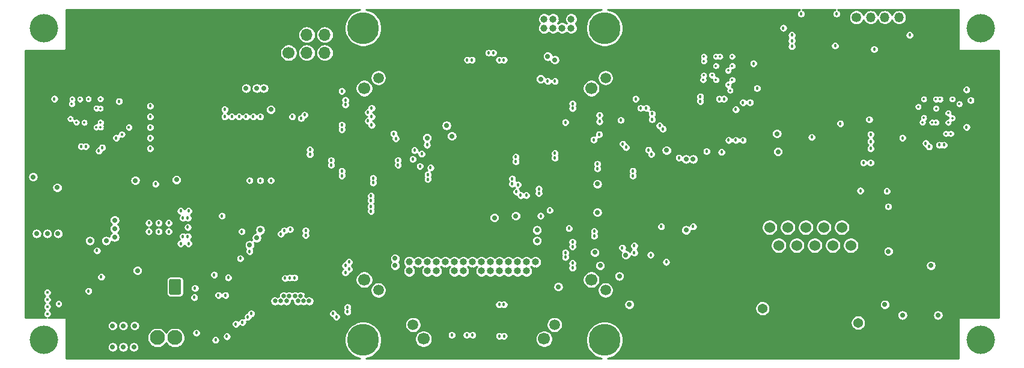
<source format=gbr>
G04 #@! TF.GenerationSoftware,KiCad,Pcbnew,5.1.0-unknown-c1c4a09~94~ubuntu18.04.1*
G04 #@! TF.CreationDate,2019-04-01T00:28:56+08:00*
G04 #@! TF.ProjectId,ovc3,6f766333-2e6b-4696-9361-645f70636258,rev?*
G04 #@! TF.SameCoordinates,Original*
G04 #@! TF.FileFunction,Copper,L5,Inr*
G04 #@! TF.FilePolarity,Positive*
%FSLAX46Y46*%
G04 Gerber Fmt 4.6, Leading zero omitted, Abs format (unit mm)*
G04 Created by KiCad (PCBNEW 5.1.0-unknown-c1c4a09~94~ubuntu18.04.1) date 2019-04-01 00:28:56*
%MOMM*%
%LPD*%
G04 APERTURE LIST*
%ADD10O,1.700000X1.700000*%
%ADD11C,1.700000*%
%ADD12C,4.500000*%
%ADD13C,1.500000*%
%ADD14O,1.000000X1.000000*%
%ADD15C,1.000000*%
%ADD16C,0.600000*%
%ADD17O,1.350000X1.350000*%
%ADD18C,1.350000*%
%ADD19C,2.500000*%
%ADD20C,2.100000*%
%ADD21O,1.700000X2.200000*%
%ADD22C,0.100000*%
%ADD23C,1.524000*%
%ADD24C,3.600000*%
%ADD25C,2.200000*%
%ADD26C,1.371600*%
%ADD27C,0.650000*%
%ADD28C,1.400000*%
%ADD29C,4.000000*%
%ADD30C,0.457200*%
%ADD31C,0.355600*%
%ADD32C,0.711200*%
%ADD33C,0.406400*%
%ADD34C,0.254000*%
G04 APERTURE END LIST*
D10*
X121580000Y-73960000D03*
X121580000Y-76500000D03*
X119040000Y-73960000D03*
X119040000Y-76500000D03*
X116500000Y-73960000D03*
D11*
X116500000Y-76500000D03*
D12*
X161000000Y-117000000D03*
X127000000Y-117000000D03*
X127000000Y-73000000D03*
X161000000Y-73000000D03*
D11*
X159150000Y-108500000D03*
D13*
X161150000Y-80025000D03*
X161150000Y-109975000D03*
D11*
X159150000Y-81500000D03*
D13*
X129150000Y-80025000D03*
D11*
X127150000Y-81500000D03*
X127150000Y-108500000D03*
D13*
X129150000Y-109975000D03*
D11*
X152500000Y-116850000D03*
X135500000Y-116850000D03*
D13*
X153975000Y-114850000D03*
X134025000Y-114850000D03*
D14*
X156310000Y-71730000D03*
X156310000Y-73000000D03*
X155040000Y-71730000D03*
X155040000Y-73000000D03*
X153770000Y-71730000D03*
X153770000Y-73000000D03*
X152500000Y-71730000D03*
D15*
X152500000Y-73000000D03*
D14*
X151280000Y-107270000D03*
X151280000Y-106000000D03*
X150010000Y-107270000D03*
X150010000Y-106000000D03*
X148740000Y-107270000D03*
X148740000Y-106000000D03*
X147470000Y-107270000D03*
X147470000Y-106000000D03*
X146200000Y-107270000D03*
X146200000Y-106000000D03*
X144930000Y-107270000D03*
X144930000Y-106000000D03*
X143660000Y-107270000D03*
X143660000Y-106000000D03*
X142390000Y-107270000D03*
X142390000Y-106000000D03*
X141120000Y-107270000D03*
X141120000Y-106000000D03*
X139850000Y-107270000D03*
X139850000Y-106000000D03*
X138580000Y-107270000D03*
X138580000Y-106000000D03*
X137310000Y-107270000D03*
X137310000Y-106000000D03*
X136040000Y-107270000D03*
X136040000Y-106000000D03*
X134770000Y-107270000D03*
X134770000Y-106000000D03*
X133500000Y-107270000D03*
D15*
X133500000Y-106000000D03*
D16*
X86600000Y-106950000D03*
X86600000Y-107850000D03*
X87900000Y-107850000D03*
X87900000Y-106950000D03*
X85400000Y-106950000D03*
X84300000Y-106950000D03*
D17*
X204500000Y-71500000D03*
X202500000Y-71500000D03*
X200500000Y-71500000D03*
X198500000Y-71500000D03*
D18*
X196500000Y-71500000D03*
D19*
X208000000Y-95000000D03*
X208000000Y-75000000D03*
D20*
X98000000Y-116680000D03*
X100500000Y-116680000D03*
D21*
X98000000Y-109500000D03*
D22*
G36*
X101124504Y-108401204D02*
G01*
X101148773Y-108404804D01*
X101172571Y-108410765D01*
X101195671Y-108419030D01*
X101217849Y-108429520D01*
X101238893Y-108442133D01*
X101258598Y-108456747D01*
X101276777Y-108473223D01*
X101293253Y-108491402D01*
X101307867Y-108511107D01*
X101320480Y-108532151D01*
X101330970Y-108554329D01*
X101339235Y-108577429D01*
X101345196Y-108601227D01*
X101348796Y-108625496D01*
X101350000Y-108650000D01*
X101350000Y-110350000D01*
X101348796Y-110374504D01*
X101345196Y-110398773D01*
X101339235Y-110422571D01*
X101330970Y-110445671D01*
X101320480Y-110467849D01*
X101307867Y-110488893D01*
X101293253Y-110508598D01*
X101276777Y-110526777D01*
X101258598Y-110543253D01*
X101238893Y-110557867D01*
X101217849Y-110570480D01*
X101195671Y-110580970D01*
X101172571Y-110589235D01*
X101148773Y-110595196D01*
X101124504Y-110598796D01*
X101100000Y-110600000D01*
X99900000Y-110600000D01*
X99875496Y-110598796D01*
X99851227Y-110595196D01*
X99827429Y-110589235D01*
X99804329Y-110580970D01*
X99782151Y-110570480D01*
X99761107Y-110557867D01*
X99741402Y-110543253D01*
X99723223Y-110526777D01*
X99706747Y-110508598D01*
X99692133Y-110488893D01*
X99679520Y-110467849D01*
X99669030Y-110445671D01*
X99660765Y-110422571D01*
X99654804Y-110398773D01*
X99651204Y-110374504D01*
X99650000Y-110350000D01*
X99650000Y-108650000D01*
X99651204Y-108625496D01*
X99654804Y-108601227D01*
X99660765Y-108577429D01*
X99669030Y-108554329D01*
X99679520Y-108532151D01*
X99692133Y-108511107D01*
X99706747Y-108491402D01*
X99723223Y-108473223D01*
X99741402Y-108456747D01*
X99761107Y-108442133D01*
X99782151Y-108429520D01*
X99804329Y-108419030D01*
X99827429Y-108410765D01*
X99851227Y-108404804D01*
X99875496Y-108401204D01*
X99900000Y-108400000D01*
X101100000Y-108400000D01*
X101124504Y-108401204D01*
X101124504Y-108401204D01*
G37*
D11*
X100500000Y-109500000D03*
D23*
X184285000Y-101110000D03*
X185555000Y-103650000D03*
X186825000Y-101110000D03*
X188095000Y-103650000D03*
X189365000Y-101110000D03*
X190635000Y-103650000D03*
X191905000Y-101110000D03*
X193175000Y-103650000D03*
X194445000Y-101110000D03*
X195715000Y-103650000D03*
D24*
X184285000Y-110000000D03*
X195715000Y-110000000D03*
D25*
X182125000Y-106950000D03*
X197875000Y-106950000D03*
D26*
X183275000Y-112540000D03*
X183275000Y-114570000D03*
X196725000Y-114570000D03*
X196725000Y-112540000D03*
D19*
X187000000Y-79000000D03*
X167000000Y-79000000D03*
X88000000Y-75000000D03*
X88000000Y-95000000D03*
D27*
X119000000Y-110790000D03*
X115000000Y-110790000D03*
X114600000Y-111490000D03*
X115400000Y-111490000D03*
X116200000Y-111490000D03*
X117800000Y-111490000D03*
X118600000Y-111490000D03*
X119400000Y-111490000D03*
X114200000Y-110790000D03*
X115800000Y-110790000D03*
X116600000Y-110790000D03*
X117400000Y-110790000D03*
X118200000Y-110790000D03*
X119800000Y-110790000D03*
D28*
X112730000Y-116670000D03*
X121270000Y-116670000D03*
X121270000Y-111940000D03*
X112730000Y-111940000D03*
D29*
X214000000Y-73000000D03*
D30*
X105500000Y-113500000D03*
X106500000Y-113500000D03*
X105500000Y-114500000D03*
X106500000Y-114500000D03*
D31*
X207720000Y-85010000D03*
D29*
X82000000Y-73000000D03*
X82000000Y-117000000D03*
X214000000Y-117000000D03*
D32*
X170000000Y-101500000D03*
X168000000Y-107000000D03*
X192500000Y-105500000D03*
D31*
X206100000Y-87800000D03*
X205300000Y-85600000D03*
X208850000Y-83020000D03*
X206570000Y-84340000D03*
X206575000Y-86975000D03*
D32*
X160000000Y-100700000D03*
D30*
X168750000Y-98750000D03*
X177500000Y-98750000D03*
D31*
X210500020Y-87900000D03*
X206575001Y-85660000D03*
X207699996Y-82200004D03*
D30*
X208800000Y-80500000D03*
D31*
X206580000Y-83020000D03*
X211000000Y-82800000D03*
D30*
X210200000Y-80600000D03*
D31*
X209300000Y-82000000D03*
D30*
X203500000Y-86100000D03*
X204300000Y-87500000D03*
X196100000Y-97900000D03*
X200800000Y-97000000D03*
X196500000Y-92500000D03*
X190900000Y-85200000D03*
X191000000Y-91900000D03*
X175000000Y-92500000D03*
D32*
X188500000Y-86900000D03*
D31*
X176710000Y-79000000D03*
X175570000Y-78340000D03*
X175580000Y-79650000D03*
X176140000Y-77020000D03*
X177860000Y-77020000D03*
X179700000Y-81700000D03*
X174200000Y-79500000D03*
X177000000Y-76100000D03*
D30*
X175300000Y-75400000D03*
X174300000Y-75500000D03*
X173300000Y-75500000D03*
X173200000Y-79500000D03*
X172400000Y-81300000D03*
X180800000Y-79400000D03*
D31*
X176140000Y-80320000D03*
X174910000Y-81690000D03*
X179800000Y-78300000D03*
D30*
X168200000Y-91900000D03*
D32*
X188000000Y-91900000D03*
D30*
X194215022Y-85515000D03*
X197300000Y-85900000D03*
X160600000Y-94200000D03*
X159400000Y-94200000D03*
X160000000Y-89300000D03*
X191200000Y-71000000D03*
X190100000Y-74300000D03*
D33*
X87000000Y-110300000D03*
X87000000Y-111300000D03*
X87000000Y-112300000D03*
X87000000Y-113300000D03*
X82700000Y-103000000D03*
X81700000Y-103000000D03*
X81700000Y-104000000D03*
X81700000Y-105000000D03*
X81700000Y-106000000D03*
X81700000Y-107000000D03*
D30*
X160000000Y-91500000D03*
D32*
X146250000Y-101250000D03*
X145500000Y-87750000D03*
X145500000Y-89250000D03*
X145500000Y-90750000D03*
X145500000Y-92250000D03*
X145500000Y-93750000D03*
X145500000Y-94750000D03*
X139000000Y-96250000D03*
X139000000Y-94750000D03*
X139000000Y-93250000D03*
X139000000Y-92250000D03*
D30*
X155250000Y-99500000D03*
D32*
X159750000Y-105750000D03*
X150250000Y-112500000D03*
X150250000Y-116250000D03*
X144250000Y-116000000D03*
X137750000Y-116000000D03*
X128000000Y-87750000D03*
X128000000Y-90250000D03*
X128000000Y-99953900D03*
X82000000Y-94000000D03*
X83500000Y-100500000D03*
D30*
X90750000Y-112200000D03*
X91850000Y-112200000D03*
X92950000Y-112200000D03*
X94050000Y-112200000D03*
X95150000Y-112200000D03*
X95150000Y-113200000D03*
X94050000Y-113200000D03*
X92950000Y-113200000D03*
X91850000Y-113200000D03*
X90750000Y-113200000D03*
X93250000Y-95000000D03*
X105300000Y-110900000D03*
X104200000Y-111100000D03*
X103700000Y-111600000D03*
X105500000Y-118800000D03*
D31*
X86550000Y-85000000D03*
X85999072Y-85049104D03*
X86554855Y-86955602D03*
X87700000Y-85025000D03*
X88850000Y-83025000D03*
X92200000Y-87025000D03*
X90575000Y-87050000D03*
X88275000Y-86325000D03*
D32*
X91400000Y-107000000D03*
D31*
X210000000Y-84300000D03*
D30*
X131200000Y-97700000D03*
X193100000Y-77900000D03*
X197315000Y-75185000D03*
D32*
X165000000Y-118000000D03*
X164500000Y-71000000D03*
X167500000Y-71000000D03*
X124600000Y-102900000D03*
X131500000Y-95000000D03*
D30*
X89200000Y-97200000D03*
X92000000Y-98500000D03*
X91000000Y-97000000D03*
X92000000Y-95500000D03*
X85000000Y-97000000D03*
X86800000Y-97200000D03*
X91000000Y-89000000D03*
D31*
X90610000Y-84350000D03*
X87720000Y-83030000D03*
X86570000Y-83020000D03*
X86580000Y-83680000D03*
D30*
X106500000Y-96500000D03*
X104500000Y-96500000D03*
X104500000Y-95500000D03*
X105500000Y-95500000D03*
X104500000Y-97500000D03*
X107500000Y-97500000D03*
X106000000Y-97500000D03*
D32*
X128000000Y-93000000D03*
X156500000Y-108500000D03*
X148000000Y-102500000D03*
X138000000Y-85750000D03*
X154500000Y-79000000D03*
X102700000Y-81600000D03*
X101200000Y-81600000D03*
X107100000Y-81600000D03*
X108400000Y-81600000D03*
X114700000Y-83500000D03*
X117000000Y-82000000D03*
X104500000Y-84500000D03*
D30*
X144200000Y-80100000D03*
X142800000Y-80100000D03*
X145700000Y-80100000D03*
X147300000Y-80100000D03*
X148300000Y-80100000D03*
D32*
X124500000Y-85250000D03*
D30*
X141000000Y-80000000D03*
D32*
X138500000Y-80500000D03*
X139000000Y-97500000D03*
X144500000Y-112500000D03*
X143000000Y-112500000D03*
X140000000Y-112000000D03*
X147700000Y-116000000D03*
X145300000Y-116000000D03*
D30*
X156750000Y-102400000D03*
D32*
X208500000Y-115500000D03*
X203500000Y-115500000D03*
X163500000Y-111000000D03*
X140500000Y-116000000D03*
X178500000Y-117000000D03*
D30*
X119000000Y-103100000D03*
D32*
X124500000Y-97500000D03*
D30*
X105500000Y-96500000D03*
X106700000Y-100500000D03*
X104500000Y-117000000D03*
X108500000Y-117000000D03*
D32*
X87800000Y-115000000D03*
X89300000Y-115000000D03*
X86300000Y-115000000D03*
X87800000Y-118000000D03*
X89300000Y-118000000D03*
X86300000Y-118000000D03*
D30*
X190200000Y-90400000D03*
X159600000Y-86700000D03*
X159600000Y-85800000D03*
X117400000Y-101400000D03*
X109000000Y-108200000D03*
D32*
X177500000Y-101500000D03*
D30*
X111233487Y-113266513D03*
X110766513Y-113733487D03*
X110000000Y-114500000D03*
X123233487Y-113733487D03*
X122766513Y-113266513D03*
D32*
X112000000Y-102600000D03*
X111000000Y-103600000D03*
X112500000Y-101500000D03*
D30*
X116000000Y-108300000D03*
X109050000Y-114750000D03*
D32*
X84000000Y-102000000D03*
X82500000Y-102000000D03*
X81000000Y-102000000D03*
X90800000Y-103000000D03*
X88500000Y-103000000D03*
X92000000Y-102500000D03*
X92000000Y-100100000D03*
X172500000Y-101500000D03*
X160399992Y-106500000D03*
X163099990Y-108000000D03*
X185450000Y-90450000D03*
X172500000Y-91500000D03*
X173500000Y-91500000D03*
D30*
X124500000Y-107500000D03*
X125000000Y-107000000D03*
X124500000Y-106500000D03*
X125000000Y-106000000D03*
X156000000Y-101250000D03*
X97750000Y-95000000D03*
X106200000Y-117000000D03*
X88300000Y-110100000D03*
D32*
X151500000Y-101500000D03*
X139500000Y-88250000D03*
X112000000Y-81500000D03*
X110500000Y-81500000D03*
D30*
X114000000Y-94500000D03*
X112500000Y-94500000D03*
X111000000Y-94500000D03*
D32*
X151500000Y-103000000D03*
X152000000Y-80200000D03*
X201000000Y-104500000D03*
X93200000Y-115000000D03*
X91700000Y-115000000D03*
X94800000Y-115000000D03*
X93200000Y-118000000D03*
X94700000Y-118000000D03*
X91700000Y-118000000D03*
X92000000Y-101300000D03*
D30*
X190200000Y-88400000D03*
X163500000Y-104000000D03*
X107800000Y-116500000D03*
X111000000Y-104500000D03*
X109900000Y-101700000D03*
X109700000Y-105500000D03*
X103200000Y-111000000D03*
X107100000Y-99500000D03*
X106000000Y-107800000D03*
X103300000Y-109700000D03*
X101600000Y-99800000D03*
X101600000Y-102400000D03*
X102300000Y-102400000D03*
X102300000Y-101100000D03*
X102300000Y-99800000D03*
X96800000Y-100500000D03*
X96800000Y-101700000D03*
X98200000Y-100500000D03*
X99600000Y-100500000D03*
X99600000Y-101700000D03*
X98200000Y-101700000D03*
X101300000Y-98800000D03*
X101300000Y-103400000D03*
X102400000Y-103400000D03*
X102400000Y-98800000D03*
D31*
X205800000Y-86300000D03*
X209425000Y-85000000D03*
D32*
X160000000Y-99000000D03*
D31*
X209799995Y-87899995D03*
D30*
X200800000Y-96000000D03*
D31*
X174910000Y-80310000D03*
X179000000Y-80320000D03*
X178700000Y-81800000D03*
X178420000Y-79000000D03*
D32*
X160000000Y-95000000D03*
D30*
X194214990Y-86485000D03*
X198300000Y-85900000D03*
X193700000Y-71000000D03*
X177500000Y-90500000D03*
D32*
X148500000Y-99500000D03*
D31*
X89425000Y-84325000D03*
X90000000Y-86300000D03*
X90023095Y-86997684D03*
X86600000Y-86300000D03*
X209999104Y-85699072D03*
D30*
X175400000Y-90400000D03*
D32*
X153000000Y-77000000D03*
X113000000Y-81500000D03*
X136000000Y-88500000D03*
X131500000Y-106500000D03*
X83900000Y-95500000D03*
D30*
X89500000Y-104400000D03*
D32*
X159644418Y-104644334D03*
D30*
X169000000Y-101000000D03*
X173500000Y-101000000D03*
X167500000Y-105000000D03*
X165200000Y-104700000D03*
X165199982Y-103700000D03*
X169700000Y-106000000D03*
X155500000Y-104669800D03*
X156500000Y-106830200D03*
X156500000Y-103169800D03*
X156500000Y-106169800D03*
X159553991Y-101669800D03*
X159553991Y-102330200D03*
X155500000Y-105330200D03*
X156500000Y-103830200D03*
X124800000Y-112369800D03*
X116669800Y-108219598D03*
X124800000Y-113030200D03*
X117330200Y-108219598D03*
X128400000Y-94169800D03*
X87930200Y-89700000D03*
X128400000Y-94830200D03*
X87269800Y-89700000D03*
X124000000Y-93169800D03*
X90233487Y-89866513D03*
X124000000Y-93830200D03*
X89766513Y-90333487D03*
X165000000Y-93830200D03*
X206733487Y-89733487D03*
X165000000Y-93169800D03*
X206266513Y-89266513D03*
X208830200Y-89500000D03*
X163566513Y-89366513D03*
X208169800Y-89500000D03*
X164033487Y-89833487D03*
X169233487Y-87233487D03*
X174500000Y-83330200D03*
X168766513Y-86766513D03*
X174500000Y-82669800D03*
X156500000Y-84330200D03*
X177830200Y-83000000D03*
X156500000Y-83669800D03*
X177169800Y-83000000D03*
D32*
X80500000Y-94000000D03*
D31*
X89975000Y-83000000D03*
X85950000Y-83700000D03*
X86015000Y-83015000D03*
X205200000Y-84100000D03*
X206000000Y-83020000D03*
X210000000Y-83020000D03*
D30*
X212000000Y-81700000D03*
D31*
X175000000Y-77680000D03*
X175010000Y-77020000D03*
X178990000Y-77020000D03*
D32*
X185300000Y-87900000D03*
D30*
X146838408Y-116446009D03*
X115882865Y-101574147D03*
X146178008Y-116446009D03*
X115415891Y-102041121D03*
X146169800Y-112000000D03*
X118900000Y-102230200D03*
X146830200Y-112000000D03*
X118900000Y-101569800D03*
D32*
X95200000Y-107200000D03*
X94900000Y-94500000D03*
X100700000Y-94400000D03*
D31*
X207700000Y-86300000D03*
X208300000Y-83050000D03*
X206004445Y-85650427D03*
X207700000Y-83050000D03*
X209430000Y-86330000D03*
D32*
X164000000Y-105000000D03*
D31*
X209099996Y-87900000D03*
X211000000Y-83700000D03*
D30*
X197050000Y-95950000D03*
X200985000Y-98185000D03*
X171500000Y-91300000D03*
D31*
X178420000Y-80980000D03*
X176720000Y-80320000D03*
X174990000Y-79670000D03*
X176710000Y-77020000D03*
X177290000Y-77020000D03*
X179000000Y-78340000D03*
D30*
X188700000Y-71000000D03*
D33*
X82500000Y-113300000D03*
X82500000Y-112300000D03*
X82500000Y-111300000D03*
X82500000Y-110300000D03*
D32*
X145500000Y-99750000D03*
X138750000Y-86750000D03*
D31*
X88300000Y-83000000D03*
X87127728Y-83046912D03*
X89400000Y-87000000D03*
X87725000Y-86325000D03*
X85739576Y-85801167D03*
D30*
X199000000Y-76000000D03*
D33*
X84100000Y-111900000D03*
D30*
X90100000Y-108100000D03*
D31*
X89990000Y-84350000D03*
D32*
X154000000Y-77500000D03*
X114000000Y-84500000D03*
X131500000Y-105500000D03*
X169750000Y-90250000D03*
D30*
X136000000Y-89500000D03*
X153000000Y-80500000D03*
X154000000Y-80500000D03*
X134250000Y-90250000D03*
X135250000Y-90750000D03*
X134000000Y-91500000D03*
X135000000Y-92500000D03*
X136500000Y-92700000D03*
X136100000Y-93669800D03*
X136100000Y-94330200D03*
X131900000Y-91669800D03*
X131900000Y-92330200D03*
X128100000Y-96669800D03*
X128100000Y-97330200D03*
X128100000Y-98169800D03*
X128100000Y-98830200D03*
X152000000Y-99500000D03*
X153300000Y-98700000D03*
X150000000Y-96600000D03*
X149200000Y-96600000D03*
X148600000Y-96100000D03*
X148800000Y-95100000D03*
X148000000Y-95000000D03*
X148000000Y-94250000D03*
X151750000Y-96304800D03*
X151750000Y-95695200D03*
X148500000Y-91830200D03*
X148500000Y-91169800D03*
X160000000Y-92830200D03*
X160000000Y-92169800D03*
X154000000Y-91330200D03*
X154000000Y-90669800D03*
D33*
X94000000Y-87000000D03*
D30*
X97000000Y-87000000D03*
D33*
X93000000Y-88000000D03*
D30*
X97000000Y-88500000D03*
D31*
X207150000Y-86310000D03*
D30*
X198500000Y-92000000D03*
D31*
X207720000Y-84340000D03*
D30*
X197500000Y-92000000D03*
D31*
X176140000Y-79660000D03*
X176710000Y-78340000D03*
D30*
X166900000Y-84300000D03*
X187400000Y-74000000D03*
X166100000Y-84300000D03*
X186200000Y-73000000D03*
X212020000Y-86980000D03*
X198500000Y-88000000D03*
X179500000Y-88823273D03*
X180500000Y-83500000D03*
X92600000Y-83350000D03*
X97000000Y-85500000D03*
X92200000Y-88500000D03*
X97000000Y-90000000D03*
X83500000Y-83000000D03*
X97000000Y-84000000D03*
X203000000Y-88500000D03*
X198500000Y-90000000D03*
X212600000Y-83200000D03*
X198500000Y-89000000D03*
X178500000Y-88823311D03*
X179500000Y-84500000D03*
X182500000Y-81500000D03*
X180500000Y-88823263D03*
X181500000Y-83500000D03*
X182000000Y-78000000D03*
X167200000Y-90200000D03*
X160250000Y-88000000D03*
X167600000Y-90800000D03*
X159500000Y-88750000D03*
X167700008Y-85100000D03*
X187400000Y-74800000D03*
X167700000Y-85900000D03*
X187400000Y-75600000D03*
X165400000Y-83000000D03*
X193500000Y-75500000D03*
X204000000Y-74000000D03*
D32*
X207000000Y-106500000D03*
X154500000Y-109500000D03*
X203000000Y-113500000D03*
D30*
X107600000Y-110700000D03*
X160300000Y-85300000D03*
X106600000Y-110700000D03*
X160300000Y-86200000D03*
X108000000Y-108200000D03*
X116700000Y-101400000D03*
X163300000Y-86000000D03*
X155500000Y-86300000D03*
D32*
X164500000Y-112000000D03*
X200500000Y-112000000D03*
D30*
X117000000Y-85500000D03*
X112500000Y-85500000D03*
X111500000Y-85500000D03*
X110500000Y-85500000D03*
X109500000Y-85500000D03*
X108500000Y-85500000D03*
X107500000Y-85500000D03*
X107500000Y-84500000D03*
X124000000Y-86669800D03*
X124000000Y-87330200D03*
X118266513Y-85733487D03*
X118733487Y-85266513D03*
X119500000Y-90169800D03*
X119500000Y-90830200D03*
X122500000Y-91669800D03*
X122500000Y-92330200D03*
X124000000Y-81900000D03*
X127700000Y-84900000D03*
X128200000Y-84300000D03*
X128200000Y-85500000D03*
X127700000Y-86100000D03*
X128200000Y-86700000D03*
X131300000Y-87900000D03*
X131600000Y-88600000D03*
X146830200Y-77500000D03*
X146169800Y-77500000D03*
X145330200Y-76500000D03*
X144669800Y-76500000D03*
X124500000Y-83169800D03*
X124500000Y-83830200D03*
X142330200Y-77500000D03*
X141669800Y-77500000D03*
X141600000Y-116300000D03*
X142400000Y-116300000D03*
X139500000Y-116300000D03*
D32*
X208000000Y-113500000D03*
D30*
X103500000Y-116000000D03*
D34*
G36*
X126232566Y-70470108D02*
G01*
X125753754Y-70668438D01*
X125322835Y-70956369D01*
X124956369Y-71322835D01*
X124668438Y-71753754D01*
X124470108Y-72232566D01*
X124369000Y-72740869D01*
X124369000Y-73259131D01*
X124470108Y-73767434D01*
X124668438Y-74246246D01*
X124956369Y-74677165D01*
X125322835Y-75043631D01*
X125753754Y-75331562D01*
X126232566Y-75529892D01*
X126740869Y-75631000D01*
X127259131Y-75631000D01*
X127767434Y-75529892D01*
X128246246Y-75331562D01*
X128677165Y-75043631D01*
X129043631Y-74677165D01*
X129331562Y-74246246D01*
X129529892Y-73767434D01*
X129631000Y-73259131D01*
X129631000Y-72740869D01*
X129529892Y-72232566D01*
X129331562Y-71753754D01*
X129315691Y-71730000D01*
X151614738Y-71730000D01*
X151631748Y-71902706D01*
X151682125Y-72068775D01*
X151763932Y-72221825D01*
X151874025Y-72355975D01*
X151887249Y-72366828D01*
X151815682Y-72438395D01*
X151719268Y-72582690D01*
X151652856Y-72743022D01*
X151619000Y-72913229D01*
X151619000Y-73086771D01*
X151652856Y-73256978D01*
X151719268Y-73417310D01*
X151815682Y-73561605D01*
X151938395Y-73684318D01*
X152082690Y-73780732D01*
X152243022Y-73847144D01*
X152413229Y-73881000D01*
X152586771Y-73881000D01*
X152756978Y-73847144D01*
X152917310Y-73780732D01*
X153061605Y-73684318D01*
X153133172Y-73612751D01*
X153144025Y-73625975D01*
X153278175Y-73736068D01*
X153431225Y-73817875D01*
X153597294Y-73868252D01*
X153726727Y-73881000D01*
X153813273Y-73881000D01*
X153942706Y-73868252D01*
X154108775Y-73817875D01*
X154261825Y-73736068D01*
X154395975Y-73625975D01*
X154405000Y-73614978D01*
X154414025Y-73625975D01*
X154548175Y-73736068D01*
X154701225Y-73817875D01*
X154867294Y-73868252D01*
X154996727Y-73881000D01*
X155083273Y-73881000D01*
X155212706Y-73868252D01*
X155378775Y-73817875D01*
X155531825Y-73736068D01*
X155665975Y-73625975D01*
X155675000Y-73614978D01*
X155684025Y-73625975D01*
X155818175Y-73736068D01*
X155971225Y-73817875D01*
X156137294Y-73868252D01*
X156266727Y-73881000D01*
X156353273Y-73881000D01*
X156482706Y-73868252D01*
X156648775Y-73817875D01*
X156801825Y-73736068D01*
X156935975Y-73625975D01*
X157046068Y-73491825D01*
X157127875Y-73338775D01*
X157178252Y-73172706D01*
X157195262Y-73000000D01*
X157178252Y-72827294D01*
X157127875Y-72661225D01*
X157046068Y-72508175D01*
X156935975Y-72374025D01*
X156924978Y-72365000D01*
X156935975Y-72355975D01*
X157046068Y-72221825D01*
X157127875Y-72068775D01*
X157178252Y-71902706D01*
X157195262Y-71730000D01*
X157178252Y-71557294D01*
X157127875Y-71391225D01*
X157046068Y-71238175D01*
X156935975Y-71104025D01*
X156801825Y-70993932D01*
X156648775Y-70912125D01*
X156482706Y-70861748D01*
X156353273Y-70849000D01*
X156266727Y-70849000D01*
X156137294Y-70861748D01*
X155971225Y-70912125D01*
X155818175Y-70993932D01*
X155684025Y-71104025D01*
X155573932Y-71238175D01*
X155492125Y-71391225D01*
X155441748Y-71557294D01*
X155424738Y-71730000D01*
X155441748Y-71902706D01*
X155492125Y-72068775D01*
X155573932Y-72221825D01*
X155684025Y-72355975D01*
X155695022Y-72365000D01*
X155684025Y-72374025D01*
X155675000Y-72385022D01*
X155665975Y-72374025D01*
X155531825Y-72263932D01*
X155378775Y-72182125D01*
X155212706Y-72131748D01*
X155083273Y-72119000D01*
X154996727Y-72119000D01*
X154867294Y-72131748D01*
X154701225Y-72182125D01*
X154548175Y-72263932D01*
X154414025Y-72374025D01*
X154405000Y-72385022D01*
X154395975Y-72374025D01*
X154384978Y-72365000D01*
X154395975Y-72355975D01*
X154506068Y-72221825D01*
X154587875Y-72068775D01*
X154638252Y-71902706D01*
X154655262Y-71730000D01*
X154638252Y-71557294D01*
X154587875Y-71391225D01*
X154506068Y-71238175D01*
X154395975Y-71104025D01*
X154261825Y-70993932D01*
X154108775Y-70912125D01*
X153942706Y-70861748D01*
X153813273Y-70849000D01*
X153726727Y-70849000D01*
X153597294Y-70861748D01*
X153431225Y-70912125D01*
X153278175Y-70993932D01*
X153144025Y-71104025D01*
X153135000Y-71115022D01*
X153125975Y-71104025D01*
X152991825Y-70993932D01*
X152838775Y-70912125D01*
X152672706Y-70861748D01*
X152543273Y-70849000D01*
X152456727Y-70849000D01*
X152327294Y-70861748D01*
X152161225Y-70912125D01*
X152008175Y-70993932D01*
X151874025Y-71104025D01*
X151763932Y-71238175D01*
X151682125Y-71391225D01*
X151631748Y-71557294D01*
X151614738Y-71730000D01*
X129315691Y-71730000D01*
X129043631Y-71322835D01*
X128677165Y-70956369D01*
X128246246Y-70668438D01*
X127767434Y-70470108D01*
X127445142Y-70406000D01*
X160554858Y-70406000D01*
X160232566Y-70470108D01*
X159753754Y-70668438D01*
X159322835Y-70956369D01*
X158956369Y-71322835D01*
X158668438Y-71753754D01*
X158470108Y-72232566D01*
X158369000Y-72740869D01*
X158369000Y-73259131D01*
X158470108Y-73767434D01*
X158668438Y-74246246D01*
X158956369Y-74677165D01*
X159322835Y-75043631D01*
X159753754Y-75331562D01*
X160232566Y-75529892D01*
X160740869Y-75631000D01*
X161259131Y-75631000D01*
X161767434Y-75529892D01*
X162246246Y-75331562D01*
X162677165Y-75043631D01*
X163043631Y-74677165D01*
X163331562Y-74246246D01*
X163458429Y-73939960D01*
X186790400Y-73939960D01*
X186790400Y-74060040D01*
X186813826Y-74177814D01*
X186859779Y-74288754D01*
X186926492Y-74388598D01*
X186937894Y-74400000D01*
X186926492Y-74411402D01*
X186859779Y-74511246D01*
X186813826Y-74622186D01*
X186790400Y-74739960D01*
X186790400Y-74860040D01*
X186813826Y-74977814D01*
X186859779Y-75088754D01*
X186926492Y-75188598D01*
X186937894Y-75200000D01*
X186926492Y-75211402D01*
X186859779Y-75311246D01*
X186813826Y-75422186D01*
X186790400Y-75539960D01*
X186790400Y-75660040D01*
X186813826Y-75777814D01*
X186859779Y-75888754D01*
X186926492Y-75988598D01*
X187011402Y-76073508D01*
X187111246Y-76140221D01*
X187222186Y-76186174D01*
X187339960Y-76209600D01*
X187460040Y-76209600D01*
X187577814Y-76186174D01*
X187688754Y-76140221D01*
X187788598Y-76073508D01*
X187873508Y-75988598D01*
X187940221Y-75888754D01*
X187986174Y-75777814D01*
X188009600Y-75660040D01*
X188009600Y-75539960D01*
X187989710Y-75439960D01*
X192890400Y-75439960D01*
X192890400Y-75560040D01*
X192913826Y-75677814D01*
X192959779Y-75788754D01*
X193026492Y-75888598D01*
X193111402Y-75973508D01*
X193211246Y-76040221D01*
X193322186Y-76086174D01*
X193439960Y-76109600D01*
X193560040Y-76109600D01*
X193677814Y-76086174D01*
X193788754Y-76040221D01*
X193888598Y-75973508D01*
X193922146Y-75939960D01*
X198390400Y-75939960D01*
X198390400Y-76060040D01*
X198413826Y-76177814D01*
X198459779Y-76288754D01*
X198526492Y-76388598D01*
X198611402Y-76473508D01*
X198711246Y-76540221D01*
X198822186Y-76586174D01*
X198939960Y-76609600D01*
X199060040Y-76609600D01*
X199177814Y-76586174D01*
X199288754Y-76540221D01*
X199388598Y-76473508D01*
X199473508Y-76388598D01*
X199540221Y-76288754D01*
X199586174Y-76177814D01*
X199609600Y-76060040D01*
X199609600Y-75939960D01*
X199586174Y-75822186D01*
X199540221Y-75711246D01*
X199473508Y-75611402D01*
X199388598Y-75526492D01*
X199288754Y-75459779D01*
X199177814Y-75413826D01*
X199060040Y-75390400D01*
X198939960Y-75390400D01*
X198822186Y-75413826D01*
X198711246Y-75459779D01*
X198611402Y-75526492D01*
X198526492Y-75611402D01*
X198459779Y-75711246D01*
X198413826Y-75822186D01*
X198390400Y-75939960D01*
X193922146Y-75939960D01*
X193973508Y-75888598D01*
X194040221Y-75788754D01*
X194086174Y-75677814D01*
X194109600Y-75560040D01*
X194109600Y-75439960D01*
X194086174Y-75322186D01*
X194040221Y-75211246D01*
X193973508Y-75111402D01*
X193888598Y-75026492D01*
X193788754Y-74959779D01*
X193677814Y-74913826D01*
X193560040Y-74890400D01*
X193439960Y-74890400D01*
X193322186Y-74913826D01*
X193211246Y-74959779D01*
X193111402Y-75026492D01*
X193026492Y-75111402D01*
X192959779Y-75211246D01*
X192913826Y-75322186D01*
X192890400Y-75439960D01*
X187989710Y-75439960D01*
X187986174Y-75422186D01*
X187940221Y-75311246D01*
X187873508Y-75211402D01*
X187862106Y-75200000D01*
X187873508Y-75188598D01*
X187940221Y-75088754D01*
X187986174Y-74977814D01*
X188009600Y-74860040D01*
X188009600Y-74739960D01*
X187986174Y-74622186D01*
X187940221Y-74511246D01*
X187873508Y-74411402D01*
X187862106Y-74400000D01*
X187873508Y-74388598D01*
X187940221Y-74288754D01*
X187986174Y-74177814D01*
X188009600Y-74060040D01*
X188009600Y-73939960D01*
X203390400Y-73939960D01*
X203390400Y-74060040D01*
X203413826Y-74177814D01*
X203459779Y-74288754D01*
X203526492Y-74388598D01*
X203611402Y-74473508D01*
X203711246Y-74540221D01*
X203822186Y-74586174D01*
X203939960Y-74609600D01*
X204060040Y-74609600D01*
X204177814Y-74586174D01*
X204288754Y-74540221D01*
X204388598Y-74473508D01*
X204473508Y-74388598D01*
X204540221Y-74288754D01*
X204586174Y-74177814D01*
X204609600Y-74060040D01*
X204609600Y-73939960D01*
X204586174Y-73822186D01*
X204540221Y-73711246D01*
X204473508Y-73611402D01*
X204388598Y-73526492D01*
X204288754Y-73459779D01*
X204177814Y-73413826D01*
X204060040Y-73390400D01*
X203939960Y-73390400D01*
X203822186Y-73413826D01*
X203711246Y-73459779D01*
X203611402Y-73526492D01*
X203526492Y-73611402D01*
X203459779Y-73711246D01*
X203413826Y-73822186D01*
X203390400Y-73939960D01*
X188009600Y-73939960D01*
X187986174Y-73822186D01*
X187940221Y-73711246D01*
X187873508Y-73611402D01*
X187788598Y-73526492D01*
X187688754Y-73459779D01*
X187577814Y-73413826D01*
X187460040Y-73390400D01*
X187339960Y-73390400D01*
X187222186Y-73413826D01*
X187111246Y-73459779D01*
X187011402Y-73526492D01*
X186926492Y-73611402D01*
X186859779Y-73711246D01*
X186813826Y-73822186D01*
X186790400Y-73939960D01*
X163458429Y-73939960D01*
X163529892Y-73767434D01*
X163631000Y-73259131D01*
X163631000Y-72939960D01*
X185590400Y-72939960D01*
X185590400Y-73060040D01*
X185613826Y-73177814D01*
X185659779Y-73288754D01*
X185726492Y-73388598D01*
X185811402Y-73473508D01*
X185911246Y-73540221D01*
X186022186Y-73586174D01*
X186139960Y-73609600D01*
X186260040Y-73609600D01*
X186377814Y-73586174D01*
X186488754Y-73540221D01*
X186588598Y-73473508D01*
X186673508Y-73388598D01*
X186740221Y-73288754D01*
X186786174Y-73177814D01*
X186809600Y-73060040D01*
X186809600Y-72939960D01*
X186786174Y-72822186D01*
X186740221Y-72711246D01*
X186673508Y-72611402D01*
X186588598Y-72526492D01*
X186488754Y-72459779D01*
X186377814Y-72413826D01*
X186260040Y-72390400D01*
X186139960Y-72390400D01*
X186022186Y-72413826D01*
X185911246Y-72459779D01*
X185811402Y-72526492D01*
X185726492Y-72611402D01*
X185659779Y-72711246D01*
X185613826Y-72822186D01*
X185590400Y-72939960D01*
X163631000Y-72939960D01*
X163631000Y-72740869D01*
X163529892Y-72232566D01*
X163331562Y-71753754D01*
X163043631Y-71322835D01*
X162677165Y-70956369D01*
X162246246Y-70668438D01*
X161767434Y-70470108D01*
X161445142Y-70406000D01*
X188561531Y-70406000D01*
X188522186Y-70413826D01*
X188411246Y-70459779D01*
X188311402Y-70526492D01*
X188226492Y-70611402D01*
X188159779Y-70711246D01*
X188113826Y-70822186D01*
X188090400Y-70939960D01*
X188090400Y-71060040D01*
X188113826Y-71177814D01*
X188159779Y-71288754D01*
X188226492Y-71388598D01*
X188311402Y-71473508D01*
X188411246Y-71540221D01*
X188522186Y-71586174D01*
X188639960Y-71609600D01*
X188760040Y-71609600D01*
X188877814Y-71586174D01*
X188988754Y-71540221D01*
X189088598Y-71473508D01*
X189173508Y-71388598D01*
X189240221Y-71288754D01*
X189286174Y-71177814D01*
X189309600Y-71060040D01*
X189309600Y-70939960D01*
X189286174Y-70822186D01*
X189240221Y-70711246D01*
X189173508Y-70611402D01*
X189088598Y-70526492D01*
X188988754Y-70459779D01*
X188877814Y-70413826D01*
X188838469Y-70406000D01*
X193561531Y-70406000D01*
X193522186Y-70413826D01*
X193411246Y-70459779D01*
X193311402Y-70526492D01*
X193226492Y-70611402D01*
X193159779Y-70711246D01*
X193113826Y-70822186D01*
X193090400Y-70939960D01*
X193090400Y-71060040D01*
X193113826Y-71177814D01*
X193159779Y-71288754D01*
X193226492Y-71388598D01*
X193311402Y-71473508D01*
X193411246Y-71540221D01*
X193522186Y-71586174D01*
X193639960Y-71609600D01*
X193760040Y-71609600D01*
X193877814Y-71586174D01*
X193988754Y-71540221D01*
X194088598Y-71473508D01*
X194166113Y-71395993D01*
X195444000Y-71395993D01*
X195444000Y-71604007D01*
X195484581Y-71808024D01*
X195564185Y-72000204D01*
X195679751Y-72173161D01*
X195826839Y-72320249D01*
X195999796Y-72435815D01*
X196191976Y-72515419D01*
X196395993Y-72556000D01*
X196604007Y-72556000D01*
X196808024Y-72515419D01*
X197000204Y-72435815D01*
X197173161Y-72320249D01*
X197320249Y-72173161D01*
X197435815Y-72000204D01*
X197500700Y-71843558D01*
X197519663Y-71906069D01*
X197617720Y-72089521D01*
X197749683Y-72250317D01*
X197910479Y-72382280D01*
X198093931Y-72480337D01*
X198292988Y-72540720D01*
X198448128Y-72556000D01*
X198551872Y-72556000D01*
X198707012Y-72540720D01*
X198906069Y-72480337D01*
X199089521Y-72382280D01*
X199250317Y-72250317D01*
X199382280Y-72089521D01*
X199480337Y-71906069D01*
X199500000Y-71841248D01*
X199519663Y-71906069D01*
X199617720Y-72089521D01*
X199749683Y-72250317D01*
X199910479Y-72382280D01*
X200093931Y-72480337D01*
X200292988Y-72540720D01*
X200448128Y-72556000D01*
X200551872Y-72556000D01*
X200707012Y-72540720D01*
X200906069Y-72480337D01*
X201089521Y-72382280D01*
X201250317Y-72250317D01*
X201382280Y-72089521D01*
X201480337Y-71906069D01*
X201500000Y-71841248D01*
X201519663Y-71906069D01*
X201617720Y-72089521D01*
X201749683Y-72250317D01*
X201910479Y-72382280D01*
X202093931Y-72480337D01*
X202292988Y-72540720D01*
X202448128Y-72556000D01*
X202551872Y-72556000D01*
X202707012Y-72540720D01*
X202906069Y-72480337D01*
X203089521Y-72382280D01*
X203250317Y-72250317D01*
X203382280Y-72089521D01*
X203480337Y-71906069D01*
X203540720Y-71707012D01*
X203561109Y-71500000D01*
X203540720Y-71292988D01*
X203480337Y-71093931D01*
X203382280Y-70910479D01*
X203250317Y-70749683D01*
X203089521Y-70617720D01*
X202906069Y-70519663D01*
X202707012Y-70459280D01*
X202551872Y-70444000D01*
X202448128Y-70444000D01*
X202292988Y-70459280D01*
X202093931Y-70519663D01*
X201910479Y-70617720D01*
X201749683Y-70749683D01*
X201617720Y-70910479D01*
X201519663Y-71093931D01*
X201500000Y-71158752D01*
X201480337Y-71093931D01*
X201382280Y-70910479D01*
X201250317Y-70749683D01*
X201089521Y-70617720D01*
X200906069Y-70519663D01*
X200707012Y-70459280D01*
X200551872Y-70444000D01*
X200448128Y-70444000D01*
X200292988Y-70459280D01*
X200093931Y-70519663D01*
X199910479Y-70617720D01*
X199749683Y-70749683D01*
X199617720Y-70910479D01*
X199519663Y-71093931D01*
X199500000Y-71158752D01*
X199480337Y-71093931D01*
X199382280Y-70910479D01*
X199250317Y-70749683D01*
X199089521Y-70617720D01*
X198906069Y-70519663D01*
X198707012Y-70459280D01*
X198551872Y-70444000D01*
X198448128Y-70444000D01*
X198292988Y-70459280D01*
X198093931Y-70519663D01*
X197910479Y-70617720D01*
X197749683Y-70749683D01*
X197617720Y-70910479D01*
X197519663Y-71093931D01*
X197500700Y-71156442D01*
X197435815Y-70999796D01*
X197320249Y-70826839D01*
X197173161Y-70679751D01*
X197000204Y-70564185D01*
X196808024Y-70484581D01*
X196604007Y-70444000D01*
X196395993Y-70444000D01*
X196191976Y-70484581D01*
X195999796Y-70564185D01*
X195826839Y-70679751D01*
X195679751Y-70826839D01*
X195564185Y-70999796D01*
X195484581Y-71191976D01*
X195444000Y-71395993D01*
X194166113Y-71395993D01*
X194173508Y-71388598D01*
X194240221Y-71288754D01*
X194286174Y-71177814D01*
X194309600Y-71060040D01*
X194309600Y-70939960D01*
X194286174Y-70822186D01*
X194240221Y-70711246D01*
X194173508Y-70611402D01*
X194088598Y-70526492D01*
X193988754Y-70459779D01*
X193877814Y-70413826D01*
X193838469Y-70406000D01*
X210873000Y-70406000D01*
X210873000Y-76000000D01*
X210875440Y-76024776D01*
X210882667Y-76048601D01*
X210894403Y-76070557D01*
X210910197Y-76089803D01*
X210929443Y-76105597D01*
X210951399Y-76117333D01*
X210975224Y-76124560D01*
X211000000Y-76127000D01*
X216594001Y-76127000D01*
X216594000Y-113873000D01*
X211000000Y-113873000D01*
X210975224Y-113875440D01*
X210951399Y-113882667D01*
X210929443Y-113894403D01*
X210910197Y-113910197D01*
X210894403Y-113929443D01*
X210882667Y-113951399D01*
X210875440Y-113975224D01*
X210873000Y-114000000D01*
X210873000Y-119594000D01*
X161445142Y-119594000D01*
X161767434Y-119529892D01*
X162246246Y-119331562D01*
X162677165Y-119043631D01*
X163043631Y-118677165D01*
X163331562Y-118246246D01*
X163529892Y-117767434D01*
X163631000Y-117259131D01*
X163631000Y-116740869D01*
X163529892Y-116232566D01*
X163331562Y-115753754D01*
X163043631Y-115322835D01*
X162677165Y-114956369D01*
X162246246Y-114668438D01*
X161767434Y-114470108D01*
X161741398Y-114464929D01*
X195658200Y-114464929D01*
X195658200Y-114675071D01*
X195699196Y-114881174D01*
X195779614Y-115075319D01*
X195896362Y-115250045D01*
X196044955Y-115398638D01*
X196219681Y-115515386D01*
X196413826Y-115595804D01*
X196619929Y-115636800D01*
X196830071Y-115636800D01*
X197036174Y-115595804D01*
X197230319Y-115515386D01*
X197405045Y-115398638D01*
X197553638Y-115250045D01*
X197670386Y-115075319D01*
X197750804Y-114881174D01*
X197791800Y-114675071D01*
X197791800Y-114464929D01*
X197750804Y-114258826D01*
X197670386Y-114064681D01*
X197553638Y-113889955D01*
X197405045Y-113741362D01*
X197230319Y-113624614D01*
X197036174Y-113544196D01*
X196830071Y-113503200D01*
X196619929Y-113503200D01*
X196413826Y-113544196D01*
X196219681Y-113624614D01*
X196044955Y-113741362D01*
X195896362Y-113889955D01*
X195779614Y-114064681D01*
X195699196Y-114258826D01*
X195658200Y-114464929D01*
X161741398Y-114464929D01*
X161259131Y-114369000D01*
X160740869Y-114369000D01*
X160232566Y-114470108D01*
X159753754Y-114668438D01*
X159322835Y-114956369D01*
X158956369Y-115322835D01*
X158668438Y-115753754D01*
X158470108Y-116232566D01*
X158369000Y-116740869D01*
X158369000Y-117259131D01*
X158470108Y-117767434D01*
X158668438Y-118246246D01*
X158956369Y-118677165D01*
X159322835Y-119043631D01*
X159753754Y-119331562D01*
X160232566Y-119529892D01*
X160554858Y-119594000D01*
X127445142Y-119594000D01*
X127767434Y-119529892D01*
X128246246Y-119331562D01*
X128677165Y-119043631D01*
X129043631Y-118677165D01*
X129331562Y-118246246D01*
X129529892Y-117767434D01*
X129631000Y-117259131D01*
X129631000Y-116740869D01*
X129628591Y-116728757D01*
X134269000Y-116728757D01*
X134269000Y-116971243D01*
X134316307Y-117209069D01*
X134409102Y-117433097D01*
X134543820Y-117634717D01*
X134715283Y-117806180D01*
X134916903Y-117940898D01*
X135140931Y-118033693D01*
X135378757Y-118081000D01*
X135621243Y-118081000D01*
X135859069Y-118033693D01*
X136083097Y-117940898D01*
X136284717Y-117806180D01*
X136456180Y-117634717D01*
X136590898Y-117433097D01*
X136683693Y-117209069D01*
X136731000Y-116971243D01*
X136731000Y-116728757D01*
X136683693Y-116490931D01*
X136590898Y-116266903D01*
X136572896Y-116239960D01*
X138890400Y-116239960D01*
X138890400Y-116360040D01*
X138913826Y-116477814D01*
X138959779Y-116588754D01*
X139026492Y-116688598D01*
X139111402Y-116773508D01*
X139211246Y-116840221D01*
X139322186Y-116886174D01*
X139439960Y-116909600D01*
X139560040Y-116909600D01*
X139677814Y-116886174D01*
X139788754Y-116840221D01*
X139888598Y-116773508D01*
X139973508Y-116688598D01*
X140040221Y-116588754D01*
X140086174Y-116477814D01*
X140109600Y-116360040D01*
X140109600Y-116239960D01*
X140990400Y-116239960D01*
X140990400Y-116360040D01*
X141013826Y-116477814D01*
X141059779Y-116588754D01*
X141126492Y-116688598D01*
X141211402Y-116773508D01*
X141311246Y-116840221D01*
X141422186Y-116886174D01*
X141539960Y-116909600D01*
X141660040Y-116909600D01*
X141777814Y-116886174D01*
X141888754Y-116840221D01*
X141988598Y-116773508D01*
X142000000Y-116762106D01*
X142011402Y-116773508D01*
X142111246Y-116840221D01*
X142222186Y-116886174D01*
X142339960Y-116909600D01*
X142460040Y-116909600D01*
X142577814Y-116886174D01*
X142688754Y-116840221D01*
X142788598Y-116773508D01*
X142873508Y-116688598D01*
X142940221Y-116588754D01*
X142986174Y-116477814D01*
X143004442Y-116385969D01*
X145568408Y-116385969D01*
X145568408Y-116506049D01*
X145591834Y-116623823D01*
X145637787Y-116734763D01*
X145704500Y-116834607D01*
X145789410Y-116919517D01*
X145889254Y-116986230D01*
X146000194Y-117032183D01*
X146117968Y-117055609D01*
X146238048Y-117055609D01*
X146355822Y-117032183D01*
X146466762Y-116986230D01*
X146508208Y-116958537D01*
X146549654Y-116986230D01*
X146660594Y-117032183D01*
X146778368Y-117055609D01*
X146898448Y-117055609D01*
X147016222Y-117032183D01*
X147127162Y-116986230D01*
X147227006Y-116919517D01*
X147311916Y-116834607D01*
X147378629Y-116734763D01*
X147381116Y-116728757D01*
X151269000Y-116728757D01*
X151269000Y-116971243D01*
X151316307Y-117209069D01*
X151409102Y-117433097D01*
X151543820Y-117634717D01*
X151715283Y-117806180D01*
X151916903Y-117940898D01*
X152140931Y-118033693D01*
X152378757Y-118081000D01*
X152621243Y-118081000D01*
X152859069Y-118033693D01*
X153083097Y-117940898D01*
X153284717Y-117806180D01*
X153456180Y-117634717D01*
X153590898Y-117433097D01*
X153683693Y-117209069D01*
X153731000Y-116971243D01*
X153731000Y-116728757D01*
X153683693Y-116490931D01*
X153590898Y-116266903D01*
X153456180Y-116065283D01*
X153284717Y-115893820D01*
X153083097Y-115759102D01*
X152859069Y-115666307D01*
X152621243Y-115619000D01*
X152378757Y-115619000D01*
X152140931Y-115666307D01*
X151916903Y-115759102D01*
X151715283Y-115893820D01*
X151543820Y-116065283D01*
X151409102Y-116266903D01*
X151316307Y-116490931D01*
X151269000Y-116728757D01*
X147381116Y-116728757D01*
X147424582Y-116623823D01*
X147448008Y-116506049D01*
X147448008Y-116385969D01*
X147424582Y-116268195D01*
X147378629Y-116157255D01*
X147311916Y-116057411D01*
X147227006Y-115972501D01*
X147127162Y-115905788D01*
X147016222Y-115859835D01*
X146898448Y-115836409D01*
X146778368Y-115836409D01*
X146660594Y-115859835D01*
X146549654Y-115905788D01*
X146508208Y-115933481D01*
X146466762Y-115905788D01*
X146355822Y-115859835D01*
X146238048Y-115836409D01*
X146117968Y-115836409D01*
X146000194Y-115859835D01*
X145889254Y-115905788D01*
X145789410Y-115972501D01*
X145704500Y-116057411D01*
X145637787Y-116157255D01*
X145591834Y-116268195D01*
X145568408Y-116385969D01*
X143004442Y-116385969D01*
X143009600Y-116360040D01*
X143009600Y-116239960D01*
X142986174Y-116122186D01*
X142940221Y-116011246D01*
X142873508Y-115911402D01*
X142788598Y-115826492D01*
X142688754Y-115759779D01*
X142577814Y-115713826D01*
X142460040Y-115690400D01*
X142339960Y-115690400D01*
X142222186Y-115713826D01*
X142111246Y-115759779D01*
X142011402Y-115826492D01*
X142000000Y-115837894D01*
X141988598Y-115826492D01*
X141888754Y-115759779D01*
X141777814Y-115713826D01*
X141660040Y-115690400D01*
X141539960Y-115690400D01*
X141422186Y-115713826D01*
X141311246Y-115759779D01*
X141211402Y-115826492D01*
X141126492Y-115911402D01*
X141059779Y-116011246D01*
X141013826Y-116122186D01*
X140990400Y-116239960D01*
X140109600Y-116239960D01*
X140086174Y-116122186D01*
X140040221Y-116011246D01*
X139973508Y-115911402D01*
X139888598Y-115826492D01*
X139788754Y-115759779D01*
X139677814Y-115713826D01*
X139560040Y-115690400D01*
X139439960Y-115690400D01*
X139322186Y-115713826D01*
X139211246Y-115759779D01*
X139111402Y-115826492D01*
X139026492Y-115911402D01*
X138959779Y-116011246D01*
X138913826Y-116122186D01*
X138890400Y-116239960D01*
X136572896Y-116239960D01*
X136456180Y-116065283D01*
X136284717Y-115893820D01*
X136083097Y-115759102D01*
X135859069Y-115666307D01*
X135621243Y-115619000D01*
X135378757Y-115619000D01*
X135140931Y-115666307D01*
X134916903Y-115759102D01*
X134715283Y-115893820D01*
X134543820Y-116065283D01*
X134409102Y-116266903D01*
X134316307Y-116490931D01*
X134269000Y-116728757D01*
X129628591Y-116728757D01*
X129529892Y-116232566D01*
X129331562Y-115753754D01*
X129043631Y-115322835D01*
X128677165Y-114956369D01*
X128351260Y-114738606D01*
X132894000Y-114738606D01*
X132894000Y-114961394D01*
X132937464Y-115179900D01*
X133022721Y-115385729D01*
X133146495Y-115570970D01*
X133304030Y-115728505D01*
X133489271Y-115852279D01*
X133695100Y-115937536D01*
X133913606Y-115981000D01*
X134136394Y-115981000D01*
X134354900Y-115937536D01*
X134560729Y-115852279D01*
X134745970Y-115728505D01*
X134903505Y-115570970D01*
X135027279Y-115385729D01*
X135112536Y-115179900D01*
X135156000Y-114961394D01*
X135156000Y-114738606D01*
X152844000Y-114738606D01*
X152844000Y-114961394D01*
X152887464Y-115179900D01*
X152972721Y-115385729D01*
X153096495Y-115570970D01*
X153254030Y-115728505D01*
X153439271Y-115852279D01*
X153645100Y-115937536D01*
X153863606Y-115981000D01*
X154086394Y-115981000D01*
X154304900Y-115937536D01*
X154510729Y-115852279D01*
X154695970Y-115728505D01*
X154853505Y-115570970D01*
X154977279Y-115385729D01*
X155062536Y-115179900D01*
X155106000Y-114961394D01*
X155106000Y-114738606D01*
X155062536Y-114520100D01*
X154977279Y-114314271D01*
X154853505Y-114129030D01*
X154695970Y-113971495D01*
X154510729Y-113847721D01*
X154304900Y-113762464D01*
X154086394Y-113719000D01*
X153863606Y-113719000D01*
X153645100Y-113762464D01*
X153439271Y-113847721D01*
X153254030Y-113971495D01*
X153096495Y-114129030D01*
X152972721Y-114314271D01*
X152887464Y-114520100D01*
X152844000Y-114738606D01*
X135156000Y-114738606D01*
X135112536Y-114520100D01*
X135027279Y-114314271D01*
X134903505Y-114129030D01*
X134745970Y-113971495D01*
X134560729Y-113847721D01*
X134354900Y-113762464D01*
X134136394Y-113719000D01*
X133913606Y-113719000D01*
X133695100Y-113762464D01*
X133489271Y-113847721D01*
X133304030Y-113971495D01*
X133146495Y-114129030D01*
X133022721Y-114314271D01*
X132937464Y-114520100D01*
X132894000Y-114738606D01*
X128351260Y-114738606D01*
X128246246Y-114668438D01*
X127767434Y-114470108D01*
X127259131Y-114369000D01*
X126740869Y-114369000D01*
X126232566Y-114470108D01*
X125753754Y-114668438D01*
X125322835Y-114956369D01*
X124956369Y-115322835D01*
X124668438Y-115753754D01*
X124470108Y-116232566D01*
X124369000Y-116740869D01*
X124369000Y-117259131D01*
X124470108Y-117767434D01*
X124668438Y-118246246D01*
X124956369Y-118677165D01*
X125322835Y-119043631D01*
X125753754Y-119331562D01*
X126232566Y-119529892D01*
X126554858Y-119594000D01*
X85127000Y-119594000D01*
X85127000Y-117927451D01*
X90963400Y-117927451D01*
X90963400Y-118072549D01*
X90991707Y-118214858D01*
X91047234Y-118348911D01*
X91127845Y-118469555D01*
X91230445Y-118572155D01*
X91351089Y-118652766D01*
X91485142Y-118708293D01*
X91627451Y-118736600D01*
X91772549Y-118736600D01*
X91914858Y-118708293D01*
X92048911Y-118652766D01*
X92169555Y-118572155D01*
X92272155Y-118469555D01*
X92352766Y-118348911D01*
X92408293Y-118214858D01*
X92436600Y-118072549D01*
X92436600Y-117927451D01*
X92463400Y-117927451D01*
X92463400Y-118072549D01*
X92491707Y-118214858D01*
X92547234Y-118348911D01*
X92627845Y-118469555D01*
X92730445Y-118572155D01*
X92851089Y-118652766D01*
X92985142Y-118708293D01*
X93127451Y-118736600D01*
X93272549Y-118736600D01*
X93414858Y-118708293D01*
X93548911Y-118652766D01*
X93669555Y-118572155D01*
X93772155Y-118469555D01*
X93852766Y-118348911D01*
X93908293Y-118214858D01*
X93936600Y-118072549D01*
X93936600Y-117927451D01*
X93963400Y-117927451D01*
X93963400Y-118072549D01*
X93991707Y-118214858D01*
X94047234Y-118348911D01*
X94127845Y-118469555D01*
X94230445Y-118572155D01*
X94351089Y-118652766D01*
X94485142Y-118708293D01*
X94627451Y-118736600D01*
X94772549Y-118736600D01*
X94914858Y-118708293D01*
X95048911Y-118652766D01*
X95169555Y-118572155D01*
X95272155Y-118469555D01*
X95352766Y-118348911D01*
X95408293Y-118214858D01*
X95436600Y-118072549D01*
X95436600Y-117927451D01*
X95408293Y-117785142D01*
X95352766Y-117651089D01*
X95272155Y-117530445D01*
X95169555Y-117427845D01*
X95048911Y-117347234D01*
X94914858Y-117291707D01*
X94772549Y-117263400D01*
X94627451Y-117263400D01*
X94485142Y-117291707D01*
X94351089Y-117347234D01*
X94230445Y-117427845D01*
X94127845Y-117530445D01*
X94047234Y-117651089D01*
X93991707Y-117785142D01*
X93963400Y-117927451D01*
X93936600Y-117927451D01*
X93908293Y-117785142D01*
X93852766Y-117651089D01*
X93772155Y-117530445D01*
X93669555Y-117427845D01*
X93548911Y-117347234D01*
X93414858Y-117291707D01*
X93272549Y-117263400D01*
X93127451Y-117263400D01*
X92985142Y-117291707D01*
X92851089Y-117347234D01*
X92730445Y-117427845D01*
X92627845Y-117530445D01*
X92547234Y-117651089D01*
X92491707Y-117785142D01*
X92463400Y-117927451D01*
X92436600Y-117927451D01*
X92408293Y-117785142D01*
X92352766Y-117651089D01*
X92272155Y-117530445D01*
X92169555Y-117427845D01*
X92048911Y-117347234D01*
X91914858Y-117291707D01*
X91772549Y-117263400D01*
X91627451Y-117263400D01*
X91485142Y-117291707D01*
X91351089Y-117347234D01*
X91230445Y-117427845D01*
X91127845Y-117530445D01*
X91047234Y-117651089D01*
X90991707Y-117785142D01*
X90963400Y-117927451D01*
X85127000Y-117927451D01*
X85127000Y-116539059D01*
X96569000Y-116539059D01*
X96569000Y-116820941D01*
X96623993Y-117097407D01*
X96731864Y-117357833D01*
X96888470Y-117592209D01*
X97087791Y-117791530D01*
X97322167Y-117948136D01*
X97582593Y-118056007D01*
X97859059Y-118111000D01*
X98140941Y-118111000D01*
X98417407Y-118056007D01*
X98677833Y-117948136D01*
X98912209Y-117791530D01*
X99111530Y-117592209D01*
X99250000Y-117384975D01*
X99388470Y-117592209D01*
X99587791Y-117791530D01*
X99822167Y-117948136D01*
X100082593Y-118056007D01*
X100359059Y-118111000D01*
X100640941Y-118111000D01*
X100917407Y-118056007D01*
X101177833Y-117948136D01*
X101412209Y-117791530D01*
X101611530Y-117592209D01*
X101768136Y-117357833D01*
X101876007Y-117097407D01*
X101907325Y-116939960D01*
X105590400Y-116939960D01*
X105590400Y-117060040D01*
X105613826Y-117177814D01*
X105659779Y-117288754D01*
X105726492Y-117388598D01*
X105811402Y-117473508D01*
X105911246Y-117540221D01*
X106022186Y-117586174D01*
X106139960Y-117609600D01*
X106260040Y-117609600D01*
X106377814Y-117586174D01*
X106488754Y-117540221D01*
X106588598Y-117473508D01*
X106673508Y-117388598D01*
X106740221Y-117288754D01*
X106786174Y-117177814D01*
X106809600Y-117060040D01*
X106809600Y-116939960D01*
X106786174Y-116822186D01*
X106740221Y-116711246D01*
X106673508Y-116611402D01*
X106588598Y-116526492D01*
X106488754Y-116459779D01*
X106440907Y-116439960D01*
X107190400Y-116439960D01*
X107190400Y-116560040D01*
X107213826Y-116677814D01*
X107259779Y-116788754D01*
X107326492Y-116888598D01*
X107411402Y-116973508D01*
X107511246Y-117040221D01*
X107622186Y-117086174D01*
X107739960Y-117109600D01*
X107860040Y-117109600D01*
X107977814Y-117086174D01*
X108088754Y-117040221D01*
X108188598Y-116973508D01*
X108273508Y-116888598D01*
X108340221Y-116788754D01*
X108386174Y-116677814D01*
X108409600Y-116560040D01*
X108409600Y-116439960D01*
X108386174Y-116322186D01*
X108340221Y-116211246D01*
X108273508Y-116111402D01*
X108188598Y-116026492D01*
X108088754Y-115959779D01*
X107977814Y-115913826D01*
X107860040Y-115890400D01*
X107739960Y-115890400D01*
X107622186Y-115913826D01*
X107511246Y-115959779D01*
X107411402Y-116026492D01*
X107326492Y-116111402D01*
X107259779Y-116211246D01*
X107213826Y-116322186D01*
X107190400Y-116439960D01*
X106440907Y-116439960D01*
X106377814Y-116413826D01*
X106260040Y-116390400D01*
X106139960Y-116390400D01*
X106022186Y-116413826D01*
X105911246Y-116459779D01*
X105811402Y-116526492D01*
X105726492Y-116611402D01*
X105659779Y-116711246D01*
X105613826Y-116822186D01*
X105590400Y-116939960D01*
X101907325Y-116939960D01*
X101931000Y-116820941D01*
X101931000Y-116539059D01*
X101876007Y-116262593D01*
X101768136Y-116002167D01*
X101726571Y-115939960D01*
X102890400Y-115939960D01*
X102890400Y-116060040D01*
X102913826Y-116177814D01*
X102959779Y-116288754D01*
X103026492Y-116388598D01*
X103111402Y-116473508D01*
X103211246Y-116540221D01*
X103322186Y-116586174D01*
X103439960Y-116609600D01*
X103560040Y-116609600D01*
X103677814Y-116586174D01*
X103788754Y-116540221D01*
X103888598Y-116473508D01*
X103973508Y-116388598D01*
X104040221Y-116288754D01*
X104086174Y-116177814D01*
X104109600Y-116060040D01*
X104109600Y-115939960D01*
X104086174Y-115822186D01*
X104040221Y-115711246D01*
X103973508Y-115611402D01*
X103888598Y-115526492D01*
X103788754Y-115459779D01*
X103677814Y-115413826D01*
X103560040Y-115390400D01*
X103439960Y-115390400D01*
X103322186Y-115413826D01*
X103211246Y-115459779D01*
X103111402Y-115526492D01*
X103026492Y-115611402D01*
X102959779Y-115711246D01*
X102913826Y-115822186D01*
X102890400Y-115939960D01*
X101726571Y-115939960D01*
X101611530Y-115767791D01*
X101412209Y-115568470D01*
X101177833Y-115411864D01*
X100917407Y-115303993D01*
X100640941Y-115249000D01*
X100359059Y-115249000D01*
X100082593Y-115303993D01*
X99822167Y-115411864D01*
X99587791Y-115568470D01*
X99388470Y-115767791D01*
X99250000Y-115975025D01*
X99111530Y-115767791D01*
X98912209Y-115568470D01*
X98677833Y-115411864D01*
X98417407Y-115303993D01*
X98140941Y-115249000D01*
X97859059Y-115249000D01*
X97582593Y-115303993D01*
X97322167Y-115411864D01*
X97087791Y-115568470D01*
X96888470Y-115767791D01*
X96731864Y-116002167D01*
X96623993Y-116262593D01*
X96569000Y-116539059D01*
X85127000Y-116539059D01*
X85127000Y-114927451D01*
X90963400Y-114927451D01*
X90963400Y-115072549D01*
X90991707Y-115214858D01*
X91047234Y-115348911D01*
X91127845Y-115469555D01*
X91230445Y-115572155D01*
X91351089Y-115652766D01*
X91485142Y-115708293D01*
X91627451Y-115736600D01*
X91772549Y-115736600D01*
X91914858Y-115708293D01*
X92048911Y-115652766D01*
X92169555Y-115572155D01*
X92272155Y-115469555D01*
X92352766Y-115348911D01*
X92408293Y-115214858D01*
X92436600Y-115072549D01*
X92436600Y-114927451D01*
X92463400Y-114927451D01*
X92463400Y-115072549D01*
X92491707Y-115214858D01*
X92547234Y-115348911D01*
X92627845Y-115469555D01*
X92730445Y-115572155D01*
X92851089Y-115652766D01*
X92985142Y-115708293D01*
X93127451Y-115736600D01*
X93272549Y-115736600D01*
X93414858Y-115708293D01*
X93548911Y-115652766D01*
X93669555Y-115572155D01*
X93772155Y-115469555D01*
X93852766Y-115348911D01*
X93908293Y-115214858D01*
X93936600Y-115072549D01*
X93936600Y-114927451D01*
X94063400Y-114927451D01*
X94063400Y-115072549D01*
X94091707Y-115214858D01*
X94147234Y-115348911D01*
X94227845Y-115469555D01*
X94330445Y-115572155D01*
X94451089Y-115652766D01*
X94585142Y-115708293D01*
X94727451Y-115736600D01*
X94872549Y-115736600D01*
X95014858Y-115708293D01*
X95148911Y-115652766D01*
X95269555Y-115572155D01*
X95372155Y-115469555D01*
X95452766Y-115348911D01*
X95508293Y-115214858D01*
X95536600Y-115072549D01*
X95536600Y-114927451D01*
X95508293Y-114785142D01*
X95468868Y-114689960D01*
X108440400Y-114689960D01*
X108440400Y-114810040D01*
X108463826Y-114927814D01*
X108509779Y-115038754D01*
X108576492Y-115138598D01*
X108661402Y-115223508D01*
X108761246Y-115290221D01*
X108872186Y-115336174D01*
X108989960Y-115359600D01*
X109110040Y-115359600D01*
X109227814Y-115336174D01*
X109338754Y-115290221D01*
X109438598Y-115223508D01*
X109523508Y-115138598D01*
X109590221Y-115038754D01*
X109615980Y-114976567D01*
X109711246Y-115040221D01*
X109822186Y-115086174D01*
X109939960Y-115109600D01*
X110060040Y-115109600D01*
X110177814Y-115086174D01*
X110288754Y-115040221D01*
X110388598Y-114973508D01*
X110473508Y-114888598D01*
X110540221Y-114788754D01*
X110586174Y-114677814D01*
X110609600Y-114560040D01*
X110609600Y-114439960D01*
X110586174Y-114322186D01*
X110584389Y-114317876D01*
X110588699Y-114319661D01*
X110706473Y-114343087D01*
X110826553Y-114343087D01*
X110944327Y-114319661D01*
X111055267Y-114273708D01*
X111155111Y-114206995D01*
X111240021Y-114122085D01*
X111306734Y-114022241D01*
X111352687Y-113911301D01*
X111362411Y-113862411D01*
X111411301Y-113852687D01*
X111522241Y-113806734D01*
X111622085Y-113740021D01*
X111706995Y-113655111D01*
X111773708Y-113555267D01*
X111819661Y-113444327D01*
X111843087Y-113326553D01*
X111843087Y-113206473D01*
X122156913Y-113206473D01*
X122156913Y-113326553D01*
X122180339Y-113444327D01*
X122226292Y-113555267D01*
X122293005Y-113655111D01*
X122377915Y-113740021D01*
X122477759Y-113806734D01*
X122588699Y-113852687D01*
X122637589Y-113862411D01*
X122647313Y-113911301D01*
X122693266Y-114022241D01*
X122759979Y-114122085D01*
X122844889Y-114206995D01*
X122944733Y-114273708D01*
X123055673Y-114319661D01*
X123173447Y-114343087D01*
X123293527Y-114343087D01*
X123411301Y-114319661D01*
X123522241Y-114273708D01*
X123622085Y-114206995D01*
X123706995Y-114122085D01*
X123773708Y-114022241D01*
X123819661Y-113911301D01*
X123843087Y-113793527D01*
X123843087Y-113673447D01*
X123819661Y-113555673D01*
X123773708Y-113444733D01*
X123706995Y-113344889D01*
X123622085Y-113259979D01*
X123522241Y-113193266D01*
X123411301Y-113147313D01*
X123362411Y-113137589D01*
X123352687Y-113088699D01*
X123306734Y-112977759D01*
X123240021Y-112877915D01*
X123155111Y-112793005D01*
X123055267Y-112726292D01*
X122944327Y-112680339D01*
X122826553Y-112656913D01*
X122706473Y-112656913D01*
X122588699Y-112680339D01*
X122477759Y-112726292D01*
X122377915Y-112793005D01*
X122293005Y-112877915D01*
X122226292Y-112977759D01*
X122180339Y-113088699D01*
X122156913Y-113206473D01*
X111843087Y-113206473D01*
X111819661Y-113088699D01*
X111773708Y-112977759D01*
X111706995Y-112877915D01*
X111622085Y-112793005D01*
X111522241Y-112726292D01*
X111411301Y-112680339D01*
X111293527Y-112656913D01*
X111173447Y-112656913D01*
X111055673Y-112680339D01*
X110944733Y-112726292D01*
X110844889Y-112793005D01*
X110759979Y-112877915D01*
X110693266Y-112977759D01*
X110647313Y-113088699D01*
X110637589Y-113137589D01*
X110588699Y-113147313D01*
X110477759Y-113193266D01*
X110377915Y-113259979D01*
X110293005Y-113344889D01*
X110226292Y-113444733D01*
X110180339Y-113555673D01*
X110156913Y-113673447D01*
X110156913Y-113793527D01*
X110180339Y-113911301D01*
X110182124Y-113915611D01*
X110177814Y-113913826D01*
X110060040Y-113890400D01*
X109939960Y-113890400D01*
X109822186Y-113913826D01*
X109711246Y-113959779D01*
X109611402Y-114026492D01*
X109526492Y-114111402D01*
X109459779Y-114211246D01*
X109434020Y-114273433D01*
X109338754Y-114209779D01*
X109227814Y-114163826D01*
X109110040Y-114140400D01*
X108989960Y-114140400D01*
X108872186Y-114163826D01*
X108761246Y-114209779D01*
X108661402Y-114276492D01*
X108576492Y-114361402D01*
X108509779Y-114461246D01*
X108463826Y-114572186D01*
X108440400Y-114689960D01*
X95468868Y-114689960D01*
X95452766Y-114651089D01*
X95372155Y-114530445D01*
X95269555Y-114427845D01*
X95148911Y-114347234D01*
X95014858Y-114291707D01*
X94872549Y-114263400D01*
X94727451Y-114263400D01*
X94585142Y-114291707D01*
X94451089Y-114347234D01*
X94330445Y-114427845D01*
X94227845Y-114530445D01*
X94147234Y-114651089D01*
X94091707Y-114785142D01*
X94063400Y-114927451D01*
X93936600Y-114927451D01*
X93908293Y-114785142D01*
X93852766Y-114651089D01*
X93772155Y-114530445D01*
X93669555Y-114427845D01*
X93548911Y-114347234D01*
X93414858Y-114291707D01*
X93272549Y-114263400D01*
X93127451Y-114263400D01*
X92985142Y-114291707D01*
X92851089Y-114347234D01*
X92730445Y-114427845D01*
X92627845Y-114530445D01*
X92547234Y-114651089D01*
X92491707Y-114785142D01*
X92463400Y-114927451D01*
X92436600Y-114927451D01*
X92408293Y-114785142D01*
X92352766Y-114651089D01*
X92272155Y-114530445D01*
X92169555Y-114427845D01*
X92048911Y-114347234D01*
X91914858Y-114291707D01*
X91772549Y-114263400D01*
X91627451Y-114263400D01*
X91485142Y-114291707D01*
X91351089Y-114347234D01*
X91230445Y-114427845D01*
X91127845Y-114530445D01*
X91047234Y-114651089D01*
X90991707Y-114785142D01*
X90963400Y-114927451D01*
X85127000Y-114927451D01*
X85127000Y-114000000D01*
X85124560Y-113975224D01*
X85117333Y-113951399D01*
X85105597Y-113929443D01*
X85089803Y-113910197D01*
X85070557Y-113894403D01*
X85048601Y-113882667D01*
X85024776Y-113875440D01*
X85000000Y-113873000D01*
X82613846Y-113873000D01*
X82670405Y-113861750D01*
X82776723Y-113817712D01*
X82872406Y-113753778D01*
X82953778Y-113672406D01*
X83017712Y-113576723D01*
X83061750Y-113470405D01*
X83084200Y-113357539D01*
X83084200Y-113242461D01*
X83061750Y-113129595D01*
X83017712Y-113023277D01*
X82953778Y-112927594D01*
X82872406Y-112846222D01*
X82803231Y-112800000D01*
X82872406Y-112753778D01*
X82953778Y-112672406D01*
X83017712Y-112576723D01*
X83061750Y-112470405D01*
X83084200Y-112357539D01*
X83084200Y-112242461D01*
X83061750Y-112129595D01*
X83017712Y-112023277D01*
X82953778Y-111927594D01*
X82872406Y-111846222D01*
X82866778Y-111842461D01*
X83515800Y-111842461D01*
X83515800Y-111957539D01*
X83538250Y-112070405D01*
X83582288Y-112176723D01*
X83646222Y-112272406D01*
X83727594Y-112353778D01*
X83823277Y-112417712D01*
X83929595Y-112461750D01*
X84042461Y-112484200D01*
X84157539Y-112484200D01*
X84270405Y-112461750D01*
X84376723Y-112417712D01*
X84472406Y-112353778D01*
X84516424Y-112309760D01*
X124190400Y-112309760D01*
X124190400Y-112429840D01*
X124213826Y-112547614D01*
X124259779Y-112658554D01*
X124287472Y-112700000D01*
X124259779Y-112741446D01*
X124213826Y-112852386D01*
X124190400Y-112970160D01*
X124190400Y-113090240D01*
X124213826Y-113208014D01*
X124259779Y-113318954D01*
X124326492Y-113418798D01*
X124411402Y-113503708D01*
X124511246Y-113570421D01*
X124622186Y-113616374D01*
X124739960Y-113639800D01*
X124860040Y-113639800D01*
X124977814Y-113616374D01*
X125088754Y-113570421D01*
X125188598Y-113503708D01*
X125273508Y-113418798D01*
X125340221Y-113318954D01*
X125386174Y-113208014D01*
X125409600Y-113090240D01*
X125409600Y-112970160D01*
X125386174Y-112852386D01*
X125340221Y-112741446D01*
X125312528Y-112700000D01*
X125340221Y-112658554D01*
X125386174Y-112547614D01*
X125409600Y-112429840D01*
X125409600Y-112309760D01*
X125386174Y-112191986D01*
X125340221Y-112081046D01*
X125273508Y-111981202D01*
X125232266Y-111939960D01*
X145560200Y-111939960D01*
X145560200Y-112060040D01*
X145583626Y-112177814D01*
X145629579Y-112288754D01*
X145696292Y-112388598D01*
X145781202Y-112473508D01*
X145881046Y-112540221D01*
X145991986Y-112586174D01*
X146109760Y-112609600D01*
X146229840Y-112609600D01*
X146347614Y-112586174D01*
X146458554Y-112540221D01*
X146500000Y-112512528D01*
X146541446Y-112540221D01*
X146652386Y-112586174D01*
X146770160Y-112609600D01*
X146890240Y-112609600D01*
X147008014Y-112586174D01*
X147118954Y-112540221D01*
X147218798Y-112473508D01*
X147303708Y-112388598D01*
X147370421Y-112288754D01*
X147416374Y-112177814D01*
X147439800Y-112060040D01*
X147439800Y-111939960D01*
X147437312Y-111927451D01*
X163763400Y-111927451D01*
X163763400Y-112072549D01*
X163791707Y-112214858D01*
X163847234Y-112348911D01*
X163927845Y-112469555D01*
X164030445Y-112572155D01*
X164151089Y-112652766D01*
X164285142Y-112708293D01*
X164427451Y-112736600D01*
X164572549Y-112736600D01*
X164714858Y-112708293D01*
X164848911Y-112652766D01*
X164969555Y-112572155D01*
X165072155Y-112469555D01*
X165095291Y-112434929D01*
X182208200Y-112434929D01*
X182208200Y-112645071D01*
X182249196Y-112851174D01*
X182329614Y-113045319D01*
X182446362Y-113220045D01*
X182594955Y-113368638D01*
X182769681Y-113485386D01*
X182963826Y-113565804D01*
X183169929Y-113606800D01*
X183380071Y-113606800D01*
X183586174Y-113565804D01*
X183780319Y-113485386D01*
X183867024Y-113427451D01*
X202263400Y-113427451D01*
X202263400Y-113572549D01*
X202291707Y-113714858D01*
X202347234Y-113848911D01*
X202427845Y-113969555D01*
X202530445Y-114072155D01*
X202651089Y-114152766D01*
X202785142Y-114208293D01*
X202927451Y-114236600D01*
X203072549Y-114236600D01*
X203214858Y-114208293D01*
X203348911Y-114152766D01*
X203469555Y-114072155D01*
X203572155Y-113969555D01*
X203652766Y-113848911D01*
X203708293Y-113714858D01*
X203736600Y-113572549D01*
X203736600Y-113427451D01*
X207263400Y-113427451D01*
X207263400Y-113572549D01*
X207291707Y-113714858D01*
X207347234Y-113848911D01*
X207427845Y-113969555D01*
X207530445Y-114072155D01*
X207651089Y-114152766D01*
X207785142Y-114208293D01*
X207927451Y-114236600D01*
X208072549Y-114236600D01*
X208214858Y-114208293D01*
X208348911Y-114152766D01*
X208469555Y-114072155D01*
X208572155Y-113969555D01*
X208652766Y-113848911D01*
X208708293Y-113714858D01*
X208736600Y-113572549D01*
X208736600Y-113427451D01*
X208708293Y-113285142D01*
X208652766Y-113151089D01*
X208572155Y-113030445D01*
X208469555Y-112927845D01*
X208348911Y-112847234D01*
X208214858Y-112791707D01*
X208072549Y-112763400D01*
X207927451Y-112763400D01*
X207785142Y-112791707D01*
X207651089Y-112847234D01*
X207530445Y-112927845D01*
X207427845Y-113030445D01*
X207347234Y-113151089D01*
X207291707Y-113285142D01*
X207263400Y-113427451D01*
X203736600Y-113427451D01*
X203708293Y-113285142D01*
X203652766Y-113151089D01*
X203572155Y-113030445D01*
X203469555Y-112927845D01*
X203348911Y-112847234D01*
X203214858Y-112791707D01*
X203072549Y-112763400D01*
X202927451Y-112763400D01*
X202785142Y-112791707D01*
X202651089Y-112847234D01*
X202530445Y-112927845D01*
X202427845Y-113030445D01*
X202347234Y-113151089D01*
X202291707Y-113285142D01*
X202263400Y-113427451D01*
X183867024Y-113427451D01*
X183955045Y-113368638D01*
X184103638Y-113220045D01*
X184220386Y-113045319D01*
X184300804Y-112851174D01*
X184341800Y-112645071D01*
X184341800Y-112434929D01*
X184300804Y-112228826D01*
X184220386Y-112034681D01*
X184148738Y-111927451D01*
X199763400Y-111927451D01*
X199763400Y-112072549D01*
X199791707Y-112214858D01*
X199847234Y-112348911D01*
X199927845Y-112469555D01*
X200030445Y-112572155D01*
X200151089Y-112652766D01*
X200285142Y-112708293D01*
X200427451Y-112736600D01*
X200572549Y-112736600D01*
X200714858Y-112708293D01*
X200848911Y-112652766D01*
X200969555Y-112572155D01*
X201072155Y-112469555D01*
X201152766Y-112348911D01*
X201208293Y-112214858D01*
X201236600Y-112072549D01*
X201236600Y-111927451D01*
X201208293Y-111785142D01*
X201152766Y-111651089D01*
X201072155Y-111530445D01*
X200969555Y-111427845D01*
X200848911Y-111347234D01*
X200714858Y-111291707D01*
X200572549Y-111263400D01*
X200427451Y-111263400D01*
X200285142Y-111291707D01*
X200151089Y-111347234D01*
X200030445Y-111427845D01*
X199927845Y-111530445D01*
X199847234Y-111651089D01*
X199791707Y-111785142D01*
X199763400Y-111927451D01*
X184148738Y-111927451D01*
X184103638Y-111859955D01*
X183955045Y-111711362D01*
X183780319Y-111594614D01*
X183586174Y-111514196D01*
X183380071Y-111473200D01*
X183169929Y-111473200D01*
X182963826Y-111514196D01*
X182769681Y-111594614D01*
X182594955Y-111711362D01*
X182446362Y-111859955D01*
X182329614Y-112034681D01*
X182249196Y-112228826D01*
X182208200Y-112434929D01*
X165095291Y-112434929D01*
X165152766Y-112348911D01*
X165208293Y-112214858D01*
X165236600Y-112072549D01*
X165236600Y-111927451D01*
X165208293Y-111785142D01*
X165152766Y-111651089D01*
X165072155Y-111530445D01*
X164969555Y-111427845D01*
X164848911Y-111347234D01*
X164714858Y-111291707D01*
X164572549Y-111263400D01*
X164427451Y-111263400D01*
X164285142Y-111291707D01*
X164151089Y-111347234D01*
X164030445Y-111427845D01*
X163927845Y-111530445D01*
X163847234Y-111651089D01*
X163791707Y-111785142D01*
X163763400Y-111927451D01*
X147437312Y-111927451D01*
X147416374Y-111822186D01*
X147370421Y-111711246D01*
X147303708Y-111611402D01*
X147218798Y-111526492D01*
X147118954Y-111459779D01*
X147008014Y-111413826D01*
X146890240Y-111390400D01*
X146770160Y-111390400D01*
X146652386Y-111413826D01*
X146541446Y-111459779D01*
X146500000Y-111487472D01*
X146458554Y-111459779D01*
X146347614Y-111413826D01*
X146229840Y-111390400D01*
X146109760Y-111390400D01*
X145991986Y-111413826D01*
X145881046Y-111459779D01*
X145781202Y-111526492D01*
X145696292Y-111611402D01*
X145629579Y-111711246D01*
X145583626Y-111822186D01*
X145560200Y-111939960D01*
X125232266Y-111939960D01*
X125188598Y-111896292D01*
X125088754Y-111829579D01*
X124977814Y-111783626D01*
X124860040Y-111760200D01*
X124739960Y-111760200D01*
X124622186Y-111783626D01*
X124511246Y-111829579D01*
X124411402Y-111896292D01*
X124326492Y-111981202D01*
X124259779Y-112081046D01*
X124213826Y-112191986D01*
X124190400Y-112309760D01*
X84516424Y-112309760D01*
X84553778Y-112272406D01*
X84617712Y-112176723D01*
X84661750Y-112070405D01*
X84684200Y-111957539D01*
X84684200Y-111842461D01*
X84661750Y-111729595D01*
X84617712Y-111623277D01*
X84553778Y-111527594D01*
X84472406Y-111446222D01*
X84376723Y-111382288D01*
X84270405Y-111338250D01*
X84157539Y-111315800D01*
X84042461Y-111315800D01*
X83929595Y-111338250D01*
X83823277Y-111382288D01*
X83727594Y-111446222D01*
X83646222Y-111527594D01*
X83582288Y-111623277D01*
X83538250Y-111729595D01*
X83515800Y-111842461D01*
X82866778Y-111842461D01*
X82803231Y-111800000D01*
X82872406Y-111753778D01*
X82953778Y-111672406D01*
X83017712Y-111576723D01*
X83061750Y-111470405D01*
X83084200Y-111357539D01*
X83084200Y-111242461D01*
X83061750Y-111129595D01*
X83017712Y-111023277D01*
X82953778Y-110927594D01*
X82872406Y-110846222D01*
X82803231Y-110800000D01*
X82872406Y-110753778D01*
X82953778Y-110672406D01*
X83017712Y-110576723D01*
X83061750Y-110470405D01*
X83084200Y-110357539D01*
X83084200Y-110242461D01*
X83061750Y-110129595D01*
X83024623Y-110039960D01*
X87690400Y-110039960D01*
X87690400Y-110160040D01*
X87713826Y-110277814D01*
X87759779Y-110388754D01*
X87826492Y-110488598D01*
X87911402Y-110573508D01*
X88011246Y-110640221D01*
X88122186Y-110686174D01*
X88239960Y-110709600D01*
X88360040Y-110709600D01*
X88477814Y-110686174D01*
X88588754Y-110640221D01*
X88688598Y-110573508D01*
X88773508Y-110488598D01*
X88840221Y-110388754D01*
X88886174Y-110277814D01*
X88909600Y-110160040D01*
X88909600Y-110039960D01*
X88886174Y-109922186D01*
X88840221Y-109811246D01*
X88773508Y-109711402D01*
X88688598Y-109626492D01*
X88588754Y-109559779D01*
X88477814Y-109513826D01*
X88360040Y-109490400D01*
X88239960Y-109490400D01*
X88122186Y-109513826D01*
X88011246Y-109559779D01*
X87911402Y-109626492D01*
X87826492Y-109711402D01*
X87759779Y-109811246D01*
X87713826Y-109922186D01*
X87690400Y-110039960D01*
X83024623Y-110039960D01*
X83017712Y-110023277D01*
X82953778Y-109927594D01*
X82872406Y-109846222D01*
X82776723Y-109782288D01*
X82670405Y-109738250D01*
X82557539Y-109715800D01*
X82442461Y-109715800D01*
X82329595Y-109738250D01*
X82223277Y-109782288D01*
X82127594Y-109846222D01*
X82046222Y-109927594D01*
X81982288Y-110023277D01*
X81938250Y-110129595D01*
X81915800Y-110242461D01*
X81915800Y-110357539D01*
X81938250Y-110470405D01*
X81982288Y-110576723D01*
X82046222Y-110672406D01*
X82127594Y-110753778D01*
X82196769Y-110800000D01*
X82127594Y-110846222D01*
X82046222Y-110927594D01*
X81982288Y-111023277D01*
X81938250Y-111129595D01*
X81915800Y-111242461D01*
X81915800Y-111357539D01*
X81938250Y-111470405D01*
X81982288Y-111576723D01*
X82046222Y-111672406D01*
X82127594Y-111753778D01*
X82196769Y-111800000D01*
X82127594Y-111846222D01*
X82046222Y-111927594D01*
X81982288Y-112023277D01*
X81938250Y-112129595D01*
X81915800Y-112242461D01*
X81915800Y-112357539D01*
X81938250Y-112470405D01*
X81982288Y-112576723D01*
X82046222Y-112672406D01*
X82127594Y-112753778D01*
X82196769Y-112800000D01*
X82127594Y-112846222D01*
X82046222Y-112927594D01*
X81982288Y-113023277D01*
X81938250Y-113129595D01*
X81915800Y-113242461D01*
X81915800Y-113357539D01*
X81938250Y-113470405D01*
X81982288Y-113576723D01*
X82046222Y-113672406D01*
X82127594Y-113753778D01*
X82223277Y-113817712D01*
X82329595Y-113861750D01*
X82386154Y-113873000D01*
X79406000Y-113873000D01*
X79406000Y-108039960D01*
X89490400Y-108039960D01*
X89490400Y-108160040D01*
X89513826Y-108277814D01*
X89559779Y-108388754D01*
X89626492Y-108488598D01*
X89711402Y-108573508D01*
X89811246Y-108640221D01*
X89922186Y-108686174D01*
X90039960Y-108709600D01*
X90160040Y-108709600D01*
X90277814Y-108686174D01*
X90365145Y-108650000D01*
X99267157Y-108650000D01*
X99267157Y-110350000D01*
X99279317Y-110473462D01*
X99315329Y-110592179D01*
X99373810Y-110701589D01*
X99452512Y-110797488D01*
X99548411Y-110876190D01*
X99657821Y-110934671D01*
X99776538Y-110970683D01*
X99900000Y-110982843D01*
X101100000Y-110982843D01*
X101223462Y-110970683D01*
X101324743Y-110939960D01*
X102590400Y-110939960D01*
X102590400Y-111060040D01*
X102613826Y-111177814D01*
X102659779Y-111288754D01*
X102726492Y-111388598D01*
X102811402Y-111473508D01*
X102911246Y-111540221D01*
X103022186Y-111586174D01*
X103139960Y-111609600D01*
X103260040Y-111609600D01*
X103377814Y-111586174D01*
X103488754Y-111540221D01*
X103588598Y-111473508D01*
X103641641Y-111420465D01*
X113894000Y-111420465D01*
X113894000Y-111559535D01*
X113921131Y-111695933D01*
X113974351Y-111824416D01*
X114051614Y-111940049D01*
X114149951Y-112038386D01*
X114265584Y-112115649D01*
X114394067Y-112168869D01*
X114530465Y-112196000D01*
X114669535Y-112196000D01*
X114805933Y-112168869D01*
X114934416Y-112115649D01*
X115000000Y-112071827D01*
X115065584Y-112115649D01*
X115194067Y-112168869D01*
X115330465Y-112196000D01*
X115469535Y-112196000D01*
X115605933Y-112168869D01*
X115734416Y-112115649D01*
X115800000Y-112071827D01*
X115865584Y-112115649D01*
X115994067Y-112168869D01*
X116130465Y-112196000D01*
X116269535Y-112196000D01*
X116405933Y-112168869D01*
X116534416Y-112115649D01*
X116650049Y-112038386D01*
X116748386Y-111940049D01*
X116825649Y-111824416D01*
X116878869Y-111695933D01*
X116906000Y-111559535D01*
X116906000Y-111427419D01*
X116934416Y-111415649D01*
X117000000Y-111371827D01*
X117065584Y-111415649D01*
X117094000Y-111427419D01*
X117094000Y-111559535D01*
X117121131Y-111695933D01*
X117174351Y-111824416D01*
X117251614Y-111940049D01*
X117349951Y-112038386D01*
X117465584Y-112115649D01*
X117594067Y-112168869D01*
X117730465Y-112196000D01*
X117869535Y-112196000D01*
X118005933Y-112168869D01*
X118134416Y-112115649D01*
X118200000Y-112071827D01*
X118265584Y-112115649D01*
X118394067Y-112168869D01*
X118530465Y-112196000D01*
X118669535Y-112196000D01*
X118805933Y-112168869D01*
X118934416Y-112115649D01*
X119000000Y-112071827D01*
X119065584Y-112115649D01*
X119194067Y-112168869D01*
X119330465Y-112196000D01*
X119469535Y-112196000D01*
X119605933Y-112168869D01*
X119734416Y-112115649D01*
X119850049Y-112038386D01*
X119948386Y-111940049D01*
X120025649Y-111824416D01*
X120078869Y-111695933D01*
X120106000Y-111559535D01*
X120106000Y-111420465D01*
X120078869Y-111284067D01*
X120025649Y-111155584D01*
X119948386Y-111039951D01*
X119850049Y-110941614D01*
X119734416Y-110864351D01*
X119605933Y-110811131D01*
X119469535Y-110784000D01*
X119330465Y-110784000D01*
X119194067Y-110811131D01*
X119065584Y-110864351D01*
X119000000Y-110908173D01*
X118934416Y-110864351D01*
X118906000Y-110852581D01*
X118906000Y-110720465D01*
X118878869Y-110584067D01*
X118825649Y-110455584D01*
X118748386Y-110339951D01*
X118650049Y-110241614D01*
X118534416Y-110164351D01*
X118405933Y-110111131D01*
X118269535Y-110084000D01*
X118130465Y-110084000D01*
X117994067Y-110111131D01*
X117865584Y-110164351D01*
X117800000Y-110208173D01*
X117734416Y-110164351D01*
X117605933Y-110111131D01*
X117469535Y-110084000D01*
X117330465Y-110084000D01*
X117194067Y-110111131D01*
X117065584Y-110164351D01*
X117000000Y-110208173D01*
X116934416Y-110164351D01*
X116805933Y-110111131D01*
X116669535Y-110084000D01*
X116530465Y-110084000D01*
X116394067Y-110111131D01*
X116265584Y-110164351D01*
X116200000Y-110208173D01*
X116134416Y-110164351D01*
X116005933Y-110111131D01*
X115869535Y-110084000D01*
X115730465Y-110084000D01*
X115594067Y-110111131D01*
X115465584Y-110164351D01*
X115349951Y-110241614D01*
X115251614Y-110339951D01*
X115174351Y-110455584D01*
X115121131Y-110584067D01*
X115094000Y-110720465D01*
X115094000Y-110852581D01*
X115065584Y-110864351D01*
X115000000Y-110908173D01*
X114934416Y-110864351D01*
X114805933Y-110811131D01*
X114669535Y-110784000D01*
X114530465Y-110784000D01*
X114394067Y-110811131D01*
X114265584Y-110864351D01*
X114149951Y-110941614D01*
X114051614Y-111039951D01*
X113974351Y-111155584D01*
X113921131Y-111284067D01*
X113894000Y-111420465D01*
X103641641Y-111420465D01*
X103673508Y-111388598D01*
X103740221Y-111288754D01*
X103786174Y-111177814D01*
X103809600Y-111060040D01*
X103809600Y-110939960D01*
X103786174Y-110822186D01*
X103740221Y-110711246D01*
X103692590Y-110639960D01*
X105990400Y-110639960D01*
X105990400Y-110760040D01*
X106013826Y-110877814D01*
X106059779Y-110988754D01*
X106126492Y-111088598D01*
X106211402Y-111173508D01*
X106311246Y-111240221D01*
X106422186Y-111286174D01*
X106539960Y-111309600D01*
X106660040Y-111309600D01*
X106777814Y-111286174D01*
X106888754Y-111240221D01*
X106988598Y-111173508D01*
X107073508Y-111088598D01*
X107100000Y-111048950D01*
X107126492Y-111088598D01*
X107211402Y-111173508D01*
X107311246Y-111240221D01*
X107422186Y-111286174D01*
X107539960Y-111309600D01*
X107660040Y-111309600D01*
X107777814Y-111286174D01*
X107888754Y-111240221D01*
X107988598Y-111173508D01*
X108073508Y-111088598D01*
X108140221Y-110988754D01*
X108186174Y-110877814D01*
X108209600Y-110760040D01*
X108209600Y-110639960D01*
X108186174Y-110522186D01*
X108140221Y-110411246D01*
X108073508Y-110311402D01*
X107988598Y-110226492D01*
X107888754Y-110159779D01*
X107777814Y-110113826D01*
X107660040Y-110090400D01*
X107539960Y-110090400D01*
X107422186Y-110113826D01*
X107311246Y-110159779D01*
X107211402Y-110226492D01*
X107126492Y-110311402D01*
X107100000Y-110351050D01*
X107073508Y-110311402D01*
X106988598Y-110226492D01*
X106888754Y-110159779D01*
X106777814Y-110113826D01*
X106660040Y-110090400D01*
X106539960Y-110090400D01*
X106422186Y-110113826D01*
X106311246Y-110159779D01*
X106211402Y-110226492D01*
X106126492Y-110311402D01*
X106059779Y-110411246D01*
X106013826Y-110522186D01*
X105990400Y-110639960D01*
X103692590Y-110639960D01*
X103673508Y-110611402D01*
X103588598Y-110526492D01*
X103488754Y-110459779D01*
X103377814Y-110413826D01*
X103260040Y-110390400D01*
X103139960Y-110390400D01*
X103022186Y-110413826D01*
X102911246Y-110459779D01*
X102811402Y-110526492D01*
X102726492Y-110611402D01*
X102659779Y-110711246D01*
X102613826Y-110822186D01*
X102590400Y-110939960D01*
X101324743Y-110939960D01*
X101342179Y-110934671D01*
X101451589Y-110876190D01*
X101547488Y-110797488D01*
X101626190Y-110701589D01*
X101684671Y-110592179D01*
X101720683Y-110473462D01*
X101732843Y-110350000D01*
X101732843Y-109639960D01*
X102690400Y-109639960D01*
X102690400Y-109760040D01*
X102713826Y-109877814D01*
X102759779Y-109988754D01*
X102826492Y-110088598D01*
X102911402Y-110173508D01*
X103011246Y-110240221D01*
X103122186Y-110286174D01*
X103239960Y-110309600D01*
X103360040Y-110309600D01*
X103477814Y-110286174D01*
X103588754Y-110240221D01*
X103688598Y-110173508D01*
X103773508Y-110088598D01*
X103840221Y-109988754D01*
X103886174Y-109877814D01*
X103889000Y-109863606D01*
X128019000Y-109863606D01*
X128019000Y-110086394D01*
X128062464Y-110304900D01*
X128147721Y-110510729D01*
X128271495Y-110695970D01*
X128429030Y-110853505D01*
X128614271Y-110977279D01*
X128820100Y-111062536D01*
X129038606Y-111106000D01*
X129261394Y-111106000D01*
X129479900Y-111062536D01*
X129685729Y-110977279D01*
X129870970Y-110853505D01*
X130028505Y-110695970D01*
X130152279Y-110510729D01*
X130237536Y-110304900D01*
X130281000Y-110086394D01*
X130281000Y-109863606D01*
X130237536Y-109645100D01*
X130152279Y-109439271D01*
X130144382Y-109427451D01*
X153763400Y-109427451D01*
X153763400Y-109572549D01*
X153791707Y-109714858D01*
X153847234Y-109848911D01*
X153927845Y-109969555D01*
X154030445Y-110072155D01*
X154151089Y-110152766D01*
X154285142Y-110208293D01*
X154427451Y-110236600D01*
X154572549Y-110236600D01*
X154714858Y-110208293D01*
X154848911Y-110152766D01*
X154969555Y-110072155D01*
X155072155Y-109969555D01*
X155142947Y-109863606D01*
X160019000Y-109863606D01*
X160019000Y-110086394D01*
X160062464Y-110304900D01*
X160147721Y-110510729D01*
X160271495Y-110695970D01*
X160429030Y-110853505D01*
X160614271Y-110977279D01*
X160820100Y-111062536D01*
X161038606Y-111106000D01*
X161261394Y-111106000D01*
X161479900Y-111062536D01*
X161685729Y-110977279D01*
X161870970Y-110853505D01*
X162028505Y-110695970D01*
X162152279Y-110510729D01*
X162237536Y-110304900D01*
X162281000Y-110086394D01*
X162281000Y-109863606D01*
X162237536Y-109645100D01*
X162152279Y-109439271D01*
X162028505Y-109254030D01*
X161870970Y-109096495D01*
X161685729Y-108972721D01*
X161479900Y-108887464D01*
X161261394Y-108844000D01*
X161038606Y-108844000D01*
X160820100Y-108887464D01*
X160614271Y-108972721D01*
X160429030Y-109096495D01*
X160271495Y-109254030D01*
X160147721Y-109439271D01*
X160062464Y-109645100D01*
X160019000Y-109863606D01*
X155142947Y-109863606D01*
X155152766Y-109848911D01*
X155208293Y-109714858D01*
X155236600Y-109572549D01*
X155236600Y-109427451D01*
X155208293Y-109285142D01*
X155152766Y-109151089D01*
X155072155Y-109030445D01*
X154969555Y-108927845D01*
X154848911Y-108847234D01*
X154714858Y-108791707D01*
X154572549Y-108763400D01*
X154427451Y-108763400D01*
X154285142Y-108791707D01*
X154151089Y-108847234D01*
X154030445Y-108927845D01*
X153927845Y-109030445D01*
X153847234Y-109151089D01*
X153791707Y-109285142D01*
X153763400Y-109427451D01*
X130144382Y-109427451D01*
X130028505Y-109254030D01*
X129870970Y-109096495D01*
X129685729Y-108972721D01*
X129479900Y-108887464D01*
X129261394Y-108844000D01*
X129038606Y-108844000D01*
X128820100Y-108887464D01*
X128614271Y-108972721D01*
X128429030Y-109096495D01*
X128271495Y-109254030D01*
X128147721Y-109439271D01*
X128062464Y-109645100D01*
X128019000Y-109863606D01*
X103889000Y-109863606D01*
X103909600Y-109760040D01*
X103909600Y-109639960D01*
X103886174Y-109522186D01*
X103840221Y-109411246D01*
X103773508Y-109311402D01*
X103688598Y-109226492D01*
X103588754Y-109159779D01*
X103477814Y-109113826D01*
X103360040Y-109090400D01*
X103239960Y-109090400D01*
X103122186Y-109113826D01*
X103011246Y-109159779D01*
X102911402Y-109226492D01*
X102826492Y-109311402D01*
X102759779Y-109411246D01*
X102713826Y-109522186D01*
X102690400Y-109639960D01*
X101732843Y-109639960D01*
X101732843Y-108650000D01*
X101720683Y-108526538D01*
X101684671Y-108407821D01*
X101626190Y-108298411D01*
X101547488Y-108202512D01*
X101451589Y-108123810D01*
X101342179Y-108065329D01*
X101223462Y-108029317D01*
X101100000Y-108017157D01*
X99900000Y-108017157D01*
X99776538Y-108029317D01*
X99657821Y-108065329D01*
X99548411Y-108123810D01*
X99452512Y-108202512D01*
X99373810Y-108298411D01*
X99315329Y-108407821D01*
X99279317Y-108526538D01*
X99267157Y-108650000D01*
X90365145Y-108650000D01*
X90388754Y-108640221D01*
X90488598Y-108573508D01*
X90573508Y-108488598D01*
X90640221Y-108388754D01*
X90686174Y-108277814D01*
X90709600Y-108160040D01*
X90709600Y-108039960D01*
X90686174Y-107922186D01*
X90640221Y-107811246D01*
X90573508Y-107711402D01*
X90488598Y-107626492D01*
X90388754Y-107559779D01*
X90277814Y-107513826D01*
X90160040Y-107490400D01*
X90039960Y-107490400D01*
X89922186Y-107513826D01*
X89811246Y-107559779D01*
X89711402Y-107626492D01*
X89626492Y-107711402D01*
X89559779Y-107811246D01*
X89513826Y-107922186D01*
X89490400Y-108039960D01*
X79406000Y-108039960D01*
X79406000Y-107127451D01*
X94463400Y-107127451D01*
X94463400Y-107272549D01*
X94491707Y-107414858D01*
X94547234Y-107548911D01*
X94627845Y-107669555D01*
X94730445Y-107772155D01*
X94851089Y-107852766D01*
X94985142Y-107908293D01*
X95127451Y-107936600D01*
X95272549Y-107936600D01*
X95414858Y-107908293D01*
X95548911Y-107852766D01*
X95669555Y-107772155D01*
X95701750Y-107739960D01*
X105390400Y-107739960D01*
X105390400Y-107860040D01*
X105413826Y-107977814D01*
X105459779Y-108088754D01*
X105526492Y-108188598D01*
X105611402Y-108273508D01*
X105711246Y-108340221D01*
X105822186Y-108386174D01*
X105939960Y-108409600D01*
X106060040Y-108409600D01*
X106177814Y-108386174D01*
X106288754Y-108340221D01*
X106388598Y-108273508D01*
X106473508Y-108188598D01*
X106506006Y-108139960D01*
X107390400Y-108139960D01*
X107390400Y-108260040D01*
X107413826Y-108377814D01*
X107459779Y-108488754D01*
X107526492Y-108588598D01*
X107611402Y-108673508D01*
X107711246Y-108740221D01*
X107822186Y-108786174D01*
X107939960Y-108809600D01*
X108060040Y-108809600D01*
X108177814Y-108786174D01*
X108288754Y-108740221D01*
X108388598Y-108673508D01*
X108473508Y-108588598D01*
X108540221Y-108488754D01*
X108586174Y-108377814D01*
X108609600Y-108260040D01*
X108609600Y-108239960D01*
X115390400Y-108239960D01*
X115390400Y-108360040D01*
X115413826Y-108477814D01*
X115459779Y-108588754D01*
X115526492Y-108688598D01*
X115611402Y-108773508D01*
X115711246Y-108840221D01*
X115822186Y-108886174D01*
X115939960Y-108909600D01*
X116060040Y-108909600D01*
X116177814Y-108886174D01*
X116288754Y-108840221D01*
X116388598Y-108773508D01*
X116396066Y-108766040D01*
X116491986Y-108805772D01*
X116609760Y-108829198D01*
X116729840Y-108829198D01*
X116847614Y-108805772D01*
X116958554Y-108759819D01*
X117000000Y-108732126D01*
X117041446Y-108759819D01*
X117152386Y-108805772D01*
X117270160Y-108829198D01*
X117390240Y-108829198D01*
X117508014Y-108805772D01*
X117618954Y-108759819D01*
X117718798Y-108693106D01*
X117803708Y-108608196D01*
X117870421Y-108508352D01*
X117916374Y-108397412D01*
X117920084Y-108378757D01*
X125919000Y-108378757D01*
X125919000Y-108621243D01*
X125966307Y-108859069D01*
X126059102Y-109083097D01*
X126193820Y-109284717D01*
X126365283Y-109456180D01*
X126566903Y-109590898D01*
X126790931Y-109683693D01*
X127028757Y-109731000D01*
X127271243Y-109731000D01*
X127509069Y-109683693D01*
X127733097Y-109590898D01*
X127934717Y-109456180D01*
X128106180Y-109284717D01*
X128240898Y-109083097D01*
X128333693Y-108859069D01*
X128381000Y-108621243D01*
X128381000Y-108378757D01*
X157919000Y-108378757D01*
X157919000Y-108621243D01*
X157966307Y-108859069D01*
X158059102Y-109083097D01*
X158193820Y-109284717D01*
X158365283Y-109456180D01*
X158566903Y-109590898D01*
X158790931Y-109683693D01*
X159028757Y-109731000D01*
X159271243Y-109731000D01*
X159509069Y-109683693D01*
X159733097Y-109590898D01*
X159934717Y-109456180D01*
X160106180Y-109284717D01*
X160240898Y-109083097D01*
X160333693Y-108859069D01*
X160381000Y-108621243D01*
X160381000Y-108378757D01*
X160333693Y-108140931D01*
X160245268Y-107927451D01*
X162363390Y-107927451D01*
X162363390Y-108072549D01*
X162391697Y-108214858D01*
X162447224Y-108348911D01*
X162527835Y-108469555D01*
X162630435Y-108572155D01*
X162751079Y-108652766D01*
X162885132Y-108708293D01*
X163027441Y-108736600D01*
X163172539Y-108736600D01*
X163314848Y-108708293D01*
X163448901Y-108652766D01*
X163569545Y-108572155D01*
X163672145Y-108469555D01*
X163752756Y-108348911D01*
X163808283Y-108214858D01*
X163836590Y-108072549D01*
X163836590Y-107927451D01*
X163808283Y-107785142D01*
X163752756Y-107651089D01*
X163672145Y-107530445D01*
X163569545Y-107427845D01*
X163448901Y-107347234D01*
X163314848Y-107291707D01*
X163172539Y-107263400D01*
X163027441Y-107263400D01*
X162885132Y-107291707D01*
X162751079Y-107347234D01*
X162630435Y-107427845D01*
X162527835Y-107530445D01*
X162447224Y-107651089D01*
X162391697Y-107785142D01*
X162363390Y-107927451D01*
X160245268Y-107927451D01*
X160240898Y-107916903D01*
X160106180Y-107715283D01*
X159934717Y-107543820D01*
X159733097Y-107409102D01*
X159509069Y-107316307D01*
X159271243Y-107269000D01*
X159028757Y-107269000D01*
X158790931Y-107316307D01*
X158566903Y-107409102D01*
X158365283Y-107543820D01*
X158193820Y-107715283D01*
X158059102Y-107916903D01*
X157966307Y-108140931D01*
X157919000Y-108378757D01*
X128381000Y-108378757D01*
X128333693Y-108140931D01*
X128240898Y-107916903D01*
X128106180Y-107715283D01*
X127934717Y-107543820D01*
X127733097Y-107409102D01*
X127509069Y-107316307D01*
X127276271Y-107270000D01*
X132614738Y-107270000D01*
X132631748Y-107442706D01*
X132682125Y-107608775D01*
X132763932Y-107761825D01*
X132874025Y-107895975D01*
X133008175Y-108006068D01*
X133161225Y-108087875D01*
X133327294Y-108138252D01*
X133456727Y-108151000D01*
X133543273Y-108151000D01*
X133672706Y-108138252D01*
X133838775Y-108087875D01*
X133991825Y-108006068D01*
X134125975Y-107895975D01*
X134236068Y-107761825D01*
X134317875Y-107608775D01*
X134368252Y-107442706D01*
X134385262Y-107270000D01*
X134368252Y-107097294D01*
X134317875Y-106931225D01*
X134236068Y-106778175D01*
X134125975Y-106644025D01*
X134112751Y-106633172D01*
X134133172Y-106612751D01*
X134144025Y-106625975D01*
X134278175Y-106736068D01*
X134431225Y-106817875D01*
X134597294Y-106868252D01*
X134726727Y-106881000D01*
X134813273Y-106881000D01*
X134942706Y-106868252D01*
X135108775Y-106817875D01*
X135261825Y-106736068D01*
X135395975Y-106625975D01*
X135405000Y-106614978D01*
X135414025Y-106625975D01*
X135425022Y-106635000D01*
X135414025Y-106644025D01*
X135303932Y-106778175D01*
X135222125Y-106931225D01*
X135171748Y-107097294D01*
X135154738Y-107270000D01*
X135171748Y-107442706D01*
X135222125Y-107608775D01*
X135303932Y-107761825D01*
X135414025Y-107895975D01*
X135548175Y-108006068D01*
X135701225Y-108087875D01*
X135867294Y-108138252D01*
X135996727Y-108151000D01*
X136083273Y-108151000D01*
X136212706Y-108138252D01*
X136378775Y-108087875D01*
X136531825Y-108006068D01*
X136665975Y-107895975D01*
X136675000Y-107884978D01*
X136684025Y-107895975D01*
X136818175Y-108006068D01*
X136971225Y-108087875D01*
X137137294Y-108138252D01*
X137266727Y-108151000D01*
X137353273Y-108151000D01*
X137482706Y-108138252D01*
X137648775Y-108087875D01*
X137801825Y-108006068D01*
X137935975Y-107895975D01*
X138046068Y-107761825D01*
X138127875Y-107608775D01*
X138178252Y-107442706D01*
X138195262Y-107270000D01*
X138178252Y-107097294D01*
X138127875Y-106931225D01*
X138046068Y-106778175D01*
X137935975Y-106644025D01*
X137924978Y-106635000D01*
X137935975Y-106625975D01*
X137945000Y-106614978D01*
X137954025Y-106625975D01*
X138088175Y-106736068D01*
X138241225Y-106817875D01*
X138407294Y-106868252D01*
X138536727Y-106881000D01*
X138623273Y-106881000D01*
X138752706Y-106868252D01*
X138918775Y-106817875D01*
X139071825Y-106736068D01*
X139205975Y-106625975D01*
X139215000Y-106614978D01*
X139224025Y-106625975D01*
X139235022Y-106635000D01*
X139224025Y-106644025D01*
X139113932Y-106778175D01*
X139032125Y-106931225D01*
X138981748Y-107097294D01*
X138964738Y-107270000D01*
X138981748Y-107442706D01*
X139032125Y-107608775D01*
X139113932Y-107761825D01*
X139224025Y-107895975D01*
X139358175Y-108006068D01*
X139511225Y-108087875D01*
X139677294Y-108138252D01*
X139806727Y-108151000D01*
X139893273Y-108151000D01*
X140022706Y-108138252D01*
X140188775Y-108087875D01*
X140341825Y-108006068D01*
X140475975Y-107895975D01*
X140485000Y-107884978D01*
X140494025Y-107895975D01*
X140628175Y-108006068D01*
X140781225Y-108087875D01*
X140947294Y-108138252D01*
X141076727Y-108151000D01*
X141163273Y-108151000D01*
X141292706Y-108138252D01*
X141458775Y-108087875D01*
X141611825Y-108006068D01*
X141745975Y-107895975D01*
X141856068Y-107761825D01*
X141937875Y-107608775D01*
X141988252Y-107442706D01*
X142005262Y-107270000D01*
X141988252Y-107097294D01*
X141937875Y-106931225D01*
X141856068Y-106778175D01*
X141745975Y-106644025D01*
X141734978Y-106635000D01*
X141745975Y-106625975D01*
X141755000Y-106614978D01*
X141764025Y-106625975D01*
X141898175Y-106736068D01*
X142051225Y-106817875D01*
X142217294Y-106868252D01*
X142346727Y-106881000D01*
X142433273Y-106881000D01*
X142562706Y-106868252D01*
X142728775Y-106817875D01*
X142881825Y-106736068D01*
X143015975Y-106625975D01*
X143025000Y-106614978D01*
X143034025Y-106625975D01*
X143045022Y-106635000D01*
X143034025Y-106644025D01*
X142923932Y-106778175D01*
X142842125Y-106931225D01*
X142791748Y-107097294D01*
X142774738Y-107270000D01*
X142791748Y-107442706D01*
X142842125Y-107608775D01*
X142923932Y-107761825D01*
X143034025Y-107895975D01*
X143168175Y-108006068D01*
X143321225Y-108087875D01*
X143487294Y-108138252D01*
X143616727Y-108151000D01*
X143703273Y-108151000D01*
X143832706Y-108138252D01*
X143998775Y-108087875D01*
X144151825Y-108006068D01*
X144285975Y-107895975D01*
X144295000Y-107884978D01*
X144304025Y-107895975D01*
X144438175Y-108006068D01*
X144591225Y-108087875D01*
X144757294Y-108138252D01*
X144886727Y-108151000D01*
X144973273Y-108151000D01*
X145102706Y-108138252D01*
X145268775Y-108087875D01*
X145421825Y-108006068D01*
X145555975Y-107895975D01*
X145565000Y-107884978D01*
X145574025Y-107895975D01*
X145708175Y-108006068D01*
X145861225Y-108087875D01*
X146027294Y-108138252D01*
X146156727Y-108151000D01*
X146243273Y-108151000D01*
X146372706Y-108138252D01*
X146538775Y-108087875D01*
X146691825Y-108006068D01*
X146825975Y-107895975D01*
X146835000Y-107884978D01*
X146844025Y-107895975D01*
X146978175Y-108006068D01*
X147131225Y-108087875D01*
X147297294Y-108138252D01*
X147426727Y-108151000D01*
X147513273Y-108151000D01*
X147642706Y-108138252D01*
X147808775Y-108087875D01*
X147961825Y-108006068D01*
X148095975Y-107895975D01*
X148105000Y-107884978D01*
X148114025Y-107895975D01*
X148248175Y-108006068D01*
X148401225Y-108087875D01*
X148567294Y-108138252D01*
X148696727Y-108151000D01*
X148783273Y-108151000D01*
X148912706Y-108138252D01*
X149078775Y-108087875D01*
X149231825Y-108006068D01*
X149365975Y-107895975D01*
X149375000Y-107884978D01*
X149384025Y-107895975D01*
X149518175Y-108006068D01*
X149671225Y-108087875D01*
X149837294Y-108138252D01*
X149966727Y-108151000D01*
X150053273Y-108151000D01*
X150182706Y-108138252D01*
X150348775Y-108087875D01*
X150501825Y-108006068D01*
X150635975Y-107895975D01*
X150746068Y-107761825D01*
X150827875Y-107608775D01*
X150878252Y-107442706D01*
X150895262Y-107270000D01*
X150878252Y-107097294D01*
X150827875Y-106931225D01*
X150746068Y-106778175D01*
X150635975Y-106644025D01*
X150624978Y-106635000D01*
X150635975Y-106625975D01*
X150645000Y-106614978D01*
X150654025Y-106625975D01*
X150788175Y-106736068D01*
X150941225Y-106817875D01*
X151107294Y-106868252D01*
X151236727Y-106881000D01*
X151323273Y-106881000D01*
X151452706Y-106868252D01*
X151618775Y-106817875D01*
X151771825Y-106736068D01*
X151905975Y-106625975D01*
X152016068Y-106491825D01*
X152097875Y-106338775D01*
X152148252Y-106172706D01*
X152154451Y-106109760D01*
X155890400Y-106109760D01*
X155890400Y-106229840D01*
X155913826Y-106347614D01*
X155959779Y-106458554D01*
X155987472Y-106500000D01*
X155959779Y-106541446D01*
X155913826Y-106652386D01*
X155890400Y-106770160D01*
X155890400Y-106890240D01*
X155913826Y-107008014D01*
X155959779Y-107118954D01*
X156026492Y-107218798D01*
X156111402Y-107303708D01*
X156211246Y-107370421D01*
X156322186Y-107416374D01*
X156439960Y-107439800D01*
X156560040Y-107439800D01*
X156677814Y-107416374D01*
X156788754Y-107370421D01*
X156888598Y-107303708D01*
X156973508Y-107218798D01*
X157040221Y-107118954D01*
X157086174Y-107008014D01*
X157109600Y-106890240D01*
X157109600Y-106770160D01*
X157086174Y-106652386D01*
X157040221Y-106541446D01*
X157012528Y-106500000D01*
X157040221Y-106458554D01*
X157053104Y-106427451D01*
X159663392Y-106427451D01*
X159663392Y-106572549D01*
X159691699Y-106714858D01*
X159747226Y-106848911D01*
X159827837Y-106969555D01*
X159930437Y-107072155D01*
X160051081Y-107152766D01*
X160185134Y-107208293D01*
X160327443Y-107236600D01*
X160472541Y-107236600D01*
X160614850Y-107208293D01*
X160748903Y-107152766D01*
X160869547Y-107072155D01*
X160972147Y-106969555D01*
X161052758Y-106848911D01*
X161108285Y-106714858D01*
X161136592Y-106572549D01*
X161136592Y-106427451D01*
X161108285Y-106285142D01*
X161052758Y-106151089D01*
X160972147Y-106030445D01*
X160881662Y-105939960D01*
X169090400Y-105939960D01*
X169090400Y-106060040D01*
X169113826Y-106177814D01*
X169159779Y-106288754D01*
X169226492Y-106388598D01*
X169311402Y-106473508D01*
X169411246Y-106540221D01*
X169522186Y-106586174D01*
X169639960Y-106609600D01*
X169760040Y-106609600D01*
X169877814Y-106586174D01*
X169988754Y-106540221D01*
X170088598Y-106473508D01*
X170134655Y-106427451D01*
X206263400Y-106427451D01*
X206263400Y-106572549D01*
X206291707Y-106714858D01*
X206347234Y-106848911D01*
X206427845Y-106969555D01*
X206530445Y-107072155D01*
X206651089Y-107152766D01*
X206785142Y-107208293D01*
X206927451Y-107236600D01*
X207072549Y-107236600D01*
X207214858Y-107208293D01*
X207348911Y-107152766D01*
X207469555Y-107072155D01*
X207572155Y-106969555D01*
X207652766Y-106848911D01*
X207708293Y-106714858D01*
X207736600Y-106572549D01*
X207736600Y-106427451D01*
X207708293Y-106285142D01*
X207652766Y-106151089D01*
X207572155Y-106030445D01*
X207469555Y-105927845D01*
X207348911Y-105847234D01*
X207214858Y-105791707D01*
X207072549Y-105763400D01*
X206927451Y-105763400D01*
X206785142Y-105791707D01*
X206651089Y-105847234D01*
X206530445Y-105927845D01*
X206427845Y-106030445D01*
X206347234Y-106151089D01*
X206291707Y-106285142D01*
X206263400Y-106427451D01*
X170134655Y-106427451D01*
X170173508Y-106388598D01*
X170240221Y-106288754D01*
X170286174Y-106177814D01*
X170309600Y-106060040D01*
X170309600Y-105939960D01*
X170286174Y-105822186D01*
X170240221Y-105711246D01*
X170173508Y-105611402D01*
X170088598Y-105526492D01*
X169988754Y-105459779D01*
X169877814Y-105413826D01*
X169760040Y-105390400D01*
X169639960Y-105390400D01*
X169522186Y-105413826D01*
X169411246Y-105459779D01*
X169311402Y-105526492D01*
X169226492Y-105611402D01*
X169159779Y-105711246D01*
X169113826Y-105822186D01*
X169090400Y-105939960D01*
X160881662Y-105939960D01*
X160869547Y-105927845D01*
X160748903Y-105847234D01*
X160614850Y-105791707D01*
X160472541Y-105763400D01*
X160327443Y-105763400D01*
X160185134Y-105791707D01*
X160051081Y-105847234D01*
X159930437Y-105927845D01*
X159827837Y-106030445D01*
X159747226Y-106151089D01*
X159691699Y-106285142D01*
X159663392Y-106427451D01*
X157053104Y-106427451D01*
X157086174Y-106347614D01*
X157109600Y-106229840D01*
X157109600Y-106109760D01*
X157086174Y-105991986D01*
X157040221Y-105881046D01*
X156973508Y-105781202D01*
X156888598Y-105696292D01*
X156788754Y-105629579D01*
X156677814Y-105583626D01*
X156560040Y-105560200D01*
X156439960Y-105560200D01*
X156322186Y-105583626D01*
X156211246Y-105629579D01*
X156111402Y-105696292D01*
X156026492Y-105781202D01*
X155959779Y-105881046D01*
X155913826Y-105991986D01*
X155890400Y-106109760D01*
X152154451Y-106109760D01*
X152165262Y-106000000D01*
X152148252Y-105827294D01*
X152097875Y-105661225D01*
X152016068Y-105508175D01*
X151905975Y-105374025D01*
X151771825Y-105263932D01*
X151618775Y-105182125D01*
X151452706Y-105131748D01*
X151323273Y-105119000D01*
X151236727Y-105119000D01*
X151107294Y-105131748D01*
X150941225Y-105182125D01*
X150788175Y-105263932D01*
X150654025Y-105374025D01*
X150645000Y-105385022D01*
X150635975Y-105374025D01*
X150501825Y-105263932D01*
X150348775Y-105182125D01*
X150182706Y-105131748D01*
X150053273Y-105119000D01*
X149966727Y-105119000D01*
X149837294Y-105131748D01*
X149671225Y-105182125D01*
X149518175Y-105263932D01*
X149384025Y-105374025D01*
X149375000Y-105385022D01*
X149365975Y-105374025D01*
X149231825Y-105263932D01*
X149078775Y-105182125D01*
X148912706Y-105131748D01*
X148783273Y-105119000D01*
X148696727Y-105119000D01*
X148567294Y-105131748D01*
X148401225Y-105182125D01*
X148248175Y-105263932D01*
X148114025Y-105374025D01*
X148105000Y-105385022D01*
X148095975Y-105374025D01*
X147961825Y-105263932D01*
X147808775Y-105182125D01*
X147642706Y-105131748D01*
X147513273Y-105119000D01*
X147426727Y-105119000D01*
X147297294Y-105131748D01*
X147131225Y-105182125D01*
X146978175Y-105263932D01*
X146844025Y-105374025D01*
X146835000Y-105385022D01*
X146825975Y-105374025D01*
X146691825Y-105263932D01*
X146538775Y-105182125D01*
X146372706Y-105131748D01*
X146243273Y-105119000D01*
X146156727Y-105119000D01*
X146027294Y-105131748D01*
X145861225Y-105182125D01*
X145708175Y-105263932D01*
X145574025Y-105374025D01*
X145565000Y-105385022D01*
X145555975Y-105374025D01*
X145421825Y-105263932D01*
X145268775Y-105182125D01*
X145102706Y-105131748D01*
X144973273Y-105119000D01*
X144886727Y-105119000D01*
X144757294Y-105131748D01*
X144591225Y-105182125D01*
X144438175Y-105263932D01*
X144304025Y-105374025D01*
X144295000Y-105385022D01*
X144285975Y-105374025D01*
X144151825Y-105263932D01*
X143998775Y-105182125D01*
X143832706Y-105131748D01*
X143703273Y-105119000D01*
X143616727Y-105119000D01*
X143487294Y-105131748D01*
X143321225Y-105182125D01*
X143168175Y-105263932D01*
X143034025Y-105374025D01*
X143025000Y-105385022D01*
X143015975Y-105374025D01*
X142881825Y-105263932D01*
X142728775Y-105182125D01*
X142562706Y-105131748D01*
X142433273Y-105119000D01*
X142346727Y-105119000D01*
X142217294Y-105131748D01*
X142051225Y-105182125D01*
X141898175Y-105263932D01*
X141764025Y-105374025D01*
X141755000Y-105385022D01*
X141745975Y-105374025D01*
X141611825Y-105263932D01*
X141458775Y-105182125D01*
X141292706Y-105131748D01*
X141163273Y-105119000D01*
X141076727Y-105119000D01*
X140947294Y-105131748D01*
X140781225Y-105182125D01*
X140628175Y-105263932D01*
X140494025Y-105374025D01*
X140485000Y-105385022D01*
X140475975Y-105374025D01*
X140341825Y-105263932D01*
X140188775Y-105182125D01*
X140022706Y-105131748D01*
X139893273Y-105119000D01*
X139806727Y-105119000D01*
X139677294Y-105131748D01*
X139511225Y-105182125D01*
X139358175Y-105263932D01*
X139224025Y-105374025D01*
X139215000Y-105385022D01*
X139205975Y-105374025D01*
X139071825Y-105263932D01*
X138918775Y-105182125D01*
X138752706Y-105131748D01*
X138623273Y-105119000D01*
X138536727Y-105119000D01*
X138407294Y-105131748D01*
X138241225Y-105182125D01*
X138088175Y-105263932D01*
X137954025Y-105374025D01*
X137945000Y-105385022D01*
X137935975Y-105374025D01*
X137801825Y-105263932D01*
X137648775Y-105182125D01*
X137482706Y-105131748D01*
X137353273Y-105119000D01*
X137266727Y-105119000D01*
X137137294Y-105131748D01*
X136971225Y-105182125D01*
X136818175Y-105263932D01*
X136684025Y-105374025D01*
X136675000Y-105385022D01*
X136665975Y-105374025D01*
X136531825Y-105263932D01*
X136378775Y-105182125D01*
X136212706Y-105131748D01*
X136083273Y-105119000D01*
X135996727Y-105119000D01*
X135867294Y-105131748D01*
X135701225Y-105182125D01*
X135548175Y-105263932D01*
X135414025Y-105374025D01*
X135405000Y-105385022D01*
X135395975Y-105374025D01*
X135261825Y-105263932D01*
X135108775Y-105182125D01*
X134942706Y-105131748D01*
X134813273Y-105119000D01*
X134726727Y-105119000D01*
X134597294Y-105131748D01*
X134431225Y-105182125D01*
X134278175Y-105263932D01*
X134144025Y-105374025D01*
X134133172Y-105387249D01*
X134061605Y-105315682D01*
X133917310Y-105219268D01*
X133756978Y-105152856D01*
X133586771Y-105119000D01*
X133413229Y-105119000D01*
X133243022Y-105152856D01*
X133082690Y-105219268D01*
X132938395Y-105315682D01*
X132815682Y-105438395D01*
X132719268Y-105582690D01*
X132652856Y-105743022D01*
X132619000Y-105913229D01*
X132619000Y-106086771D01*
X132652856Y-106256978D01*
X132719268Y-106417310D01*
X132815682Y-106561605D01*
X132887249Y-106633172D01*
X132874025Y-106644025D01*
X132763932Y-106778175D01*
X132682125Y-106931225D01*
X132631748Y-107097294D01*
X132614738Y-107270000D01*
X127276271Y-107270000D01*
X127271243Y-107269000D01*
X127028757Y-107269000D01*
X126790931Y-107316307D01*
X126566903Y-107409102D01*
X126365283Y-107543820D01*
X126193820Y-107715283D01*
X126059102Y-107916903D01*
X125966307Y-108140931D01*
X125919000Y-108378757D01*
X117920084Y-108378757D01*
X117939800Y-108279638D01*
X117939800Y-108159558D01*
X117916374Y-108041784D01*
X117870421Y-107930844D01*
X117803708Y-107831000D01*
X117718798Y-107746090D01*
X117618954Y-107679377D01*
X117508014Y-107633424D01*
X117390240Y-107609998D01*
X117270160Y-107609998D01*
X117152386Y-107633424D01*
X117041446Y-107679377D01*
X117000000Y-107707070D01*
X116958554Y-107679377D01*
X116847614Y-107633424D01*
X116729840Y-107609998D01*
X116609760Y-107609998D01*
X116491986Y-107633424D01*
X116381046Y-107679377D01*
X116281202Y-107746090D01*
X116273734Y-107753558D01*
X116177814Y-107713826D01*
X116060040Y-107690400D01*
X115939960Y-107690400D01*
X115822186Y-107713826D01*
X115711246Y-107759779D01*
X115611402Y-107826492D01*
X115526492Y-107911402D01*
X115459779Y-108011246D01*
X115413826Y-108122186D01*
X115390400Y-108239960D01*
X108609600Y-108239960D01*
X108609600Y-108139960D01*
X108586174Y-108022186D01*
X108540221Y-107911246D01*
X108473508Y-107811402D01*
X108388598Y-107726492D01*
X108288754Y-107659779D01*
X108177814Y-107613826D01*
X108060040Y-107590400D01*
X107939960Y-107590400D01*
X107822186Y-107613826D01*
X107711246Y-107659779D01*
X107611402Y-107726492D01*
X107526492Y-107811402D01*
X107459779Y-107911246D01*
X107413826Y-108022186D01*
X107390400Y-108139960D01*
X106506006Y-108139960D01*
X106540221Y-108088754D01*
X106586174Y-107977814D01*
X106609600Y-107860040D01*
X106609600Y-107739960D01*
X106586174Y-107622186D01*
X106540221Y-107511246D01*
X106473508Y-107411402D01*
X106388598Y-107326492D01*
X106288754Y-107259779D01*
X106177814Y-107213826D01*
X106060040Y-107190400D01*
X105939960Y-107190400D01*
X105822186Y-107213826D01*
X105711246Y-107259779D01*
X105611402Y-107326492D01*
X105526492Y-107411402D01*
X105459779Y-107511246D01*
X105413826Y-107622186D01*
X105390400Y-107739960D01*
X95701750Y-107739960D01*
X95772155Y-107669555D01*
X95852766Y-107548911D01*
X95908293Y-107414858D01*
X95936600Y-107272549D01*
X95936600Y-107127451D01*
X95908293Y-106985142D01*
X95852766Y-106851089D01*
X95772155Y-106730445D01*
X95669555Y-106627845D01*
X95548911Y-106547234D01*
X95414858Y-106491707D01*
X95272549Y-106463400D01*
X95127451Y-106463400D01*
X94985142Y-106491707D01*
X94851089Y-106547234D01*
X94730445Y-106627845D01*
X94627845Y-106730445D01*
X94547234Y-106851089D01*
X94491707Y-106985142D01*
X94463400Y-107127451D01*
X79406000Y-107127451D01*
X79406000Y-106439960D01*
X123890400Y-106439960D01*
X123890400Y-106560040D01*
X123913826Y-106677814D01*
X123959779Y-106788754D01*
X124026492Y-106888598D01*
X124111402Y-106973508D01*
X124151050Y-107000000D01*
X124111402Y-107026492D01*
X124026492Y-107111402D01*
X123959779Y-107211246D01*
X123913826Y-107322186D01*
X123890400Y-107439960D01*
X123890400Y-107560040D01*
X123913826Y-107677814D01*
X123959779Y-107788754D01*
X124026492Y-107888598D01*
X124111402Y-107973508D01*
X124211246Y-108040221D01*
X124322186Y-108086174D01*
X124439960Y-108109600D01*
X124560040Y-108109600D01*
X124677814Y-108086174D01*
X124788754Y-108040221D01*
X124888598Y-107973508D01*
X124973508Y-107888598D01*
X125040221Y-107788754D01*
X125086174Y-107677814D01*
X125101378Y-107601378D01*
X125177814Y-107586174D01*
X125288754Y-107540221D01*
X125388598Y-107473508D01*
X125473508Y-107388598D01*
X125540221Y-107288754D01*
X125586174Y-107177814D01*
X125609600Y-107060040D01*
X125609600Y-106939960D01*
X125586174Y-106822186D01*
X125540221Y-106711246D01*
X125473508Y-106611402D01*
X125388598Y-106526492D01*
X125348950Y-106500000D01*
X125388598Y-106473508D01*
X125473508Y-106388598D01*
X125540221Y-106288754D01*
X125586174Y-106177814D01*
X125609600Y-106060040D01*
X125609600Y-105939960D01*
X125586174Y-105822186D01*
X125540221Y-105711246D01*
X125473508Y-105611402D01*
X125388598Y-105526492D01*
X125288754Y-105459779D01*
X125210708Y-105427451D01*
X130763400Y-105427451D01*
X130763400Y-105572549D01*
X130791707Y-105714858D01*
X130847234Y-105848911D01*
X130927845Y-105969555D01*
X130958290Y-106000000D01*
X130927845Y-106030445D01*
X130847234Y-106151089D01*
X130791707Y-106285142D01*
X130763400Y-106427451D01*
X130763400Y-106572549D01*
X130791707Y-106714858D01*
X130847234Y-106848911D01*
X130927845Y-106969555D01*
X131030445Y-107072155D01*
X131151089Y-107152766D01*
X131285142Y-107208293D01*
X131427451Y-107236600D01*
X131572549Y-107236600D01*
X131714858Y-107208293D01*
X131848911Y-107152766D01*
X131969555Y-107072155D01*
X132072155Y-106969555D01*
X132152766Y-106848911D01*
X132208293Y-106714858D01*
X132236600Y-106572549D01*
X132236600Y-106427451D01*
X132208293Y-106285142D01*
X132152766Y-106151089D01*
X132072155Y-106030445D01*
X132041710Y-106000000D01*
X132072155Y-105969555D01*
X132152766Y-105848911D01*
X132208293Y-105714858D01*
X132236600Y-105572549D01*
X132236600Y-105427451D01*
X132208293Y-105285142D01*
X132152766Y-105151089D01*
X132072155Y-105030445D01*
X131969555Y-104927845D01*
X131848911Y-104847234D01*
X131714858Y-104791707D01*
X131572549Y-104763400D01*
X131427451Y-104763400D01*
X131285142Y-104791707D01*
X131151089Y-104847234D01*
X131030445Y-104927845D01*
X130927845Y-105030445D01*
X130847234Y-105151089D01*
X130791707Y-105285142D01*
X130763400Y-105427451D01*
X125210708Y-105427451D01*
X125177814Y-105413826D01*
X125060040Y-105390400D01*
X124939960Y-105390400D01*
X124822186Y-105413826D01*
X124711246Y-105459779D01*
X124611402Y-105526492D01*
X124526492Y-105611402D01*
X124459779Y-105711246D01*
X124413826Y-105822186D01*
X124398622Y-105898622D01*
X124322186Y-105913826D01*
X124211246Y-105959779D01*
X124111402Y-106026492D01*
X124026492Y-106111402D01*
X123959779Y-106211246D01*
X123913826Y-106322186D01*
X123890400Y-106439960D01*
X79406000Y-106439960D01*
X79406000Y-105439960D01*
X109090400Y-105439960D01*
X109090400Y-105560040D01*
X109113826Y-105677814D01*
X109159779Y-105788754D01*
X109226492Y-105888598D01*
X109311402Y-105973508D01*
X109411246Y-106040221D01*
X109522186Y-106086174D01*
X109639960Y-106109600D01*
X109760040Y-106109600D01*
X109877814Y-106086174D01*
X109988754Y-106040221D01*
X110088598Y-105973508D01*
X110173508Y-105888598D01*
X110240221Y-105788754D01*
X110286174Y-105677814D01*
X110309600Y-105560040D01*
X110309600Y-105439960D01*
X110286174Y-105322186D01*
X110240221Y-105211246D01*
X110173508Y-105111402D01*
X110088598Y-105026492D01*
X109988754Y-104959779D01*
X109877814Y-104913826D01*
X109760040Y-104890400D01*
X109639960Y-104890400D01*
X109522186Y-104913826D01*
X109411246Y-104959779D01*
X109311402Y-105026492D01*
X109226492Y-105111402D01*
X109159779Y-105211246D01*
X109113826Y-105322186D01*
X109090400Y-105439960D01*
X79406000Y-105439960D01*
X79406000Y-104339960D01*
X88890400Y-104339960D01*
X88890400Y-104460040D01*
X88913826Y-104577814D01*
X88959779Y-104688754D01*
X89026492Y-104788598D01*
X89111402Y-104873508D01*
X89211246Y-104940221D01*
X89322186Y-104986174D01*
X89439960Y-105009600D01*
X89560040Y-105009600D01*
X89677814Y-104986174D01*
X89788754Y-104940221D01*
X89888598Y-104873508D01*
X89973508Y-104788598D01*
X90040221Y-104688754D01*
X90086174Y-104577814D01*
X90109600Y-104460040D01*
X90109600Y-104339960D01*
X90086174Y-104222186D01*
X90040221Y-104111246D01*
X89973508Y-104011402D01*
X89888598Y-103926492D01*
X89788754Y-103859779D01*
X89677814Y-103813826D01*
X89560040Y-103790400D01*
X89439960Y-103790400D01*
X89322186Y-103813826D01*
X89211246Y-103859779D01*
X89111402Y-103926492D01*
X89026492Y-104011402D01*
X88959779Y-104111246D01*
X88913826Y-104222186D01*
X88890400Y-104339960D01*
X79406000Y-104339960D01*
X79406000Y-102927451D01*
X87763400Y-102927451D01*
X87763400Y-103072549D01*
X87791707Y-103214858D01*
X87847234Y-103348911D01*
X87927845Y-103469555D01*
X88030445Y-103572155D01*
X88151089Y-103652766D01*
X88285142Y-103708293D01*
X88427451Y-103736600D01*
X88572549Y-103736600D01*
X88714858Y-103708293D01*
X88848911Y-103652766D01*
X88969555Y-103572155D01*
X89072155Y-103469555D01*
X89152766Y-103348911D01*
X89208293Y-103214858D01*
X89236600Y-103072549D01*
X89236600Y-102927451D01*
X90063400Y-102927451D01*
X90063400Y-103072549D01*
X90091707Y-103214858D01*
X90147234Y-103348911D01*
X90227845Y-103469555D01*
X90330445Y-103572155D01*
X90451089Y-103652766D01*
X90585142Y-103708293D01*
X90727451Y-103736600D01*
X90872549Y-103736600D01*
X91014858Y-103708293D01*
X91148911Y-103652766D01*
X91269555Y-103572155D01*
X91372155Y-103469555D01*
X91452766Y-103348911D01*
X91456473Y-103339960D01*
X100690400Y-103339960D01*
X100690400Y-103460040D01*
X100713826Y-103577814D01*
X100759779Y-103688754D01*
X100826492Y-103788598D01*
X100911402Y-103873508D01*
X101011246Y-103940221D01*
X101122186Y-103986174D01*
X101239960Y-104009600D01*
X101360040Y-104009600D01*
X101477814Y-103986174D01*
X101588754Y-103940221D01*
X101688598Y-103873508D01*
X101773508Y-103788598D01*
X101840221Y-103688754D01*
X101850000Y-103665145D01*
X101859779Y-103688754D01*
X101926492Y-103788598D01*
X102011402Y-103873508D01*
X102111246Y-103940221D01*
X102222186Y-103986174D01*
X102339960Y-104009600D01*
X102460040Y-104009600D01*
X102577814Y-103986174D01*
X102688754Y-103940221D01*
X102788598Y-103873508D01*
X102873508Y-103788598D01*
X102940221Y-103688754D01*
X102986174Y-103577814D01*
X102996191Y-103527451D01*
X110263400Y-103527451D01*
X110263400Y-103672549D01*
X110291707Y-103814858D01*
X110347234Y-103948911D01*
X110427845Y-104069555D01*
X110503741Y-104145451D01*
X110459779Y-104211246D01*
X110413826Y-104322186D01*
X110390400Y-104439960D01*
X110390400Y-104560040D01*
X110413826Y-104677814D01*
X110459779Y-104788754D01*
X110526492Y-104888598D01*
X110611402Y-104973508D01*
X110711246Y-105040221D01*
X110822186Y-105086174D01*
X110939960Y-105109600D01*
X111060040Y-105109600D01*
X111177814Y-105086174D01*
X111288754Y-105040221D01*
X111388598Y-104973508D01*
X111473508Y-104888598D01*
X111540221Y-104788754D01*
X111586174Y-104677814D01*
X111599710Y-104609760D01*
X154890400Y-104609760D01*
X154890400Y-104729840D01*
X154913826Y-104847614D01*
X154959779Y-104958554D01*
X154987472Y-105000000D01*
X154959779Y-105041446D01*
X154913826Y-105152386D01*
X154890400Y-105270160D01*
X154890400Y-105390240D01*
X154913826Y-105508014D01*
X154959779Y-105618954D01*
X155026492Y-105718798D01*
X155111402Y-105803708D01*
X155211246Y-105870421D01*
X155322186Y-105916374D01*
X155439960Y-105939800D01*
X155560040Y-105939800D01*
X155677814Y-105916374D01*
X155788754Y-105870421D01*
X155888598Y-105803708D01*
X155973508Y-105718798D01*
X156040221Y-105618954D01*
X156086174Y-105508014D01*
X156109600Y-105390240D01*
X156109600Y-105270160D01*
X156086174Y-105152386D01*
X156040221Y-105041446D01*
X156012528Y-105000000D01*
X156040221Y-104958554D01*
X156086174Y-104847614D01*
X156109600Y-104729840D01*
X156109600Y-104609760D01*
X156102047Y-104571785D01*
X158907818Y-104571785D01*
X158907818Y-104716883D01*
X158936125Y-104859192D01*
X158991652Y-104993245D01*
X159072263Y-105113889D01*
X159174863Y-105216489D01*
X159295507Y-105297100D01*
X159429560Y-105352627D01*
X159571869Y-105380934D01*
X159716967Y-105380934D01*
X159859276Y-105352627D01*
X159993329Y-105297100D01*
X160113973Y-105216489D01*
X160216573Y-105113889D01*
X160297184Y-104993245D01*
X160352711Y-104859192D01*
X160381018Y-104716883D01*
X160381018Y-104571785D01*
X160352711Y-104429476D01*
X160297184Y-104295423D01*
X160216573Y-104174779D01*
X160113973Y-104072179D01*
X159993329Y-103991568D01*
X159868738Y-103939960D01*
X162890400Y-103939960D01*
X162890400Y-104060040D01*
X162913826Y-104177814D01*
X162959779Y-104288754D01*
X163026492Y-104388598D01*
X163111402Y-104473508D01*
X163211246Y-104540221D01*
X163322186Y-104586174D01*
X163382582Y-104598187D01*
X163347234Y-104651089D01*
X163291707Y-104785142D01*
X163263400Y-104927451D01*
X163263400Y-105072549D01*
X163291707Y-105214858D01*
X163347234Y-105348911D01*
X163427845Y-105469555D01*
X163530445Y-105572155D01*
X163651089Y-105652766D01*
X163785142Y-105708293D01*
X163927451Y-105736600D01*
X164072549Y-105736600D01*
X164214858Y-105708293D01*
X164348911Y-105652766D01*
X164469555Y-105572155D01*
X164572155Y-105469555D01*
X164652766Y-105348911D01*
X164708293Y-105214858D01*
X164732260Y-105094366D01*
X164811402Y-105173508D01*
X164911246Y-105240221D01*
X165022186Y-105286174D01*
X165139960Y-105309600D01*
X165260040Y-105309600D01*
X165377814Y-105286174D01*
X165488754Y-105240221D01*
X165588598Y-105173508D01*
X165673508Y-105088598D01*
X165740221Y-104988754D01*
X165760432Y-104939960D01*
X166890400Y-104939960D01*
X166890400Y-105060040D01*
X166913826Y-105177814D01*
X166959779Y-105288754D01*
X167026492Y-105388598D01*
X167111402Y-105473508D01*
X167211246Y-105540221D01*
X167322186Y-105586174D01*
X167439960Y-105609600D01*
X167560040Y-105609600D01*
X167677814Y-105586174D01*
X167788754Y-105540221D01*
X167888598Y-105473508D01*
X167973508Y-105388598D01*
X168040221Y-105288754D01*
X168086174Y-105177814D01*
X168109600Y-105060040D01*
X168109600Y-104939960D01*
X168086174Y-104822186D01*
X168040221Y-104711246D01*
X167973508Y-104611402D01*
X167888598Y-104526492D01*
X167788754Y-104459779D01*
X167677814Y-104413826D01*
X167560040Y-104390400D01*
X167439960Y-104390400D01*
X167322186Y-104413826D01*
X167211246Y-104459779D01*
X167111402Y-104526492D01*
X167026492Y-104611402D01*
X166959779Y-104711246D01*
X166913826Y-104822186D01*
X166890400Y-104939960D01*
X165760432Y-104939960D01*
X165786174Y-104877814D01*
X165809600Y-104760040D01*
X165809600Y-104639960D01*
X165786174Y-104522186D01*
X165740221Y-104411246D01*
X165673508Y-104311402D01*
X165588598Y-104226492D01*
X165548941Y-104199994D01*
X165588580Y-104173508D01*
X165673490Y-104088598D01*
X165740203Y-103988754D01*
X165786156Y-103877814D01*
X165809582Y-103760040D01*
X165809582Y-103639960D01*
X165789187Y-103537424D01*
X184412000Y-103537424D01*
X184412000Y-103762576D01*
X184455925Y-103983401D01*
X184542087Y-104191413D01*
X184667174Y-104378620D01*
X184826380Y-104537826D01*
X185013587Y-104662913D01*
X185221599Y-104749075D01*
X185442424Y-104793000D01*
X185667576Y-104793000D01*
X185888401Y-104749075D01*
X186096413Y-104662913D01*
X186283620Y-104537826D01*
X186442826Y-104378620D01*
X186567913Y-104191413D01*
X186654075Y-103983401D01*
X186698000Y-103762576D01*
X186698000Y-103537424D01*
X186952000Y-103537424D01*
X186952000Y-103762576D01*
X186995925Y-103983401D01*
X187082087Y-104191413D01*
X187207174Y-104378620D01*
X187366380Y-104537826D01*
X187553587Y-104662913D01*
X187761599Y-104749075D01*
X187982424Y-104793000D01*
X188207576Y-104793000D01*
X188428401Y-104749075D01*
X188636413Y-104662913D01*
X188823620Y-104537826D01*
X188982826Y-104378620D01*
X189107913Y-104191413D01*
X189194075Y-103983401D01*
X189238000Y-103762576D01*
X189238000Y-103537424D01*
X189492000Y-103537424D01*
X189492000Y-103762576D01*
X189535925Y-103983401D01*
X189622087Y-104191413D01*
X189747174Y-104378620D01*
X189906380Y-104537826D01*
X190093587Y-104662913D01*
X190301599Y-104749075D01*
X190522424Y-104793000D01*
X190747576Y-104793000D01*
X190968401Y-104749075D01*
X191176413Y-104662913D01*
X191363620Y-104537826D01*
X191522826Y-104378620D01*
X191647913Y-104191413D01*
X191734075Y-103983401D01*
X191778000Y-103762576D01*
X191778000Y-103537424D01*
X192032000Y-103537424D01*
X192032000Y-103762576D01*
X192075925Y-103983401D01*
X192162087Y-104191413D01*
X192287174Y-104378620D01*
X192446380Y-104537826D01*
X192633587Y-104662913D01*
X192841599Y-104749075D01*
X193062424Y-104793000D01*
X193287576Y-104793000D01*
X193508401Y-104749075D01*
X193716413Y-104662913D01*
X193903620Y-104537826D01*
X194062826Y-104378620D01*
X194187913Y-104191413D01*
X194274075Y-103983401D01*
X194318000Y-103762576D01*
X194318000Y-103537424D01*
X194572000Y-103537424D01*
X194572000Y-103762576D01*
X194615925Y-103983401D01*
X194702087Y-104191413D01*
X194827174Y-104378620D01*
X194986380Y-104537826D01*
X195173587Y-104662913D01*
X195381599Y-104749075D01*
X195602424Y-104793000D01*
X195827576Y-104793000D01*
X196048401Y-104749075D01*
X196256413Y-104662913D01*
X196443620Y-104537826D01*
X196553995Y-104427451D01*
X200263400Y-104427451D01*
X200263400Y-104572549D01*
X200291707Y-104714858D01*
X200347234Y-104848911D01*
X200427845Y-104969555D01*
X200530445Y-105072155D01*
X200651089Y-105152766D01*
X200785142Y-105208293D01*
X200927451Y-105236600D01*
X201072549Y-105236600D01*
X201214858Y-105208293D01*
X201348911Y-105152766D01*
X201469555Y-105072155D01*
X201572155Y-104969555D01*
X201652766Y-104848911D01*
X201708293Y-104714858D01*
X201736600Y-104572549D01*
X201736600Y-104427451D01*
X201708293Y-104285142D01*
X201652766Y-104151089D01*
X201572155Y-104030445D01*
X201469555Y-103927845D01*
X201348911Y-103847234D01*
X201214858Y-103791707D01*
X201072549Y-103763400D01*
X200927451Y-103763400D01*
X200785142Y-103791707D01*
X200651089Y-103847234D01*
X200530445Y-103927845D01*
X200427845Y-104030445D01*
X200347234Y-104151089D01*
X200291707Y-104285142D01*
X200263400Y-104427451D01*
X196553995Y-104427451D01*
X196602826Y-104378620D01*
X196727913Y-104191413D01*
X196814075Y-103983401D01*
X196858000Y-103762576D01*
X196858000Y-103537424D01*
X196814075Y-103316599D01*
X196727913Y-103108587D01*
X196602826Y-102921380D01*
X196443620Y-102762174D01*
X196256413Y-102637087D01*
X196048401Y-102550925D01*
X195827576Y-102507000D01*
X195602424Y-102507000D01*
X195381599Y-102550925D01*
X195173587Y-102637087D01*
X194986380Y-102762174D01*
X194827174Y-102921380D01*
X194702087Y-103108587D01*
X194615925Y-103316599D01*
X194572000Y-103537424D01*
X194318000Y-103537424D01*
X194274075Y-103316599D01*
X194187913Y-103108587D01*
X194062826Y-102921380D01*
X193903620Y-102762174D01*
X193716413Y-102637087D01*
X193508401Y-102550925D01*
X193287576Y-102507000D01*
X193062424Y-102507000D01*
X192841599Y-102550925D01*
X192633587Y-102637087D01*
X192446380Y-102762174D01*
X192287174Y-102921380D01*
X192162087Y-103108587D01*
X192075925Y-103316599D01*
X192032000Y-103537424D01*
X191778000Y-103537424D01*
X191734075Y-103316599D01*
X191647913Y-103108587D01*
X191522826Y-102921380D01*
X191363620Y-102762174D01*
X191176413Y-102637087D01*
X190968401Y-102550925D01*
X190747576Y-102507000D01*
X190522424Y-102507000D01*
X190301599Y-102550925D01*
X190093587Y-102637087D01*
X189906380Y-102762174D01*
X189747174Y-102921380D01*
X189622087Y-103108587D01*
X189535925Y-103316599D01*
X189492000Y-103537424D01*
X189238000Y-103537424D01*
X189194075Y-103316599D01*
X189107913Y-103108587D01*
X188982826Y-102921380D01*
X188823620Y-102762174D01*
X188636413Y-102637087D01*
X188428401Y-102550925D01*
X188207576Y-102507000D01*
X187982424Y-102507000D01*
X187761599Y-102550925D01*
X187553587Y-102637087D01*
X187366380Y-102762174D01*
X187207174Y-102921380D01*
X187082087Y-103108587D01*
X186995925Y-103316599D01*
X186952000Y-103537424D01*
X186698000Y-103537424D01*
X186654075Y-103316599D01*
X186567913Y-103108587D01*
X186442826Y-102921380D01*
X186283620Y-102762174D01*
X186096413Y-102637087D01*
X185888401Y-102550925D01*
X185667576Y-102507000D01*
X185442424Y-102507000D01*
X185221599Y-102550925D01*
X185013587Y-102637087D01*
X184826380Y-102762174D01*
X184667174Y-102921380D01*
X184542087Y-103108587D01*
X184455925Y-103316599D01*
X184412000Y-103537424D01*
X165789187Y-103537424D01*
X165786156Y-103522186D01*
X165740203Y-103411246D01*
X165673490Y-103311402D01*
X165588580Y-103226492D01*
X165488736Y-103159779D01*
X165377796Y-103113826D01*
X165260022Y-103090400D01*
X165139942Y-103090400D01*
X165022168Y-103113826D01*
X164911228Y-103159779D01*
X164811384Y-103226492D01*
X164726474Y-103311402D01*
X164659761Y-103411246D01*
X164613808Y-103522186D01*
X164590382Y-103639960D01*
X164590382Y-103760040D01*
X164613808Y-103877814D01*
X164659761Y-103988754D01*
X164726474Y-104088598D01*
X164811384Y-104173508D01*
X164851041Y-104200006D01*
X164811402Y-104226492D01*
X164726492Y-104311402D01*
X164659779Y-104411246D01*
X164613826Y-104522186D01*
X164603001Y-104576609D01*
X164572155Y-104530445D01*
X164469555Y-104427845D01*
X164348911Y-104347234D01*
X164214858Y-104291707D01*
X164072549Y-104263400D01*
X164050723Y-104263400D01*
X164086174Y-104177814D01*
X164109600Y-104060040D01*
X164109600Y-103939960D01*
X164086174Y-103822186D01*
X164040221Y-103711246D01*
X163973508Y-103611402D01*
X163888598Y-103526492D01*
X163788754Y-103459779D01*
X163677814Y-103413826D01*
X163560040Y-103390400D01*
X163439960Y-103390400D01*
X163322186Y-103413826D01*
X163211246Y-103459779D01*
X163111402Y-103526492D01*
X163026492Y-103611402D01*
X162959779Y-103711246D01*
X162913826Y-103822186D01*
X162890400Y-103939960D01*
X159868738Y-103939960D01*
X159859276Y-103936041D01*
X159716967Y-103907734D01*
X159571869Y-103907734D01*
X159429560Y-103936041D01*
X159295507Y-103991568D01*
X159174863Y-104072179D01*
X159072263Y-104174779D01*
X158991652Y-104295423D01*
X158936125Y-104429476D01*
X158907818Y-104571785D01*
X156102047Y-104571785D01*
X156086174Y-104491986D01*
X156040221Y-104381046D01*
X155973508Y-104281202D01*
X155888598Y-104196292D01*
X155788754Y-104129579D01*
X155677814Y-104083626D01*
X155560040Y-104060200D01*
X155439960Y-104060200D01*
X155322186Y-104083626D01*
X155211246Y-104129579D01*
X155111402Y-104196292D01*
X155026492Y-104281202D01*
X154959779Y-104381046D01*
X154913826Y-104491986D01*
X154890400Y-104609760D01*
X111599710Y-104609760D01*
X111609600Y-104560040D01*
X111609600Y-104439960D01*
X111586174Y-104322186D01*
X111540221Y-104211246D01*
X111496259Y-104145451D01*
X111572155Y-104069555D01*
X111652766Y-103948911D01*
X111708293Y-103814858D01*
X111736600Y-103672549D01*
X111736600Y-103527451D01*
X111708293Y-103385142D01*
X111653952Y-103253952D01*
X111785142Y-103308293D01*
X111927451Y-103336600D01*
X112072549Y-103336600D01*
X112214858Y-103308293D01*
X112348911Y-103252766D01*
X112469555Y-103172155D01*
X112572155Y-103069555D01*
X112652766Y-102948911D01*
X112661655Y-102927451D01*
X150763400Y-102927451D01*
X150763400Y-103072549D01*
X150791707Y-103214858D01*
X150847234Y-103348911D01*
X150927845Y-103469555D01*
X151030445Y-103572155D01*
X151151089Y-103652766D01*
X151285142Y-103708293D01*
X151427451Y-103736600D01*
X151572549Y-103736600D01*
X151714858Y-103708293D01*
X151848911Y-103652766D01*
X151969555Y-103572155D01*
X152072155Y-103469555D01*
X152152766Y-103348911D01*
X152208293Y-103214858D01*
X152229198Y-103109760D01*
X155890400Y-103109760D01*
X155890400Y-103229840D01*
X155913826Y-103347614D01*
X155959779Y-103458554D01*
X155987472Y-103500000D01*
X155959779Y-103541446D01*
X155913826Y-103652386D01*
X155890400Y-103770160D01*
X155890400Y-103890240D01*
X155913826Y-104008014D01*
X155959779Y-104118954D01*
X156026492Y-104218798D01*
X156111402Y-104303708D01*
X156211246Y-104370421D01*
X156322186Y-104416374D01*
X156439960Y-104439800D01*
X156560040Y-104439800D01*
X156677814Y-104416374D01*
X156788754Y-104370421D01*
X156888598Y-104303708D01*
X156973508Y-104218798D01*
X157040221Y-104118954D01*
X157086174Y-104008014D01*
X157109600Y-103890240D01*
X157109600Y-103770160D01*
X157086174Y-103652386D01*
X157040221Y-103541446D01*
X157012528Y-103500000D01*
X157040221Y-103458554D01*
X157086174Y-103347614D01*
X157109600Y-103229840D01*
X157109600Y-103109760D01*
X157086174Y-102991986D01*
X157040221Y-102881046D01*
X156973508Y-102781202D01*
X156888598Y-102696292D01*
X156788754Y-102629579D01*
X156677814Y-102583626D01*
X156560040Y-102560200D01*
X156439960Y-102560200D01*
X156322186Y-102583626D01*
X156211246Y-102629579D01*
X156111402Y-102696292D01*
X156026492Y-102781202D01*
X155959779Y-102881046D01*
X155913826Y-102991986D01*
X155890400Y-103109760D01*
X152229198Y-103109760D01*
X152236600Y-103072549D01*
X152236600Y-102927451D01*
X152208293Y-102785142D01*
X152152766Y-102651089D01*
X152072155Y-102530445D01*
X151969555Y-102427845D01*
X151848911Y-102347234D01*
X151714858Y-102291707D01*
X151572549Y-102263400D01*
X151427451Y-102263400D01*
X151285142Y-102291707D01*
X151151089Y-102347234D01*
X151030445Y-102427845D01*
X150927845Y-102530445D01*
X150847234Y-102651089D01*
X150791707Y-102785142D01*
X150763400Y-102927451D01*
X112661655Y-102927451D01*
X112708293Y-102814858D01*
X112736600Y-102672549D01*
X112736600Y-102527451D01*
X112708293Y-102385142D01*
X112652766Y-102251089D01*
X112634810Y-102224216D01*
X112714858Y-102208293D01*
X112848911Y-102152766D01*
X112969555Y-102072155D01*
X113060629Y-101981081D01*
X114806291Y-101981081D01*
X114806291Y-102101161D01*
X114829717Y-102218935D01*
X114875670Y-102329875D01*
X114942383Y-102429719D01*
X115027293Y-102514629D01*
X115127137Y-102581342D01*
X115238077Y-102627295D01*
X115355851Y-102650721D01*
X115475931Y-102650721D01*
X115593705Y-102627295D01*
X115704645Y-102581342D01*
X115804489Y-102514629D01*
X115889399Y-102429719D01*
X115956112Y-102329875D01*
X116002065Y-102218935D01*
X116011789Y-102170045D01*
X116060679Y-102160321D01*
X116171619Y-102114368D01*
X116271463Y-102047655D01*
X116356373Y-101962745D01*
X116383714Y-101921825D01*
X116411246Y-101940221D01*
X116522186Y-101986174D01*
X116639960Y-102009600D01*
X116760040Y-102009600D01*
X116877814Y-101986174D01*
X116988754Y-101940221D01*
X117088598Y-101873508D01*
X117173508Y-101788598D01*
X117240221Y-101688754D01*
X117286174Y-101577814D01*
X117299710Y-101509760D01*
X118290400Y-101509760D01*
X118290400Y-101629840D01*
X118313826Y-101747614D01*
X118359779Y-101858554D01*
X118387472Y-101900000D01*
X118359779Y-101941446D01*
X118313826Y-102052386D01*
X118290400Y-102170160D01*
X118290400Y-102290240D01*
X118313826Y-102408014D01*
X118359779Y-102518954D01*
X118426492Y-102618798D01*
X118511402Y-102703708D01*
X118611246Y-102770421D01*
X118722186Y-102816374D01*
X118839960Y-102839800D01*
X118960040Y-102839800D01*
X119077814Y-102816374D01*
X119188754Y-102770421D01*
X119288598Y-102703708D01*
X119373508Y-102618798D01*
X119440221Y-102518954D01*
X119486174Y-102408014D01*
X119509600Y-102290240D01*
X119509600Y-102170160D01*
X119486174Y-102052386D01*
X119440221Y-101941446D01*
X119412528Y-101900000D01*
X119440221Y-101858554D01*
X119486174Y-101747614D01*
X119509600Y-101629840D01*
X119509600Y-101509760D01*
X119493229Y-101427451D01*
X150763400Y-101427451D01*
X150763400Y-101572549D01*
X150791707Y-101714858D01*
X150847234Y-101848911D01*
X150927845Y-101969555D01*
X151030445Y-102072155D01*
X151151089Y-102152766D01*
X151285142Y-102208293D01*
X151427451Y-102236600D01*
X151572549Y-102236600D01*
X151714858Y-102208293D01*
X151848911Y-102152766D01*
X151969555Y-102072155D01*
X152072155Y-101969555D01*
X152152766Y-101848911D01*
X152208293Y-101714858D01*
X152236600Y-101572549D01*
X152236600Y-101427451D01*
X152208293Y-101285142D01*
X152168868Y-101189960D01*
X155390400Y-101189960D01*
X155390400Y-101310040D01*
X155413826Y-101427814D01*
X155459779Y-101538754D01*
X155526492Y-101638598D01*
X155611402Y-101723508D01*
X155711246Y-101790221D01*
X155822186Y-101836174D01*
X155939960Y-101859600D01*
X156060040Y-101859600D01*
X156177814Y-101836174D01*
X156288754Y-101790221D01*
X156388598Y-101723508D01*
X156473508Y-101638598D01*
X156492776Y-101609760D01*
X158944391Y-101609760D01*
X158944391Y-101729840D01*
X158967817Y-101847614D01*
X159013770Y-101958554D01*
X159041463Y-102000000D01*
X159013770Y-102041446D01*
X158967817Y-102152386D01*
X158944391Y-102270160D01*
X158944391Y-102390240D01*
X158967817Y-102508014D01*
X159013770Y-102618954D01*
X159080483Y-102718798D01*
X159165393Y-102803708D01*
X159265237Y-102870421D01*
X159376177Y-102916374D01*
X159493951Y-102939800D01*
X159614031Y-102939800D01*
X159731805Y-102916374D01*
X159842745Y-102870421D01*
X159942589Y-102803708D01*
X160027499Y-102718798D01*
X160094212Y-102618954D01*
X160140165Y-102508014D01*
X160163591Y-102390240D01*
X160163591Y-102270160D01*
X160140165Y-102152386D01*
X160094212Y-102041446D01*
X160066519Y-102000000D01*
X160094212Y-101958554D01*
X160140165Y-101847614D01*
X160163591Y-101729840D01*
X160163591Y-101609760D01*
X160140165Y-101491986D01*
X160094212Y-101381046D01*
X160027499Y-101281202D01*
X159942589Y-101196292D01*
X159842745Y-101129579D01*
X159731805Y-101083626D01*
X159614031Y-101060200D01*
X159493951Y-101060200D01*
X159376177Y-101083626D01*
X159265237Y-101129579D01*
X159165393Y-101196292D01*
X159080483Y-101281202D01*
X159013770Y-101381046D01*
X158967817Y-101491986D01*
X158944391Y-101609760D01*
X156492776Y-101609760D01*
X156540221Y-101538754D01*
X156586174Y-101427814D01*
X156609600Y-101310040D01*
X156609600Y-101189960D01*
X156586174Y-101072186D01*
X156540221Y-100961246D01*
X156525999Y-100939960D01*
X168390400Y-100939960D01*
X168390400Y-101060040D01*
X168413826Y-101177814D01*
X168459779Y-101288754D01*
X168526492Y-101388598D01*
X168611402Y-101473508D01*
X168711246Y-101540221D01*
X168822186Y-101586174D01*
X168939960Y-101609600D01*
X169060040Y-101609600D01*
X169177814Y-101586174D01*
X169288754Y-101540221D01*
X169388598Y-101473508D01*
X169434655Y-101427451D01*
X171763400Y-101427451D01*
X171763400Y-101572549D01*
X171791707Y-101714858D01*
X171847234Y-101848911D01*
X171927845Y-101969555D01*
X172030445Y-102072155D01*
X172151089Y-102152766D01*
X172285142Y-102208293D01*
X172427451Y-102236600D01*
X172572549Y-102236600D01*
X172714858Y-102208293D01*
X172848911Y-102152766D01*
X172969555Y-102072155D01*
X173072155Y-101969555D01*
X173152766Y-101848911D01*
X173208293Y-101714858D01*
X173236600Y-101572549D01*
X173236600Y-101550723D01*
X173322186Y-101586174D01*
X173439960Y-101609600D01*
X173560040Y-101609600D01*
X173677814Y-101586174D01*
X173788754Y-101540221D01*
X173888598Y-101473508D01*
X173973508Y-101388598D01*
X174040221Y-101288754D01*
X174086174Y-101177814D01*
X174109600Y-101060040D01*
X174109600Y-100997424D01*
X183142000Y-100997424D01*
X183142000Y-101222576D01*
X183185925Y-101443401D01*
X183272087Y-101651413D01*
X183397174Y-101838620D01*
X183556380Y-101997826D01*
X183743587Y-102122913D01*
X183951599Y-102209075D01*
X184172424Y-102253000D01*
X184397576Y-102253000D01*
X184618401Y-102209075D01*
X184826413Y-102122913D01*
X185013620Y-101997826D01*
X185172826Y-101838620D01*
X185297913Y-101651413D01*
X185384075Y-101443401D01*
X185428000Y-101222576D01*
X185428000Y-100997424D01*
X185682000Y-100997424D01*
X185682000Y-101222576D01*
X185725925Y-101443401D01*
X185812087Y-101651413D01*
X185937174Y-101838620D01*
X186096380Y-101997826D01*
X186283587Y-102122913D01*
X186491599Y-102209075D01*
X186712424Y-102253000D01*
X186937576Y-102253000D01*
X187158401Y-102209075D01*
X187366413Y-102122913D01*
X187553620Y-101997826D01*
X187712826Y-101838620D01*
X187837913Y-101651413D01*
X187924075Y-101443401D01*
X187968000Y-101222576D01*
X187968000Y-100997424D01*
X188222000Y-100997424D01*
X188222000Y-101222576D01*
X188265925Y-101443401D01*
X188352087Y-101651413D01*
X188477174Y-101838620D01*
X188636380Y-101997826D01*
X188823587Y-102122913D01*
X189031599Y-102209075D01*
X189252424Y-102253000D01*
X189477576Y-102253000D01*
X189698401Y-102209075D01*
X189906413Y-102122913D01*
X190093620Y-101997826D01*
X190252826Y-101838620D01*
X190377913Y-101651413D01*
X190464075Y-101443401D01*
X190508000Y-101222576D01*
X190508000Y-100997424D01*
X190762000Y-100997424D01*
X190762000Y-101222576D01*
X190805925Y-101443401D01*
X190892087Y-101651413D01*
X191017174Y-101838620D01*
X191176380Y-101997826D01*
X191363587Y-102122913D01*
X191571599Y-102209075D01*
X191792424Y-102253000D01*
X192017576Y-102253000D01*
X192238401Y-102209075D01*
X192446413Y-102122913D01*
X192633620Y-101997826D01*
X192792826Y-101838620D01*
X192917913Y-101651413D01*
X193004075Y-101443401D01*
X193048000Y-101222576D01*
X193048000Y-100997424D01*
X193302000Y-100997424D01*
X193302000Y-101222576D01*
X193345925Y-101443401D01*
X193432087Y-101651413D01*
X193557174Y-101838620D01*
X193716380Y-101997826D01*
X193903587Y-102122913D01*
X194111599Y-102209075D01*
X194332424Y-102253000D01*
X194557576Y-102253000D01*
X194778401Y-102209075D01*
X194986413Y-102122913D01*
X195173620Y-101997826D01*
X195332826Y-101838620D01*
X195457913Y-101651413D01*
X195544075Y-101443401D01*
X195588000Y-101222576D01*
X195588000Y-100997424D01*
X195544075Y-100776599D01*
X195457913Y-100568587D01*
X195332826Y-100381380D01*
X195173620Y-100222174D01*
X194986413Y-100097087D01*
X194778401Y-100010925D01*
X194557576Y-99967000D01*
X194332424Y-99967000D01*
X194111599Y-100010925D01*
X193903587Y-100097087D01*
X193716380Y-100222174D01*
X193557174Y-100381380D01*
X193432087Y-100568587D01*
X193345925Y-100776599D01*
X193302000Y-100997424D01*
X193048000Y-100997424D01*
X193004075Y-100776599D01*
X192917913Y-100568587D01*
X192792826Y-100381380D01*
X192633620Y-100222174D01*
X192446413Y-100097087D01*
X192238401Y-100010925D01*
X192017576Y-99967000D01*
X191792424Y-99967000D01*
X191571599Y-100010925D01*
X191363587Y-100097087D01*
X191176380Y-100222174D01*
X191017174Y-100381380D01*
X190892087Y-100568587D01*
X190805925Y-100776599D01*
X190762000Y-100997424D01*
X190508000Y-100997424D01*
X190464075Y-100776599D01*
X190377913Y-100568587D01*
X190252826Y-100381380D01*
X190093620Y-100222174D01*
X189906413Y-100097087D01*
X189698401Y-100010925D01*
X189477576Y-99967000D01*
X189252424Y-99967000D01*
X189031599Y-100010925D01*
X188823587Y-100097087D01*
X188636380Y-100222174D01*
X188477174Y-100381380D01*
X188352087Y-100568587D01*
X188265925Y-100776599D01*
X188222000Y-100997424D01*
X187968000Y-100997424D01*
X187924075Y-100776599D01*
X187837913Y-100568587D01*
X187712826Y-100381380D01*
X187553620Y-100222174D01*
X187366413Y-100097087D01*
X187158401Y-100010925D01*
X186937576Y-99967000D01*
X186712424Y-99967000D01*
X186491599Y-100010925D01*
X186283587Y-100097087D01*
X186096380Y-100222174D01*
X185937174Y-100381380D01*
X185812087Y-100568587D01*
X185725925Y-100776599D01*
X185682000Y-100997424D01*
X185428000Y-100997424D01*
X185384075Y-100776599D01*
X185297913Y-100568587D01*
X185172826Y-100381380D01*
X185013620Y-100222174D01*
X184826413Y-100097087D01*
X184618401Y-100010925D01*
X184397576Y-99967000D01*
X184172424Y-99967000D01*
X183951599Y-100010925D01*
X183743587Y-100097087D01*
X183556380Y-100222174D01*
X183397174Y-100381380D01*
X183272087Y-100568587D01*
X183185925Y-100776599D01*
X183142000Y-100997424D01*
X174109600Y-100997424D01*
X174109600Y-100939960D01*
X174086174Y-100822186D01*
X174040221Y-100711246D01*
X173973508Y-100611402D01*
X173888598Y-100526492D01*
X173788754Y-100459779D01*
X173677814Y-100413826D01*
X173560040Y-100390400D01*
X173439960Y-100390400D01*
X173322186Y-100413826D01*
X173211246Y-100459779D01*
X173111402Y-100526492D01*
X173026492Y-100611402D01*
X172959779Y-100711246D01*
X172913826Y-100822186D01*
X172901813Y-100882582D01*
X172848911Y-100847234D01*
X172714858Y-100791707D01*
X172572549Y-100763400D01*
X172427451Y-100763400D01*
X172285142Y-100791707D01*
X172151089Y-100847234D01*
X172030445Y-100927845D01*
X171927845Y-101030445D01*
X171847234Y-101151089D01*
X171791707Y-101285142D01*
X171763400Y-101427451D01*
X169434655Y-101427451D01*
X169473508Y-101388598D01*
X169540221Y-101288754D01*
X169586174Y-101177814D01*
X169609600Y-101060040D01*
X169609600Y-100939960D01*
X169586174Y-100822186D01*
X169540221Y-100711246D01*
X169473508Y-100611402D01*
X169388598Y-100526492D01*
X169288754Y-100459779D01*
X169177814Y-100413826D01*
X169060040Y-100390400D01*
X168939960Y-100390400D01*
X168822186Y-100413826D01*
X168711246Y-100459779D01*
X168611402Y-100526492D01*
X168526492Y-100611402D01*
X168459779Y-100711246D01*
X168413826Y-100822186D01*
X168390400Y-100939960D01*
X156525999Y-100939960D01*
X156473508Y-100861402D01*
X156388598Y-100776492D01*
X156288754Y-100709779D01*
X156177814Y-100663826D01*
X156060040Y-100640400D01*
X155939960Y-100640400D01*
X155822186Y-100663826D01*
X155711246Y-100709779D01*
X155611402Y-100776492D01*
X155526492Y-100861402D01*
X155459779Y-100961246D01*
X155413826Y-101072186D01*
X155390400Y-101189960D01*
X152168868Y-101189960D01*
X152152766Y-101151089D01*
X152072155Y-101030445D01*
X151969555Y-100927845D01*
X151848911Y-100847234D01*
X151714858Y-100791707D01*
X151572549Y-100763400D01*
X151427451Y-100763400D01*
X151285142Y-100791707D01*
X151151089Y-100847234D01*
X151030445Y-100927845D01*
X150927845Y-101030445D01*
X150847234Y-101151089D01*
X150791707Y-101285142D01*
X150763400Y-101427451D01*
X119493229Y-101427451D01*
X119486174Y-101391986D01*
X119440221Y-101281046D01*
X119373508Y-101181202D01*
X119288598Y-101096292D01*
X119188754Y-101029579D01*
X119077814Y-100983626D01*
X118960040Y-100960200D01*
X118839960Y-100960200D01*
X118722186Y-100983626D01*
X118611246Y-101029579D01*
X118511402Y-101096292D01*
X118426492Y-101181202D01*
X118359779Y-101281046D01*
X118313826Y-101391986D01*
X118290400Y-101509760D01*
X117299710Y-101509760D01*
X117309600Y-101460040D01*
X117309600Y-101339960D01*
X117286174Y-101222186D01*
X117240221Y-101111246D01*
X117173508Y-101011402D01*
X117088598Y-100926492D01*
X116988754Y-100859779D01*
X116877814Y-100813826D01*
X116760040Y-100790400D01*
X116639960Y-100790400D01*
X116522186Y-100813826D01*
X116411246Y-100859779D01*
X116311402Y-100926492D01*
X116226492Y-101011402D01*
X116199151Y-101052322D01*
X116171619Y-101033926D01*
X116060679Y-100987973D01*
X115942905Y-100964547D01*
X115822825Y-100964547D01*
X115705051Y-100987973D01*
X115594111Y-101033926D01*
X115494267Y-101100639D01*
X115409357Y-101185549D01*
X115342644Y-101285393D01*
X115296691Y-101396333D01*
X115286967Y-101445223D01*
X115238077Y-101454947D01*
X115127137Y-101500900D01*
X115027293Y-101567613D01*
X114942383Y-101652523D01*
X114875670Y-101752367D01*
X114829717Y-101863307D01*
X114806291Y-101981081D01*
X113060629Y-101981081D01*
X113072155Y-101969555D01*
X113152766Y-101848911D01*
X113208293Y-101714858D01*
X113236600Y-101572549D01*
X113236600Y-101427451D01*
X113208293Y-101285142D01*
X113152766Y-101151089D01*
X113072155Y-101030445D01*
X112969555Y-100927845D01*
X112848911Y-100847234D01*
X112714858Y-100791707D01*
X112572549Y-100763400D01*
X112427451Y-100763400D01*
X112285142Y-100791707D01*
X112151089Y-100847234D01*
X112030445Y-100927845D01*
X111927845Y-101030445D01*
X111847234Y-101151089D01*
X111791707Y-101285142D01*
X111763400Y-101427451D01*
X111763400Y-101572549D01*
X111791707Y-101714858D01*
X111847234Y-101848911D01*
X111865190Y-101875784D01*
X111785142Y-101891707D01*
X111651089Y-101947234D01*
X111530445Y-102027845D01*
X111427845Y-102130445D01*
X111347234Y-102251089D01*
X111291707Y-102385142D01*
X111263400Y-102527451D01*
X111263400Y-102672549D01*
X111291707Y-102814858D01*
X111346048Y-102946048D01*
X111214858Y-102891707D01*
X111072549Y-102863400D01*
X110927451Y-102863400D01*
X110785142Y-102891707D01*
X110651089Y-102947234D01*
X110530445Y-103027845D01*
X110427845Y-103130445D01*
X110347234Y-103251089D01*
X110291707Y-103385142D01*
X110263400Y-103527451D01*
X102996191Y-103527451D01*
X103009600Y-103460040D01*
X103009600Y-103339960D01*
X102986174Y-103222186D01*
X102940221Y-103111246D01*
X102873508Y-103011402D01*
X102788598Y-102926492D01*
X102696890Y-102865216D01*
X102773508Y-102788598D01*
X102840221Y-102688754D01*
X102886174Y-102577814D01*
X102909600Y-102460040D01*
X102909600Y-102339960D01*
X102886174Y-102222186D01*
X102840221Y-102111246D01*
X102773508Y-102011402D01*
X102688598Y-101926492D01*
X102588754Y-101859779D01*
X102477814Y-101813826D01*
X102360040Y-101790400D01*
X102239960Y-101790400D01*
X102122186Y-101813826D01*
X102011246Y-101859779D01*
X101950000Y-101900702D01*
X101888754Y-101859779D01*
X101777814Y-101813826D01*
X101660040Y-101790400D01*
X101539960Y-101790400D01*
X101422186Y-101813826D01*
X101311246Y-101859779D01*
X101211402Y-101926492D01*
X101126492Y-102011402D01*
X101059779Y-102111246D01*
X101013826Y-102222186D01*
X100990400Y-102339960D01*
X100990400Y-102460040D01*
X101013826Y-102577814D01*
X101059779Y-102688754D01*
X101126492Y-102788598D01*
X101146820Y-102808926D01*
X101122186Y-102813826D01*
X101011246Y-102859779D01*
X100911402Y-102926492D01*
X100826492Y-103011402D01*
X100759779Y-103111246D01*
X100713826Y-103222186D01*
X100690400Y-103339960D01*
X91456473Y-103339960D01*
X91508293Y-103214858D01*
X91535947Y-103075831D01*
X91651089Y-103152766D01*
X91785142Y-103208293D01*
X91927451Y-103236600D01*
X92072549Y-103236600D01*
X92214858Y-103208293D01*
X92348911Y-103152766D01*
X92469555Y-103072155D01*
X92572155Y-102969555D01*
X92652766Y-102848911D01*
X92708293Y-102714858D01*
X92736600Y-102572549D01*
X92736600Y-102427451D01*
X92708293Y-102285142D01*
X92652766Y-102151089D01*
X92572155Y-102030445D01*
X92469555Y-101927845D01*
X92427882Y-101900000D01*
X92469555Y-101872155D01*
X92572155Y-101769555D01*
X92652766Y-101648911D01*
X92708293Y-101514858D01*
X92736600Y-101372549D01*
X92736600Y-101227451D01*
X92708293Y-101085142D01*
X92652766Y-100951089D01*
X92572155Y-100830445D01*
X92469555Y-100727845D01*
X92427882Y-100700000D01*
X92469555Y-100672155D01*
X92572155Y-100569555D01*
X92652766Y-100448911D01*
X92656473Y-100439960D01*
X96190400Y-100439960D01*
X96190400Y-100560040D01*
X96213826Y-100677814D01*
X96259779Y-100788754D01*
X96326492Y-100888598D01*
X96411402Y-100973508D01*
X96511246Y-101040221D01*
X96622186Y-101086174D01*
X96691696Y-101100000D01*
X96622186Y-101113826D01*
X96511246Y-101159779D01*
X96411402Y-101226492D01*
X96326492Y-101311402D01*
X96259779Y-101411246D01*
X96213826Y-101522186D01*
X96190400Y-101639960D01*
X96190400Y-101760040D01*
X96213826Y-101877814D01*
X96259779Y-101988754D01*
X96326492Y-102088598D01*
X96411402Y-102173508D01*
X96511246Y-102240221D01*
X96622186Y-102286174D01*
X96739960Y-102309600D01*
X96860040Y-102309600D01*
X96977814Y-102286174D01*
X97088754Y-102240221D01*
X97188598Y-102173508D01*
X97273508Y-102088598D01*
X97340221Y-101988754D01*
X97386174Y-101877814D01*
X97409600Y-101760040D01*
X97409600Y-101639960D01*
X97386174Y-101522186D01*
X97340221Y-101411246D01*
X97273508Y-101311402D01*
X97188598Y-101226492D01*
X97088754Y-101159779D01*
X96977814Y-101113826D01*
X96908304Y-101100000D01*
X96977814Y-101086174D01*
X97088754Y-101040221D01*
X97188598Y-100973508D01*
X97273508Y-100888598D01*
X97340221Y-100788754D01*
X97386174Y-100677814D01*
X97409600Y-100560040D01*
X97409600Y-100439960D01*
X97590400Y-100439960D01*
X97590400Y-100560040D01*
X97613826Y-100677814D01*
X97659779Y-100788754D01*
X97726492Y-100888598D01*
X97811402Y-100973508D01*
X97911246Y-101040221D01*
X98022186Y-101086174D01*
X98091696Y-101100000D01*
X98022186Y-101113826D01*
X97911246Y-101159779D01*
X97811402Y-101226492D01*
X97726492Y-101311402D01*
X97659779Y-101411246D01*
X97613826Y-101522186D01*
X97590400Y-101639960D01*
X97590400Y-101760040D01*
X97613826Y-101877814D01*
X97659779Y-101988754D01*
X97726492Y-102088598D01*
X97811402Y-102173508D01*
X97911246Y-102240221D01*
X98022186Y-102286174D01*
X98139960Y-102309600D01*
X98260040Y-102309600D01*
X98377814Y-102286174D01*
X98488754Y-102240221D01*
X98588598Y-102173508D01*
X98673508Y-102088598D01*
X98740221Y-101988754D01*
X98786174Y-101877814D01*
X98809600Y-101760040D01*
X98809600Y-101639960D01*
X98786174Y-101522186D01*
X98740221Y-101411246D01*
X98673508Y-101311402D01*
X98588598Y-101226492D01*
X98488754Y-101159779D01*
X98377814Y-101113826D01*
X98308304Y-101100000D01*
X98377814Y-101086174D01*
X98488754Y-101040221D01*
X98588598Y-100973508D01*
X98673508Y-100888598D01*
X98740221Y-100788754D01*
X98786174Y-100677814D01*
X98809600Y-100560040D01*
X98809600Y-100439960D01*
X98990400Y-100439960D01*
X98990400Y-100560040D01*
X99013826Y-100677814D01*
X99059779Y-100788754D01*
X99126492Y-100888598D01*
X99211402Y-100973508D01*
X99311246Y-101040221D01*
X99422186Y-101086174D01*
X99491696Y-101100000D01*
X99422186Y-101113826D01*
X99311246Y-101159779D01*
X99211402Y-101226492D01*
X99126492Y-101311402D01*
X99059779Y-101411246D01*
X99013826Y-101522186D01*
X98990400Y-101639960D01*
X98990400Y-101760040D01*
X99013826Y-101877814D01*
X99059779Y-101988754D01*
X99126492Y-102088598D01*
X99211402Y-102173508D01*
X99311246Y-102240221D01*
X99422186Y-102286174D01*
X99539960Y-102309600D01*
X99660040Y-102309600D01*
X99777814Y-102286174D01*
X99888754Y-102240221D01*
X99988598Y-102173508D01*
X100073508Y-102088598D01*
X100140221Y-101988754D01*
X100186174Y-101877814D01*
X100209600Y-101760040D01*
X100209600Y-101639960D01*
X100186174Y-101522186D01*
X100140221Y-101411246D01*
X100073508Y-101311402D01*
X99988598Y-101226492D01*
X99888754Y-101159779D01*
X99777814Y-101113826D01*
X99708304Y-101100000D01*
X99777814Y-101086174D01*
X99888754Y-101040221D01*
X99889144Y-101039960D01*
X101690400Y-101039960D01*
X101690400Y-101160040D01*
X101713826Y-101277814D01*
X101759779Y-101388754D01*
X101826492Y-101488598D01*
X101911402Y-101573508D01*
X102011246Y-101640221D01*
X102122186Y-101686174D01*
X102239960Y-101709600D01*
X102360040Y-101709600D01*
X102477814Y-101686174D01*
X102588754Y-101640221D01*
X102589144Y-101639960D01*
X109290400Y-101639960D01*
X109290400Y-101760040D01*
X109313826Y-101877814D01*
X109359779Y-101988754D01*
X109426492Y-102088598D01*
X109511402Y-102173508D01*
X109611246Y-102240221D01*
X109722186Y-102286174D01*
X109839960Y-102309600D01*
X109960040Y-102309600D01*
X110077814Y-102286174D01*
X110188754Y-102240221D01*
X110288598Y-102173508D01*
X110373508Y-102088598D01*
X110440221Y-101988754D01*
X110486174Y-101877814D01*
X110509600Y-101760040D01*
X110509600Y-101639960D01*
X110486174Y-101522186D01*
X110440221Y-101411246D01*
X110373508Y-101311402D01*
X110288598Y-101226492D01*
X110188754Y-101159779D01*
X110077814Y-101113826D01*
X109960040Y-101090400D01*
X109839960Y-101090400D01*
X109722186Y-101113826D01*
X109611246Y-101159779D01*
X109511402Y-101226492D01*
X109426492Y-101311402D01*
X109359779Y-101411246D01*
X109313826Y-101522186D01*
X109290400Y-101639960D01*
X102589144Y-101639960D01*
X102688598Y-101573508D01*
X102773508Y-101488598D01*
X102840221Y-101388754D01*
X102886174Y-101277814D01*
X102909600Y-101160040D01*
X102909600Y-101039960D01*
X102886174Y-100922186D01*
X102840221Y-100811246D01*
X102773508Y-100711402D01*
X102688598Y-100626492D01*
X102588754Y-100559779D01*
X102477814Y-100513826D01*
X102360040Y-100490400D01*
X102239960Y-100490400D01*
X102122186Y-100513826D01*
X102011246Y-100559779D01*
X101911402Y-100626492D01*
X101826492Y-100711402D01*
X101759779Y-100811246D01*
X101713826Y-100922186D01*
X101690400Y-101039960D01*
X99889144Y-101039960D01*
X99988598Y-100973508D01*
X100073508Y-100888598D01*
X100140221Y-100788754D01*
X100186174Y-100677814D01*
X100209600Y-100560040D01*
X100209600Y-100439960D01*
X100186174Y-100322186D01*
X100140221Y-100211246D01*
X100073508Y-100111402D01*
X99988598Y-100026492D01*
X99888754Y-99959779D01*
X99777814Y-99913826D01*
X99660040Y-99890400D01*
X99539960Y-99890400D01*
X99422186Y-99913826D01*
X99311246Y-99959779D01*
X99211402Y-100026492D01*
X99126492Y-100111402D01*
X99059779Y-100211246D01*
X99013826Y-100322186D01*
X98990400Y-100439960D01*
X98809600Y-100439960D01*
X98786174Y-100322186D01*
X98740221Y-100211246D01*
X98673508Y-100111402D01*
X98588598Y-100026492D01*
X98488754Y-99959779D01*
X98377814Y-99913826D01*
X98260040Y-99890400D01*
X98139960Y-99890400D01*
X98022186Y-99913826D01*
X97911246Y-99959779D01*
X97811402Y-100026492D01*
X97726492Y-100111402D01*
X97659779Y-100211246D01*
X97613826Y-100322186D01*
X97590400Y-100439960D01*
X97409600Y-100439960D01*
X97386174Y-100322186D01*
X97340221Y-100211246D01*
X97273508Y-100111402D01*
X97188598Y-100026492D01*
X97088754Y-99959779D01*
X96977814Y-99913826D01*
X96860040Y-99890400D01*
X96739960Y-99890400D01*
X96622186Y-99913826D01*
X96511246Y-99959779D01*
X96411402Y-100026492D01*
X96326492Y-100111402D01*
X96259779Y-100211246D01*
X96213826Y-100322186D01*
X96190400Y-100439960D01*
X92656473Y-100439960D01*
X92708293Y-100314858D01*
X92736600Y-100172549D01*
X92736600Y-100027451D01*
X92708293Y-99885142D01*
X92652766Y-99751089D01*
X92572155Y-99630445D01*
X92469555Y-99527845D01*
X92348911Y-99447234D01*
X92214858Y-99391707D01*
X92072549Y-99363400D01*
X91927451Y-99363400D01*
X91785142Y-99391707D01*
X91651089Y-99447234D01*
X91530445Y-99527845D01*
X91427845Y-99630445D01*
X91347234Y-99751089D01*
X91291707Y-99885142D01*
X91263400Y-100027451D01*
X91263400Y-100172549D01*
X91291707Y-100314858D01*
X91347234Y-100448911D01*
X91427845Y-100569555D01*
X91530445Y-100672155D01*
X91572118Y-100700000D01*
X91530445Y-100727845D01*
X91427845Y-100830445D01*
X91347234Y-100951089D01*
X91291707Y-101085142D01*
X91263400Y-101227451D01*
X91263400Y-101372549D01*
X91291707Y-101514858D01*
X91347234Y-101648911D01*
X91427845Y-101769555D01*
X91530445Y-101872155D01*
X91572118Y-101900000D01*
X91530445Y-101927845D01*
X91427845Y-102030445D01*
X91347234Y-102151089D01*
X91291707Y-102285142D01*
X91264053Y-102424169D01*
X91148911Y-102347234D01*
X91014858Y-102291707D01*
X90872549Y-102263400D01*
X90727451Y-102263400D01*
X90585142Y-102291707D01*
X90451089Y-102347234D01*
X90330445Y-102427845D01*
X90227845Y-102530445D01*
X90147234Y-102651089D01*
X90091707Y-102785142D01*
X90063400Y-102927451D01*
X89236600Y-102927451D01*
X89208293Y-102785142D01*
X89152766Y-102651089D01*
X89072155Y-102530445D01*
X88969555Y-102427845D01*
X88848911Y-102347234D01*
X88714858Y-102291707D01*
X88572549Y-102263400D01*
X88427451Y-102263400D01*
X88285142Y-102291707D01*
X88151089Y-102347234D01*
X88030445Y-102427845D01*
X87927845Y-102530445D01*
X87847234Y-102651089D01*
X87791707Y-102785142D01*
X87763400Y-102927451D01*
X79406000Y-102927451D01*
X79406000Y-101927451D01*
X80263400Y-101927451D01*
X80263400Y-102072549D01*
X80291707Y-102214858D01*
X80347234Y-102348911D01*
X80427845Y-102469555D01*
X80530445Y-102572155D01*
X80651089Y-102652766D01*
X80785142Y-102708293D01*
X80927451Y-102736600D01*
X81072549Y-102736600D01*
X81214858Y-102708293D01*
X81348911Y-102652766D01*
X81469555Y-102572155D01*
X81572155Y-102469555D01*
X81652766Y-102348911D01*
X81708293Y-102214858D01*
X81736600Y-102072549D01*
X81736600Y-101927451D01*
X81763400Y-101927451D01*
X81763400Y-102072549D01*
X81791707Y-102214858D01*
X81847234Y-102348911D01*
X81927845Y-102469555D01*
X82030445Y-102572155D01*
X82151089Y-102652766D01*
X82285142Y-102708293D01*
X82427451Y-102736600D01*
X82572549Y-102736600D01*
X82714858Y-102708293D01*
X82848911Y-102652766D01*
X82969555Y-102572155D01*
X83072155Y-102469555D01*
X83152766Y-102348911D01*
X83208293Y-102214858D01*
X83236600Y-102072549D01*
X83236600Y-101927451D01*
X83263400Y-101927451D01*
X83263400Y-102072549D01*
X83291707Y-102214858D01*
X83347234Y-102348911D01*
X83427845Y-102469555D01*
X83530445Y-102572155D01*
X83651089Y-102652766D01*
X83785142Y-102708293D01*
X83927451Y-102736600D01*
X84072549Y-102736600D01*
X84214858Y-102708293D01*
X84348911Y-102652766D01*
X84469555Y-102572155D01*
X84572155Y-102469555D01*
X84652766Y-102348911D01*
X84708293Y-102214858D01*
X84736600Y-102072549D01*
X84736600Y-101927451D01*
X84708293Y-101785142D01*
X84652766Y-101651089D01*
X84572155Y-101530445D01*
X84469555Y-101427845D01*
X84348911Y-101347234D01*
X84214858Y-101291707D01*
X84072549Y-101263400D01*
X83927451Y-101263400D01*
X83785142Y-101291707D01*
X83651089Y-101347234D01*
X83530445Y-101427845D01*
X83427845Y-101530445D01*
X83347234Y-101651089D01*
X83291707Y-101785142D01*
X83263400Y-101927451D01*
X83236600Y-101927451D01*
X83208293Y-101785142D01*
X83152766Y-101651089D01*
X83072155Y-101530445D01*
X82969555Y-101427845D01*
X82848911Y-101347234D01*
X82714858Y-101291707D01*
X82572549Y-101263400D01*
X82427451Y-101263400D01*
X82285142Y-101291707D01*
X82151089Y-101347234D01*
X82030445Y-101427845D01*
X81927845Y-101530445D01*
X81847234Y-101651089D01*
X81791707Y-101785142D01*
X81763400Y-101927451D01*
X81736600Y-101927451D01*
X81708293Y-101785142D01*
X81652766Y-101651089D01*
X81572155Y-101530445D01*
X81469555Y-101427845D01*
X81348911Y-101347234D01*
X81214858Y-101291707D01*
X81072549Y-101263400D01*
X80927451Y-101263400D01*
X80785142Y-101291707D01*
X80651089Y-101347234D01*
X80530445Y-101427845D01*
X80427845Y-101530445D01*
X80347234Y-101651089D01*
X80291707Y-101785142D01*
X80263400Y-101927451D01*
X79406000Y-101927451D01*
X79406000Y-98739960D01*
X100690400Y-98739960D01*
X100690400Y-98860040D01*
X100713826Y-98977814D01*
X100759779Y-99088754D01*
X100826492Y-99188598D01*
X100911402Y-99273508D01*
X101011246Y-99340221D01*
X101122186Y-99386174D01*
X101146820Y-99391074D01*
X101126492Y-99411402D01*
X101059779Y-99511246D01*
X101013826Y-99622186D01*
X100990400Y-99739960D01*
X100990400Y-99860040D01*
X101013826Y-99977814D01*
X101059779Y-100088754D01*
X101126492Y-100188598D01*
X101211402Y-100273508D01*
X101311246Y-100340221D01*
X101422186Y-100386174D01*
X101539960Y-100409600D01*
X101660040Y-100409600D01*
X101777814Y-100386174D01*
X101888754Y-100340221D01*
X101950000Y-100299298D01*
X102011246Y-100340221D01*
X102122186Y-100386174D01*
X102239960Y-100409600D01*
X102360040Y-100409600D01*
X102477814Y-100386174D01*
X102588754Y-100340221D01*
X102688598Y-100273508D01*
X102773508Y-100188598D01*
X102840221Y-100088754D01*
X102886174Y-99977814D01*
X102909600Y-99860040D01*
X102909600Y-99739960D01*
X102886174Y-99622186D01*
X102840221Y-99511246D01*
X102792590Y-99439960D01*
X106490400Y-99439960D01*
X106490400Y-99560040D01*
X106513826Y-99677814D01*
X106559779Y-99788754D01*
X106626492Y-99888598D01*
X106711402Y-99973508D01*
X106811246Y-100040221D01*
X106922186Y-100086174D01*
X107039960Y-100109600D01*
X107160040Y-100109600D01*
X107277814Y-100086174D01*
X107388754Y-100040221D01*
X107488598Y-99973508D01*
X107573508Y-99888598D01*
X107640221Y-99788754D01*
X107686174Y-99677814D01*
X107686246Y-99677451D01*
X144763400Y-99677451D01*
X144763400Y-99822549D01*
X144791707Y-99964858D01*
X144847234Y-100098911D01*
X144927845Y-100219555D01*
X145030445Y-100322155D01*
X145151089Y-100402766D01*
X145285142Y-100458293D01*
X145427451Y-100486600D01*
X145572549Y-100486600D01*
X145714858Y-100458293D01*
X145848911Y-100402766D01*
X145969555Y-100322155D01*
X146072155Y-100219555D01*
X146152766Y-100098911D01*
X146208293Y-99964858D01*
X146236600Y-99822549D01*
X146236600Y-99677451D01*
X146208293Y-99535142D01*
X146163686Y-99427451D01*
X147763400Y-99427451D01*
X147763400Y-99572549D01*
X147791707Y-99714858D01*
X147847234Y-99848911D01*
X147927845Y-99969555D01*
X148030445Y-100072155D01*
X148151089Y-100152766D01*
X148285142Y-100208293D01*
X148427451Y-100236600D01*
X148572549Y-100236600D01*
X148714858Y-100208293D01*
X148848911Y-100152766D01*
X148969555Y-100072155D01*
X149072155Y-99969555D01*
X149152766Y-99848911D01*
X149208293Y-99714858D01*
X149236600Y-99572549D01*
X149236600Y-99439960D01*
X151390400Y-99439960D01*
X151390400Y-99560040D01*
X151413826Y-99677814D01*
X151459779Y-99788754D01*
X151526492Y-99888598D01*
X151611402Y-99973508D01*
X151711246Y-100040221D01*
X151822186Y-100086174D01*
X151939960Y-100109600D01*
X152060040Y-100109600D01*
X152177814Y-100086174D01*
X152288754Y-100040221D01*
X152388598Y-99973508D01*
X152473508Y-99888598D01*
X152540221Y-99788754D01*
X152586174Y-99677814D01*
X152609600Y-99560040D01*
X152609600Y-99439960D01*
X152586174Y-99322186D01*
X152540221Y-99211246D01*
X152473508Y-99111402D01*
X152388598Y-99026492D01*
X152288754Y-98959779D01*
X152177814Y-98913826D01*
X152060040Y-98890400D01*
X151939960Y-98890400D01*
X151822186Y-98913826D01*
X151711246Y-98959779D01*
X151611402Y-99026492D01*
X151526492Y-99111402D01*
X151459779Y-99211246D01*
X151413826Y-99322186D01*
X151390400Y-99439960D01*
X149236600Y-99439960D01*
X149236600Y-99427451D01*
X149208293Y-99285142D01*
X149152766Y-99151089D01*
X149072155Y-99030445D01*
X148969555Y-98927845D01*
X148848911Y-98847234D01*
X148714858Y-98791707D01*
X148572549Y-98763400D01*
X148427451Y-98763400D01*
X148285142Y-98791707D01*
X148151089Y-98847234D01*
X148030445Y-98927845D01*
X147927845Y-99030445D01*
X147847234Y-99151089D01*
X147791707Y-99285142D01*
X147763400Y-99427451D01*
X146163686Y-99427451D01*
X146152766Y-99401089D01*
X146072155Y-99280445D01*
X145969555Y-99177845D01*
X145848911Y-99097234D01*
X145714858Y-99041707D01*
X145572549Y-99013400D01*
X145427451Y-99013400D01*
X145285142Y-99041707D01*
X145151089Y-99097234D01*
X145030445Y-99177845D01*
X144927845Y-99280445D01*
X144847234Y-99401089D01*
X144791707Y-99535142D01*
X144763400Y-99677451D01*
X107686246Y-99677451D01*
X107709600Y-99560040D01*
X107709600Y-99439960D01*
X107686174Y-99322186D01*
X107640221Y-99211246D01*
X107573508Y-99111402D01*
X107488598Y-99026492D01*
X107388754Y-98959779D01*
X107277814Y-98913826D01*
X107160040Y-98890400D01*
X107039960Y-98890400D01*
X106922186Y-98913826D01*
X106811246Y-98959779D01*
X106711402Y-99026492D01*
X106626492Y-99111402D01*
X106559779Y-99211246D01*
X106513826Y-99322186D01*
X106490400Y-99439960D01*
X102792590Y-99439960D01*
X102773508Y-99411402D01*
X102696890Y-99334784D01*
X102788598Y-99273508D01*
X102873508Y-99188598D01*
X102940221Y-99088754D01*
X102986174Y-98977814D01*
X103009600Y-98860040D01*
X103009600Y-98739960D01*
X102986174Y-98622186D01*
X102940221Y-98511246D01*
X102873508Y-98411402D01*
X102788598Y-98326492D01*
X102688754Y-98259779D01*
X102577814Y-98213826D01*
X102460040Y-98190400D01*
X102339960Y-98190400D01*
X102222186Y-98213826D01*
X102111246Y-98259779D01*
X102011402Y-98326492D01*
X101926492Y-98411402D01*
X101859779Y-98511246D01*
X101850000Y-98534855D01*
X101840221Y-98511246D01*
X101773508Y-98411402D01*
X101688598Y-98326492D01*
X101588754Y-98259779D01*
X101477814Y-98213826D01*
X101360040Y-98190400D01*
X101239960Y-98190400D01*
X101122186Y-98213826D01*
X101011246Y-98259779D01*
X100911402Y-98326492D01*
X100826492Y-98411402D01*
X100759779Y-98511246D01*
X100713826Y-98622186D01*
X100690400Y-98739960D01*
X79406000Y-98739960D01*
X79406000Y-96609760D01*
X127490400Y-96609760D01*
X127490400Y-96729840D01*
X127513826Y-96847614D01*
X127559779Y-96958554D01*
X127587472Y-97000000D01*
X127559779Y-97041446D01*
X127513826Y-97152386D01*
X127490400Y-97270160D01*
X127490400Y-97390240D01*
X127513826Y-97508014D01*
X127559779Y-97618954D01*
X127626492Y-97718798D01*
X127657694Y-97750000D01*
X127626492Y-97781202D01*
X127559779Y-97881046D01*
X127513826Y-97991986D01*
X127490400Y-98109760D01*
X127490400Y-98229840D01*
X127513826Y-98347614D01*
X127559779Y-98458554D01*
X127587472Y-98500000D01*
X127559779Y-98541446D01*
X127513826Y-98652386D01*
X127490400Y-98770160D01*
X127490400Y-98890240D01*
X127513826Y-99008014D01*
X127559779Y-99118954D01*
X127626492Y-99218798D01*
X127711402Y-99303708D01*
X127811246Y-99370421D01*
X127922186Y-99416374D01*
X128039960Y-99439800D01*
X128160040Y-99439800D01*
X128277814Y-99416374D01*
X128388754Y-99370421D01*
X128488598Y-99303708D01*
X128573508Y-99218798D01*
X128640221Y-99118954D01*
X128686174Y-99008014D01*
X128709600Y-98890240D01*
X128709600Y-98770160D01*
X128686174Y-98652386D01*
X128681027Y-98639960D01*
X152690400Y-98639960D01*
X152690400Y-98760040D01*
X152713826Y-98877814D01*
X152759779Y-98988754D01*
X152826492Y-99088598D01*
X152911402Y-99173508D01*
X153011246Y-99240221D01*
X153122186Y-99286174D01*
X153239960Y-99309600D01*
X153360040Y-99309600D01*
X153477814Y-99286174D01*
X153588754Y-99240221D01*
X153688598Y-99173508D01*
X153773508Y-99088598D01*
X153840221Y-98988754D01*
X153865613Y-98927451D01*
X159263400Y-98927451D01*
X159263400Y-99072549D01*
X159291707Y-99214858D01*
X159347234Y-99348911D01*
X159427845Y-99469555D01*
X159530445Y-99572155D01*
X159651089Y-99652766D01*
X159785142Y-99708293D01*
X159927451Y-99736600D01*
X160072549Y-99736600D01*
X160214858Y-99708293D01*
X160348911Y-99652766D01*
X160469555Y-99572155D01*
X160572155Y-99469555D01*
X160652766Y-99348911D01*
X160708293Y-99214858D01*
X160736600Y-99072549D01*
X160736600Y-98927451D01*
X160708293Y-98785142D01*
X160652766Y-98651089D01*
X160572155Y-98530445D01*
X160469555Y-98427845D01*
X160348911Y-98347234D01*
X160214858Y-98291707D01*
X160072549Y-98263400D01*
X159927451Y-98263400D01*
X159785142Y-98291707D01*
X159651089Y-98347234D01*
X159530445Y-98427845D01*
X159427845Y-98530445D01*
X159347234Y-98651089D01*
X159291707Y-98785142D01*
X159263400Y-98927451D01*
X153865613Y-98927451D01*
X153886174Y-98877814D01*
X153909600Y-98760040D01*
X153909600Y-98639960D01*
X153886174Y-98522186D01*
X153840221Y-98411246D01*
X153773508Y-98311402D01*
X153688598Y-98226492D01*
X153588754Y-98159779D01*
X153504694Y-98124960D01*
X200375400Y-98124960D01*
X200375400Y-98245040D01*
X200398826Y-98362814D01*
X200444779Y-98473754D01*
X200511492Y-98573598D01*
X200596402Y-98658508D01*
X200696246Y-98725221D01*
X200807186Y-98771174D01*
X200924960Y-98794600D01*
X201045040Y-98794600D01*
X201162814Y-98771174D01*
X201273754Y-98725221D01*
X201373598Y-98658508D01*
X201458508Y-98573598D01*
X201525221Y-98473754D01*
X201571174Y-98362814D01*
X201594600Y-98245040D01*
X201594600Y-98124960D01*
X201571174Y-98007186D01*
X201525221Y-97896246D01*
X201458508Y-97796402D01*
X201373598Y-97711492D01*
X201273754Y-97644779D01*
X201162814Y-97598826D01*
X201045040Y-97575400D01*
X200924960Y-97575400D01*
X200807186Y-97598826D01*
X200696246Y-97644779D01*
X200596402Y-97711492D01*
X200511492Y-97796402D01*
X200444779Y-97896246D01*
X200398826Y-98007186D01*
X200375400Y-98124960D01*
X153504694Y-98124960D01*
X153477814Y-98113826D01*
X153360040Y-98090400D01*
X153239960Y-98090400D01*
X153122186Y-98113826D01*
X153011246Y-98159779D01*
X152911402Y-98226492D01*
X152826492Y-98311402D01*
X152759779Y-98411246D01*
X152713826Y-98522186D01*
X152690400Y-98639960D01*
X128681027Y-98639960D01*
X128640221Y-98541446D01*
X128612528Y-98500000D01*
X128640221Y-98458554D01*
X128686174Y-98347614D01*
X128709600Y-98229840D01*
X128709600Y-98109760D01*
X128686174Y-97991986D01*
X128640221Y-97881046D01*
X128573508Y-97781202D01*
X128542306Y-97750000D01*
X128573508Y-97718798D01*
X128640221Y-97618954D01*
X128686174Y-97508014D01*
X128709600Y-97390240D01*
X128709600Y-97270160D01*
X128686174Y-97152386D01*
X128640221Y-97041446D01*
X128612528Y-97000000D01*
X128640221Y-96958554D01*
X128686174Y-96847614D01*
X128709600Y-96729840D01*
X128709600Y-96609760D01*
X128686174Y-96491986D01*
X128640221Y-96381046D01*
X128573508Y-96281202D01*
X128488598Y-96196292D01*
X128388754Y-96129579D01*
X128277814Y-96083626D01*
X128160040Y-96060200D01*
X128039960Y-96060200D01*
X127922186Y-96083626D01*
X127811246Y-96129579D01*
X127711402Y-96196292D01*
X127626492Y-96281202D01*
X127559779Y-96381046D01*
X127513826Y-96491986D01*
X127490400Y-96609760D01*
X79406000Y-96609760D01*
X79406000Y-95427451D01*
X83163400Y-95427451D01*
X83163400Y-95572549D01*
X83191707Y-95714858D01*
X83247234Y-95848911D01*
X83327845Y-95969555D01*
X83430445Y-96072155D01*
X83551089Y-96152766D01*
X83685142Y-96208293D01*
X83827451Y-96236600D01*
X83972549Y-96236600D01*
X84114858Y-96208293D01*
X84248911Y-96152766D01*
X84369555Y-96072155D01*
X84472155Y-95969555D01*
X84552766Y-95848911D01*
X84608293Y-95714858D01*
X84636600Y-95572549D01*
X84636600Y-95427451D01*
X84608293Y-95285142D01*
X84552766Y-95151089D01*
X84472155Y-95030445D01*
X84369555Y-94927845D01*
X84248911Y-94847234D01*
X84114858Y-94791707D01*
X83972549Y-94763400D01*
X83827451Y-94763400D01*
X83685142Y-94791707D01*
X83551089Y-94847234D01*
X83430445Y-94927845D01*
X83327845Y-95030445D01*
X83247234Y-95151089D01*
X83191707Y-95285142D01*
X83163400Y-95427451D01*
X79406000Y-95427451D01*
X79406000Y-93927451D01*
X79763400Y-93927451D01*
X79763400Y-94072549D01*
X79791707Y-94214858D01*
X79847234Y-94348911D01*
X79927845Y-94469555D01*
X80030445Y-94572155D01*
X80151089Y-94652766D01*
X80285142Y-94708293D01*
X80427451Y-94736600D01*
X80572549Y-94736600D01*
X80714858Y-94708293D01*
X80848911Y-94652766D01*
X80969555Y-94572155D01*
X81072155Y-94469555D01*
X81100287Y-94427451D01*
X94163400Y-94427451D01*
X94163400Y-94572549D01*
X94191707Y-94714858D01*
X94247234Y-94848911D01*
X94327845Y-94969555D01*
X94430445Y-95072155D01*
X94551089Y-95152766D01*
X94685142Y-95208293D01*
X94827451Y-95236600D01*
X94972549Y-95236600D01*
X95114858Y-95208293D01*
X95248911Y-95152766D01*
X95369555Y-95072155D01*
X95472155Y-94969555D01*
X95491929Y-94939960D01*
X97140400Y-94939960D01*
X97140400Y-95060040D01*
X97163826Y-95177814D01*
X97209779Y-95288754D01*
X97276492Y-95388598D01*
X97361402Y-95473508D01*
X97461246Y-95540221D01*
X97572186Y-95586174D01*
X97689960Y-95609600D01*
X97810040Y-95609600D01*
X97927814Y-95586174D01*
X98038754Y-95540221D01*
X98138598Y-95473508D01*
X98223508Y-95388598D01*
X98290221Y-95288754D01*
X98336174Y-95177814D01*
X98359600Y-95060040D01*
X98359600Y-94939960D01*
X98336174Y-94822186D01*
X98290221Y-94711246D01*
X98223508Y-94611402D01*
X98138598Y-94526492D01*
X98038754Y-94459779D01*
X97927814Y-94413826D01*
X97810040Y-94390400D01*
X97689960Y-94390400D01*
X97572186Y-94413826D01*
X97461246Y-94459779D01*
X97361402Y-94526492D01*
X97276492Y-94611402D01*
X97209779Y-94711246D01*
X97163826Y-94822186D01*
X97140400Y-94939960D01*
X95491929Y-94939960D01*
X95552766Y-94848911D01*
X95608293Y-94714858D01*
X95636600Y-94572549D01*
X95636600Y-94427451D01*
X95616709Y-94327451D01*
X99963400Y-94327451D01*
X99963400Y-94472549D01*
X99991707Y-94614858D01*
X100047234Y-94748911D01*
X100127845Y-94869555D01*
X100230445Y-94972155D01*
X100351089Y-95052766D01*
X100485142Y-95108293D01*
X100627451Y-95136600D01*
X100772549Y-95136600D01*
X100914858Y-95108293D01*
X101048911Y-95052766D01*
X101169555Y-94972155D01*
X101272155Y-94869555D01*
X101352766Y-94748911D01*
X101408293Y-94614858D01*
X101436600Y-94472549D01*
X101436600Y-94439960D01*
X110390400Y-94439960D01*
X110390400Y-94560040D01*
X110413826Y-94677814D01*
X110459779Y-94788754D01*
X110526492Y-94888598D01*
X110611402Y-94973508D01*
X110711246Y-95040221D01*
X110822186Y-95086174D01*
X110939960Y-95109600D01*
X111060040Y-95109600D01*
X111177814Y-95086174D01*
X111288754Y-95040221D01*
X111388598Y-94973508D01*
X111473508Y-94888598D01*
X111540221Y-94788754D01*
X111586174Y-94677814D01*
X111609600Y-94560040D01*
X111609600Y-94439960D01*
X111890400Y-94439960D01*
X111890400Y-94560040D01*
X111913826Y-94677814D01*
X111959779Y-94788754D01*
X112026492Y-94888598D01*
X112111402Y-94973508D01*
X112211246Y-95040221D01*
X112322186Y-95086174D01*
X112439960Y-95109600D01*
X112560040Y-95109600D01*
X112677814Y-95086174D01*
X112788754Y-95040221D01*
X112888598Y-94973508D01*
X112973508Y-94888598D01*
X113040221Y-94788754D01*
X113086174Y-94677814D01*
X113109600Y-94560040D01*
X113109600Y-94439960D01*
X113390400Y-94439960D01*
X113390400Y-94560040D01*
X113413826Y-94677814D01*
X113459779Y-94788754D01*
X113526492Y-94888598D01*
X113611402Y-94973508D01*
X113711246Y-95040221D01*
X113822186Y-95086174D01*
X113939960Y-95109600D01*
X114060040Y-95109600D01*
X114177814Y-95086174D01*
X114288754Y-95040221D01*
X114388598Y-94973508D01*
X114473508Y-94888598D01*
X114540221Y-94788754D01*
X114586174Y-94677814D01*
X114609600Y-94560040D01*
X114609600Y-94439960D01*
X114586174Y-94322186D01*
X114540221Y-94211246D01*
X114473508Y-94111402D01*
X114388598Y-94026492D01*
X114288754Y-93959779D01*
X114177814Y-93913826D01*
X114060040Y-93890400D01*
X113939960Y-93890400D01*
X113822186Y-93913826D01*
X113711246Y-93959779D01*
X113611402Y-94026492D01*
X113526492Y-94111402D01*
X113459779Y-94211246D01*
X113413826Y-94322186D01*
X113390400Y-94439960D01*
X113109600Y-94439960D01*
X113086174Y-94322186D01*
X113040221Y-94211246D01*
X112973508Y-94111402D01*
X112888598Y-94026492D01*
X112788754Y-93959779D01*
X112677814Y-93913826D01*
X112560040Y-93890400D01*
X112439960Y-93890400D01*
X112322186Y-93913826D01*
X112211246Y-93959779D01*
X112111402Y-94026492D01*
X112026492Y-94111402D01*
X111959779Y-94211246D01*
X111913826Y-94322186D01*
X111890400Y-94439960D01*
X111609600Y-94439960D01*
X111586174Y-94322186D01*
X111540221Y-94211246D01*
X111473508Y-94111402D01*
X111388598Y-94026492D01*
X111288754Y-93959779D01*
X111177814Y-93913826D01*
X111060040Y-93890400D01*
X110939960Y-93890400D01*
X110822186Y-93913826D01*
X110711246Y-93959779D01*
X110611402Y-94026492D01*
X110526492Y-94111402D01*
X110459779Y-94211246D01*
X110413826Y-94322186D01*
X110390400Y-94439960D01*
X101436600Y-94439960D01*
X101436600Y-94327451D01*
X101408293Y-94185142D01*
X101352766Y-94051089D01*
X101272155Y-93930445D01*
X101169555Y-93827845D01*
X101048911Y-93747234D01*
X100914858Y-93691707D01*
X100772549Y-93663400D01*
X100627451Y-93663400D01*
X100485142Y-93691707D01*
X100351089Y-93747234D01*
X100230445Y-93827845D01*
X100127845Y-93930445D01*
X100047234Y-94051089D01*
X99991707Y-94185142D01*
X99963400Y-94327451D01*
X95616709Y-94327451D01*
X95608293Y-94285142D01*
X95552766Y-94151089D01*
X95472155Y-94030445D01*
X95369555Y-93927845D01*
X95248911Y-93847234D01*
X95114858Y-93791707D01*
X94972549Y-93763400D01*
X94827451Y-93763400D01*
X94685142Y-93791707D01*
X94551089Y-93847234D01*
X94430445Y-93927845D01*
X94327845Y-94030445D01*
X94247234Y-94151089D01*
X94191707Y-94285142D01*
X94163400Y-94427451D01*
X81100287Y-94427451D01*
X81152766Y-94348911D01*
X81208293Y-94214858D01*
X81236600Y-94072549D01*
X81236600Y-93927451D01*
X81208293Y-93785142D01*
X81152766Y-93651089D01*
X81072155Y-93530445D01*
X80969555Y-93427845D01*
X80848911Y-93347234D01*
X80714858Y-93291707D01*
X80572549Y-93263400D01*
X80427451Y-93263400D01*
X80285142Y-93291707D01*
X80151089Y-93347234D01*
X80030445Y-93427845D01*
X79927845Y-93530445D01*
X79847234Y-93651089D01*
X79791707Y-93785142D01*
X79763400Y-93927451D01*
X79406000Y-93927451D01*
X79406000Y-93109760D01*
X123390400Y-93109760D01*
X123390400Y-93229840D01*
X123413826Y-93347614D01*
X123459779Y-93458554D01*
X123487472Y-93500000D01*
X123459779Y-93541446D01*
X123413826Y-93652386D01*
X123390400Y-93770160D01*
X123390400Y-93890240D01*
X123413826Y-94008014D01*
X123459779Y-94118954D01*
X123526492Y-94218798D01*
X123611402Y-94303708D01*
X123711246Y-94370421D01*
X123822186Y-94416374D01*
X123939960Y-94439800D01*
X124060040Y-94439800D01*
X124177814Y-94416374D01*
X124288754Y-94370421D01*
X124388598Y-94303708D01*
X124473508Y-94218798D01*
X124540221Y-94118954D01*
X124544029Y-94109760D01*
X127790400Y-94109760D01*
X127790400Y-94229840D01*
X127813826Y-94347614D01*
X127859779Y-94458554D01*
X127887472Y-94500000D01*
X127859779Y-94541446D01*
X127813826Y-94652386D01*
X127790400Y-94770160D01*
X127790400Y-94890240D01*
X127813826Y-95008014D01*
X127859779Y-95118954D01*
X127926492Y-95218798D01*
X128011402Y-95303708D01*
X128111246Y-95370421D01*
X128222186Y-95416374D01*
X128339960Y-95439800D01*
X128460040Y-95439800D01*
X128577814Y-95416374D01*
X128688754Y-95370421D01*
X128788598Y-95303708D01*
X128873508Y-95218798D01*
X128940221Y-95118954D01*
X128986174Y-95008014D01*
X129009600Y-94890240D01*
X129009600Y-94770160D01*
X128986174Y-94652386D01*
X128940221Y-94541446D01*
X128912528Y-94500000D01*
X128940221Y-94458554D01*
X128986174Y-94347614D01*
X129009600Y-94229840D01*
X129009600Y-94109760D01*
X128986174Y-93991986D01*
X128940221Y-93881046D01*
X128873508Y-93781202D01*
X128788598Y-93696292D01*
X128688754Y-93629579D01*
X128640907Y-93609760D01*
X135490400Y-93609760D01*
X135490400Y-93729840D01*
X135513826Y-93847614D01*
X135559779Y-93958554D01*
X135587472Y-94000000D01*
X135559779Y-94041446D01*
X135513826Y-94152386D01*
X135490400Y-94270160D01*
X135490400Y-94390240D01*
X135513826Y-94508014D01*
X135559779Y-94618954D01*
X135626492Y-94718798D01*
X135711402Y-94803708D01*
X135811246Y-94870421D01*
X135922186Y-94916374D01*
X136039960Y-94939800D01*
X136160040Y-94939800D01*
X136277814Y-94916374D01*
X136388754Y-94870421D01*
X136488598Y-94803708D01*
X136573508Y-94718798D01*
X136640221Y-94618954D01*
X136686174Y-94508014D01*
X136709600Y-94390240D01*
X136709600Y-94270160D01*
X136693648Y-94189960D01*
X147390400Y-94189960D01*
X147390400Y-94310040D01*
X147413826Y-94427814D01*
X147459779Y-94538754D01*
X147517406Y-94625000D01*
X147459779Y-94711246D01*
X147413826Y-94822186D01*
X147390400Y-94939960D01*
X147390400Y-95060040D01*
X147413826Y-95177814D01*
X147459779Y-95288754D01*
X147526492Y-95388598D01*
X147611402Y-95473508D01*
X147711246Y-95540221D01*
X147822186Y-95586174D01*
X147939960Y-95609600D01*
X148060040Y-95609600D01*
X148177814Y-95586174D01*
X148288754Y-95540221D01*
X148342322Y-95504428D01*
X148372359Y-95534465D01*
X148311246Y-95559779D01*
X148211402Y-95626492D01*
X148126492Y-95711402D01*
X148059779Y-95811246D01*
X148013826Y-95922186D01*
X147990400Y-96039960D01*
X147990400Y-96160040D01*
X148013826Y-96277814D01*
X148059779Y-96388754D01*
X148126492Y-96488598D01*
X148211402Y-96573508D01*
X148311246Y-96640221D01*
X148422186Y-96686174D01*
X148539960Y-96709600D01*
X148600258Y-96709600D01*
X148613826Y-96777814D01*
X148659779Y-96888754D01*
X148726492Y-96988598D01*
X148811402Y-97073508D01*
X148911246Y-97140221D01*
X149022186Y-97186174D01*
X149139960Y-97209600D01*
X149260040Y-97209600D01*
X149377814Y-97186174D01*
X149488754Y-97140221D01*
X149588598Y-97073508D01*
X149600000Y-97062106D01*
X149611402Y-97073508D01*
X149711246Y-97140221D01*
X149822186Y-97186174D01*
X149939960Y-97209600D01*
X150060040Y-97209600D01*
X150177814Y-97186174D01*
X150288754Y-97140221D01*
X150388598Y-97073508D01*
X150473508Y-96988598D01*
X150540221Y-96888754D01*
X150586174Y-96777814D01*
X150609600Y-96660040D01*
X150609600Y-96539960D01*
X150586174Y-96422186D01*
X150540221Y-96311246D01*
X150473508Y-96211402D01*
X150388598Y-96126492D01*
X150288754Y-96059779D01*
X150177814Y-96013826D01*
X150060040Y-95990400D01*
X149939960Y-95990400D01*
X149822186Y-96013826D01*
X149711246Y-96059779D01*
X149611402Y-96126492D01*
X149600000Y-96137894D01*
X149588598Y-96126492D01*
X149488754Y-96059779D01*
X149377814Y-96013826D01*
X149260040Y-95990400D01*
X149199742Y-95990400D01*
X149186174Y-95922186D01*
X149140221Y-95811246D01*
X149073508Y-95711402D01*
X149027641Y-95665535D01*
X149088754Y-95640221D01*
X149096328Y-95635160D01*
X151140400Y-95635160D01*
X151140400Y-95755240D01*
X151163826Y-95873014D01*
X151209779Y-95983954D01*
X151220500Y-96000000D01*
X151209779Y-96016046D01*
X151163826Y-96126986D01*
X151140400Y-96244760D01*
X151140400Y-96364840D01*
X151163826Y-96482614D01*
X151209779Y-96593554D01*
X151276492Y-96693398D01*
X151361402Y-96778308D01*
X151461246Y-96845021D01*
X151572186Y-96890974D01*
X151689960Y-96914400D01*
X151810040Y-96914400D01*
X151927814Y-96890974D01*
X152038754Y-96845021D01*
X152138598Y-96778308D01*
X152223508Y-96693398D01*
X152290221Y-96593554D01*
X152336174Y-96482614D01*
X152359600Y-96364840D01*
X152359600Y-96244760D01*
X152336174Y-96126986D01*
X152290221Y-96016046D01*
X152279500Y-96000000D01*
X152290221Y-95983954D01*
X152329154Y-95889960D01*
X196440400Y-95889960D01*
X196440400Y-96010040D01*
X196463826Y-96127814D01*
X196509779Y-96238754D01*
X196576492Y-96338598D01*
X196661402Y-96423508D01*
X196761246Y-96490221D01*
X196872186Y-96536174D01*
X196989960Y-96559600D01*
X197110040Y-96559600D01*
X197227814Y-96536174D01*
X197338754Y-96490221D01*
X197438598Y-96423508D01*
X197523508Y-96338598D01*
X197590221Y-96238754D01*
X197636174Y-96127814D01*
X197659600Y-96010040D01*
X197659600Y-95939960D01*
X200190400Y-95939960D01*
X200190400Y-96060040D01*
X200213826Y-96177814D01*
X200259779Y-96288754D01*
X200326492Y-96388598D01*
X200411402Y-96473508D01*
X200511246Y-96540221D01*
X200622186Y-96586174D01*
X200739960Y-96609600D01*
X200860040Y-96609600D01*
X200977814Y-96586174D01*
X201088754Y-96540221D01*
X201188598Y-96473508D01*
X201273508Y-96388598D01*
X201340221Y-96288754D01*
X201386174Y-96177814D01*
X201409600Y-96060040D01*
X201409600Y-95939960D01*
X201386174Y-95822186D01*
X201340221Y-95711246D01*
X201273508Y-95611402D01*
X201188598Y-95526492D01*
X201088754Y-95459779D01*
X200977814Y-95413826D01*
X200860040Y-95390400D01*
X200739960Y-95390400D01*
X200622186Y-95413826D01*
X200511246Y-95459779D01*
X200411402Y-95526492D01*
X200326492Y-95611402D01*
X200259779Y-95711246D01*
X200213826Y-95822186D01*
X200190400Y-95939960D01*
X197659600Y-95939960D01*
X197659600Y-95889960D01*
X197636174Y-95772186D01*
X197590221Y-95661246D01*
X197523508Y-95561402D01*
X197438598Y-95476492D01*
X197338754Y-95409779D01*
X197227814Y-95363826D01*
X197110040Y-95340400D01*
X196989960Y-95340400D01*
X196872186Y-95363826D01*
X196761246Y-95409779D01*
X196661402Y-95476492D01*
X196576492Y-95561402D01*
X196509779Y-95661246D01*
X196463826Y-95772186D01*
X196440400Y-95889960D01*
X152329154Y-95889960D01*
X152336174Y-95873014D01*
X152359600Y-95755240D01*
X152359600Y-95635160D01*
X152336174Y-95517386D01*
X152290221Y-95406446D01*
X152223508Y-95306602D01*
X152138598Y-95221692D01*
X152038754Y-95154979D01*
X151927814Y-95109026D01*
X151810040Y-95085600D01*
X151689960Y-95085600D01*
X151572186Y-95109026D01*
X151461246Y-95154979D01*
X151361402Y-95221692D01*
X151276492Y-95306602D01*
X151209779Y-95406446D01*
X151163826Y-95517386D01*
X151140400Y-95635160D01*
X149096328Y-95635160D01*
X149188598Y-95573508D01*
X149273508Y-95488598D01*
X149340221Y-95388754D01*
X149386174Y-95277814D01*
X149409600Y-95160040D01*
X149409600Y-95039960D01*
X149387222Y-94927451D01*
X159263400Y-94927451D01*
X159263400Y-95072549D01*
X159291707Y-95214858D01*
X159347234Y-95348911D01*
X159427845Y-95469555D01*
X159530445Y-95572155D01*
X159651089Y-95652766D01*
X159785142Y-95708293D01*
X159927451Y-95736600D01*
X160072549Y-95736600D01*
X160214858Y-95708293D01*
X160348911Y-95652766D01*
X160469555Y-95572155D01*
X160572155Y-95469555D01*
X160652766Y-95348911D01*
X160708293Y-95214858D01*
X160736600Y-95072549D01*
X160736600Y-94927451D01*
X160708293Y-94785142D01*
X160652766Y-94651089D01*
X160572155Y-94530445D01*
X160469555Y-94427845D01*
X160348911Y-94347234D01*
X160214858Y-94291707D01*
X160072549Y-94263400D01*
X159927451Y-94263400D01*
X159785142Y-94291707D01*
X159651089Y-94347234D01*
X159530445Y-94427845D01*
X159427845Y-94530445D01*
X159347234Y-94651089D01*
X159291707Y-94785142D01*
X159263400Y-94927451D01*
X149387222Y-94927451D01*
X149386174Y-94922186D01*
X149340221Y-94811246D01*
X149273508Y-94711402D01*
X149188598Y-94626492D01*
X149088754Y-94559779D01*
X148977814Y-94513826D01*
X148860040Y-94490400D01*
X148739960Y-94490400D01*
X148622186Y-94513826D01*
X148531885Y-94551230D01*
X148540221Y-94538754D01*
X148586174Y-94427814D01*
X148609600Y-94310040D01*
X148609600Y-94189960D01*
X148586174Y-94072186D01*
X148540221Y-93961246D01*
X148473508Y-93861402D01*
X148388598Y-93776492D01*
X148288754Y-93709779D01*
X148177814Y-93663826D01*
X148060040Y-93640400D01*
X147939960Y-93640400D01*
X147822186Y-93663826D01*
X147711246Y-93709779D01*
X147611402Y-93776492D01*
X147526492Y-93861402D01*
X147459779Y-93961246D01*
X147413826Y-94072186D01*
X147390400Y-94189960D01*
X136693648Y-94189960D01*
X136686174Y-94152386D01*
X136640221Y-94041446D01*
X136612528Y-94000000D01*
X136640221Y-93958554D01*
X136686174Y-93847614D01*
X136709600Y-93729840D01*
X136709600Y-93609760D01*
X136686174Y-93491986D01*
X136640221Y-93381046D01*
X136588677Y-93303904D01*
X136677814Y-93286174D01*
X136788754Y-93240221D01*
X136888598Y-93173508D01*
X136973508Y-93088598D01*
X137040221Y-92988754D01*
X137086174Y-92877814D01*
X137109600Y-92760040D01*
X137109600Y-92639960D01*
X137086174Y-92522186D01*
X137040221Y-92411246D01*
X136973508Y-92311402D01*
X136888598Y-92226492D01*
X136788754Y-92159779D01*
X136677814Y-92113826D01*
X136560040Y-92090400D01*
X136439960Y-92090400D01*
X136322186Y-92113826D01*
X136211246Y-92159779D01*
X136111402Y-92226492D01*
X136026492Y-92311402D01*
X135959779Y-92411246D01*
X135913826Y-92522186D01*
X135890400Y-92639960D01*
X135890400Y-92760040D01*
X135913826Y-92877814D01*
X135959779Y-92988754D01*
X136011323Y-93065896D01*
X135922186Y-93083626D01*
X135811246Y-93129579D01*
X135711402Y-93196292D01*
X135626492Y-93281202D01*
X135559779Y-93381046D01*
X135513826Y-93491986D01*
X135490400Y-93609760D01*
X128640907Y-93609760D01*
X128577814Y-93583626D01*
X128460040Y-93560200D01*
X128339960Y-93560200D01*
X128222186Y-93583626D01*
X128111246Y-93629579D01*
X128011402Y-93696292D01*
X127926492Y-93781202D01*
X127859779Y-93881046D01*
X127813826Y-93991986D01*
X127790400Y-94109760D01*
X124544029Y-94109760D01*
X124586174Y-94008014D01*
X124609600Y-93890240D01*
X124609600Y-93770160D01*
X124586174Y-93652386D01*
X124540221Y-93541446D01*
X124512528Y-93500000D01*
X124540221Y-93458554D01*
X124586174Y-93347614D01*
X124609600Y-93229840D01*
X124609600Y-93109760D01*
X124586174Y-92991986D01*
X124540221Y-92881046D01*
X124473508Y-92781202D01*
X124388598Y-92696292D01*
X124288754Y-92629579D01*
X124177814Y-92583626D01*
X124060040Y-92560200D01*
X123939960Y-92560200D01*
X123822186Y-92583626D01*
X123711246Y-92629579D01*
X123611402Y-92696292D01*
X123526492Y-92781202D01*
X123459779Y-92881046D01*
X123413826Y-92991986D01*
X123390400Y-93109760D01*
X79406000Y-93109760D01*
X79406000Y-91609760D01*
X121890400Y-91609760D01*
X121890400Y-91729840D01*
X121913826Y-91847614D01*
X121959779Y-91958554D01*
X121987472Y-92000000D01*
X121959779Y-92041446D01*
X121913826Y-92152386D01*
X121890400Y-92270160D01*
X121890400Y-92390240D01*
X121913826Y-92508014D01*
X121959779Y-92618954D01*
X122026492Y-92718798D01*
X122111402Y-92803708D01*
X122211246Y-92870421D01*
X122322186Y-92916374D01*
X122439960Y-92939800D01*
X122560040Y-92939800D01*
X122677814Y-92916374D01*
X122788754Y-92870421D01*
X122888598Y-92803708D01*
X122973508Y-92718798D01*
X123040221Y-92618954D01*
X123086174Y-92508014D01*
X123109600Y-92390240D01*
X123109600Y-92270160D01*
X123086174Y-92152386D01*
X123040221Y-92041446D01*
X123012528Y-92000000D01*
X123040221Y-91958554D01*
X123086174Y-91847614D01*
X123109600Y-91729840D01*
X123109600Y-91609760D01*
X131290400Y-91609760D01*
X131290400Y-91729840D01*
X131313826Y-91847614D01*
X131359779Y-91958554D01*
X131387472Y-92000000D01*
X131359779Y-92041446D01*
X131313826Y-92152386D01*
X131290400Y-92270160D01*
X131290400Y-92390240D01*
X131313826Y-92508014D01*
X131359779Y-92618954D01*
X131426492Y-92718798D01*
X131511402Y-92803708D01*
X131611246Y-92870421D01*
X131722186Y-92916374D01*
X131839960Y-92939800D01*
X131960040Y-92939800D01*
X132077814Y-92916374D01*
X132188754Y-92870421D01*
X132288598Y-92803708D01*
X132373508Y-92718798D01*
X132440221Y-92618954D01*
X132486174Y-92508014D01*
X132499710Y-92439960D01*
X134390400Y-92439960D01*
X134390400Y-92560040D01*
X134413826Y-92677814D01*
X134459779Y-92788754D01*
X134526492Y-92888598D01*
X134611402Y-92973508D01*
X134711246Y-93040221D01*
X134822186Y-93086174D01*
X134939960Y-93109600D01*
X135060040Y-93109600D01*
X135177814Y-93086174D01*
X135288754Y-93040221D01*
X135388598Y-92973508D01*
X135473508Y-92888598D01*
X135540221Y-92788754D01*
X135586174Y-92677814D01*
X135609600Y-92560040D01*
X135609600Y-92439960D01*
X135586174Y-92322186D01*
X135540221Y-92211246D01*
X135473508Y-92111402D01*
X135388598Y-92026492D01*
X135288754Y-91959779D01*
X135177814Y-91913826D01*
X135060040Y-91890400D01*
X134939960Y-91890400D01*
X134822186Y-91913826D01*
X134711246Y-91959779D01*
X134611402Y-92026492D01*
X134526492Y-92111402D01*
X134459779Y-92211246D01*
X134413826Y-92322186D01*
X134390400Y-92439960D01*
X132499710Y-92439960D01*
X132509600Y-92390240D01*
X132509600Y-92270160D01*
X132486174Y-92152386D01*
X132440221Y-92041446D01*
X132412528Y-92000000D01*
X132440221Y-91958554D01*
X132486174Y-91847614D01*
X132509600Y-91729840D01*
X132509600Y-91609760D01*
X132486174Y-91491986D01*
X132464625Y-91439960D01*
X133390400Y-91439960D01*
X133390400Y-91560040D01*
X133413826Y-91677814D01*
X133459779Y-91788754D01*
X133526492Y-91888598D01*
X133611402Y-91973508D01*
X133711246Y-92040221D01*
X133822186Y-92086174D01*
X133939960Y-92109600D01*
X134060040Y-92109600D01*
X134177814Y-92086174D01*
X134288754Y-92040221D01*
X134388598Y-91973508D01*
X134473508Y-91888598D01*
X134540221Y-91788754D01*
X134586174Y-91677814D01*
X134609600Y-91560040D01*
X134609600Y-91439960D01*
X134586174Y-91322186D01*
X134540221Y-91211246D01*
X134473508Y-91111402D01*
X134388598Y-91026492D01*
X134288754Y-90959779D01*
X134177814Y-90913826D01*
X134060040Y-90890400D01*
X133939960Y-90890400D01*
X133822186Y-90913826D01*
X133711246Y-90959779D01*
X133611402Y-91026492D01*
X133526492Y-91111402D01*
X133459779Y-91211246D01*
X133413826Y-91322186D01*
X133390400Y-91439960D01*
X132464625Y-91439960D01*
X132440221Y-91381046D01*
X132373508Y-91281202D01*
X132288598Y-91196292D01*
X132188754Y-91129579D01*
X132077814Y-91083626D01*
X131960040Y-91060200D01*
X131839960Y-91060200D01*
X131722186Y-91083626D01*
X131611246Y-91129579D01*
X131511402Y-91196292D01*
X131426492Y-91281202D01*
X131359779Y-91381046D01*
X131313826Y-91491986D01*
X131290400Y-91609760D01*
X123109600Y-91609760D01*
X123086174Y-91491986D01*
X123040221Y-91381046D01*
X122973508Y-91281202D01*
X122888598Y-91196292D01*
X122788754Y-91129579D01*
X122677814Y-91083626D01*
X122560040Y-91060200D01*
X122439960Y-91060200D01*
X122322186Y-91083626D01*
X122211246Y-91129579D01*
X122111402Y-91196292D01*
X122026492Y-91281202D01*
X121959779Y-91381046D01*
X121913826Y-91491986D01*
X121890400Y-91609760D01*
X79406000Y-91609760D01*
X79406000Y-89639960D01*
X86660200Y-89639960D01*
X86660200Y-89760040D01*
X86683626Y-89877814D01*
X86729579Y-89988754D01*
X86796292Y-90088598D01*
X86881202Y-90173508D01*
X86981046Y-90240221D01*
X87091986Y-90286174D01*
X87209760Y-90309600D01*
X87329840Y-90309600D01*
X87447614Y-90286174D01*
X87558554Y-90240221D01*
X87600000Y-90212528D01*
X87641446Y-90240221D01*
X87752386Y-90286174D01*
X87870160Y-90309600D01*
X87990240Y-90309600D01*
X88108014Y-90286174D01*
X88138739Y-90273447D01*
X89156913Y-90273447D01*
X89156913Y-90393527D01*
X89180339Y-90511301D01*
X89226292Y-90622241D01*
X89293005Y-90722085D01*
X89377915Y-90806995D01*
X89477759Y-90873708D01*
X89588699Y-90919661D01*
X89706473Y-90943087D01*
X89826553Y-90943087D01*
X89944327Y-90919661D01*
X90055267Y-90873708D01*
X90155111Y-90806995D01*
X90240021Y-90722085D01*
X90306734Y-90622241D01*
X90352687Y-90511301D01*
X90362411Y-90462411D01*
X90411301Y-90452687D01*
X90522241Y-90406734D01*
X90622085Y-90340021D01*
X90706995Y-90255111D01*
X90773708Y-90155267D01*
X90819661Y-90044327D01*
X90840420Y-89939960D01*
X96390400Y-89939960D01*
X96390400Y-90060040D01*
X96413826Y-90177814D01*
X96459779Y-90288754D01*
X96526492Y-90388598D01*
X96611402Y-90473508D01*
X96711246Y-90540221D01*
X96822186Y-90586174D01*
X96939960Y-90609600D01*
X97060040Y-90609600D01*
X97177814Y-90586174D01*
X97288754Y-90540221D01*
X97388598Y-90473508D01*
X97473508Y-90388598D01*
X97540221Y-90288754D01*
X97586174Y-90177814D01*
X97599710Y-90109760D01*
X118890400Y-90109760D01*
X118890400Y-90229840D01*
X118913826Y-90347614D01*
X118959779Y-90458554D01*
X118987472Y-90500000D01*
X118959779Y-90541446D01*
X118913826Y-90652386D01*
X118890400Y-90770160D01*
X118890400Y-90890240D01*
X118913826Y-91008014D01*
X118959779Y-91118954D01*
X119026492Y-91218798D01*
X119111402Y-91303708D01*
X119211246Y-91370421D01*
X119322186Y-91416374D01*
X119439960Y-91439800D01*
X119560040Y-91439800D01*
X119677814Y-91416374D01*
X119788754Y-91370421D01*
X119888598Y-91303708D01*
X119973508Y-91218798D01*
X120040221Y-91118954D01*
X120086174Y-91008014D01*
X120109600Y-90890240D01*
X120109600Y-90770160D01*
X120086174Y-90652386D01*
X120040221Y-90541446D01*
X120012528Y-90500000D01*
X120040221Y-90458554D01*
X120086174Y-90347614D01*
X120109600Y-90229840D01*
X120109600Y-90189960D01*
X133640400Y-90189960D01*
X133640400Y-90310040D01*
X133663826Y-90427814D01*
X133709779Y-90538754D01*
X133776492Y-90638598D01*
X133861402Y-90723508D01*
X133961246Y-90790221D01*
X134072186Y-90836174D01*
X134189960Y-90859600D01*
X134310040Y-90859600D01*
X134427814Y-90836174D01*
X134538754Y-90790221D01*
X134638598Y-90723508D01*
X134640400Y-90721706D01*
X134640400Y-90810040D01*
X134663826Y-90927814D01*
X134709779Y-91038754D01*
X134776492Y-91138598D01*
X134861402Y-91223508D01*
X134961246Y-91290221D01*
X135072186Y-91336174D01*
X135189960Y-91359600D01*
X135310040Y-91359600D01*
X135427814Y-91336174D01*
X135538754Y-91290221D01*
X135638598Y-91223508D01*
X135723508Y-91138598D01*
X135742776Y-91109760D01*
X147890400Y-91109760D01*
X147890400Y-91229840D01*
X147913826Y-91347614D01*
X147959779Y-91458554D01*
X147987472Y-91500000D01*
X147959779Y-91541446D01*
X147913826Y-91652386D01*
X147890400Y-91770160D01*
X147890400Y-91890240D01*
X147913826Y-92008014D01*
X147959779Y-92118954D01*
X148026492Y-92218798D01*
X148111402Y-92303708D01*
X148211246Y-92370421D01*
X148322186Y-92416374D01*
X148439960Y-92439800D01*
X148560040Y-92439800D01*
X148677814Y-92416374D01*
X148788754Y-92370421D01*
X148888598Y-92303708D01*
X148973508Y-92218798D01*
X149040221Y-92118954D01*
X149044029Y-92109760D01*
X159390400Y-92109760D01*
X159390400Y-92229840D01*
X159413826Y-92347614D01*
X159459779Y-92458554D01*
X159487472Y-92500000D01*
X159459779Y-92541446D01*
X159413826Y-92652386D01*
X159390400Y-92770160D01*
X159390400Y-92890240D01*
X159413826Y-93008014D01*
X159459779Y-93118954D01*
X159526492Y-93218798D01*
X159611402Y-93303708D01*
X159711246Y-93370421D01*
X159822186Y-93416374D01*
X159939960Y-93439800D01*
X160060040Y-93439800D01*
X160177814Y-93416374D01*
X160288754Y-93370421D01*
X160388598Y-93303708D01*
X160473508Y-93218798D01*
X160540221Y-93118954D01*
X160544029Y-93109760D01*
X164390400Y-93109760D01*
X164390400Y-93229840D01*
X164413826Y-93347614D01*
X164459779Y-93458554D01*
X164487472Y-93500000D01*
X164459779Y-93541446D01*
X164413826Y-93652386D01*
X164390400Y-93770160D01*
X164390400Y-93890240D01*
X164413826Y-94008014D01*
X164459779Y-94118954D01*
X164526492Y-94218798D01*
X164611402Y-94303708D01*
X164711246Y-94370421D01*
X164822186Y-94416374D01*
X164939960Y-94439800D01*
X165060040Y-94439800D01*
X165177814Y-94416374D01*
X165288754Y-94370421D01*
X165388598Y-94303708D01*
X165473508Y-94218798D01*
X165540221Y-94118954D01*
X165586174Y-94008014D01*
X165609600Y-93890240D01*
X165609600Y-93770160D01*
X165586174Y-93652386D01*
X165540221Y-93541446D01*
X165512528Y-93500000D01*
X165540221Y-93458554D01*
X165586174Y-93347614D01*
X165609600Y-93229840D01*
X165609600Y-93109760D01*
X165586174Y-92991986D01*
X165540221Y-92881046D01*
X165473508Y-92781202D01*
X165388598Y-92696292D01*
X165288754Y-92629579D01*
X165177814Y-92583626D01*
X165060040Y-92560200D01*
X164939960Y-92560200D01*
X164822186Y-92583626D01*
X164711246Y-92629579D01*
X164611402Y-92696292D01*
X164526492Y-92781202D01*
X164459779Y-92881046D01*
X164413826Y-92991986D01*
X164390400Y-93109760D01*
X160544029Y-93109760D01*
X160586174Y-93008014D01*
X160609600Y-92890240D01*
X160609600Y-92770160D01*
X160586174Y-92652386D01*
X160540221Y-92541446D01*
X160512528Y-92500000D01*
X160540221Y-92458554D01*
X160586174Y-92347614D01*
X160609600Y-92229840D01*
X160609600Y-92109760D01*
X160586174Y-91991986D01*
X160540221Y-91881046D01*
X160473508Y-91781202D01*
X160388598Y-91696292D01*
X160288754Y-91629579D01*
X160177814Y-91583626D01*
X160060040Y-91560200D01*
X159939960Y-91560200D01*
X159822186Y-91583626D01*
X159711246Y-91629579D01*
X159611402Y-91696292D01*
X159526492Y-91781202D01*
X159459779Y-91881046D01*
X159413826Y-91991986D01*
X159390400Y-92109760D01*
X149044029Y-92109760D01*
X149086174Y-92008014D01*
X149109600Y-91890240D01*
X149109600Y-91770160D01*
X149086174Y-91652386D01*
X149040221Y-91541446D01*
X149012528Y-91500000D01*
X149040221Y-91458554D01*
X149086174Y-91347614D01*
X149109600Y-91229840D01*
X149109600Y-91109760D01*
X149086174Y-90991986D01*
X149040221Y-90881046D01*
X148973508Y-90781202D01*
X148888598Y-90696292D01*
X148788754Y-90629579D01*
X148740907Y-90609760D01*
X153390400Y-90609760D01*
X153390400Y-90729840D01*
X153413826Y-90847614D01*
X153459779Y-90958554D01*
X153487472Y-91000000D01*
X153459779Y-91041446D01*
X153413826Y-91152386D01*
X153390400Y-91270160D01*
X153390400Y-91390240D01*
X153413826Y-91508014D01*
X153459779Y-91618954D01*
X153526492Y-91718798D01*
X153611402Y-91803708D01*
X153711246Y-91870421D01*
X153822186Y-91916374D01*
X153939960Y-91939800D01*
X154060040Y-91939800D01*
X154177814Y-91916374D01*
X154288754Y-91870421D01*
X154388598Y-91803708D01*
X154473508Y-91718798D01*
X154540221Y-91618954D01*
X154586174Y-91508014D01*
X154609600Y-91390240D01*
X154609600Y-91270160D01*
X154586174Y-91152386D01*
X154540221Y-91041446D01*
X154512528Y-91000000D01*
X154540221Y-90958554D01*
X154586174Y-90847614D01*
X154609600Y-90729840D01*
X154609600Y-90609760D01*
X154586174Y-90491986D01*
X154540221Y-90381046D01*
X154473508Y-90281202D01*
X154388598Y-90196292D01*
X154288754Y-90129579D01*
X154177814Y-90083626D01*
X154060040Y-90060200D01*
X153939960Y-90060200D01*
X153822186Y-90083626D01*
X153711246Y-90129579D01*
X153611402Y-90196292D01*
X153526492Y-90281202D01*
X153459779Y-90381046D01*
X153413826Y-90491986D01*
X153390400Y-90609760D01*
X148740907Y-90609760D01*
X148677814Y-90583626D01*
X148560040Y-90560200D01*
X148439960Y-90560200D01*
X148322186Y-90583626D01*
X148211246Y-90629579D01*
X148111402Y-90696292D01*
X148026492Y-90781202D01*
X147959779Y-90881046D01*
X147913826Y-90991986D01*
X147890400Y-91109760D01*
X135742776Y-91109760D01*
X135790221Y-91038754D01*
X135836174Y-90927814D01*
X135859600Y-90810040D01*
X135859600Y-90689960D01*
X135836174Y-90572186D01*
X135790221Y-90461246D01*
X135723508Y-90361402D01*
X135638598Y-90276492D01*
X135538754Y-90209779D01*
X135427814Y-90163826D01*
X135310040Y-90140400D01*
X135189960Y-90140400D01*
X135072186Y-90163826D01*
X134961246Y-90209779D01*
X134861402Y-90276492D01*
X134859600Y-90278294D01*
X134859600Y-90189960D01*
X134836174Y-90072186D01*
X134790221Y-89961246D01*
X134723508Y-89861402D01*
X134638598Y-89776492D01*
X134538754Y-89709779D01*
X134427814Y-89663826D01*
X134310040Y-89640400D01*
X134189960Y-89640400D01*
X134072186Y-89663826D01*
X133961246Y-89709779D01*
X133861402Y-89776492D01*
X133776492Y-89861402D01*
X133709779Y-89961246D01*
X133663826Y-90072186D01*
X133640400Y-90189960D01*
X120109600Y-90189960D01*
X120109600Y-90109760D01*
X120086174Y-89991986D01*
X120040221Y-89881046D01*
X119973508Y-89781202D01*
X119888598Y-89696292D01*
X119788754Y-89629579D01*
X119677814Y-89583626D01*
X119560040Y-89560200D01*
X119439960Y-89560200D01*
X119322186Y-89583626D01*
X119211246Y-89629579D01*
X119111402Y-89696292D01*
X119026492Y-89781202D01*
X118959779Y-89881046D01*
X118913826Y-89991986D01*
X118890400Y-90109760D01*
X97599710Y-90109760D01*
X97609600Y-90060040D01*
X97609600Y-89939960D01*
X97586174Y-89822186D01*
X97540221Y-89711246D01*
X97473508Y-89611402D01*
X97388598Y-89526492D01*
X97288754Y-89459779D01*
X97177814Y-89413826D01*
X97060040Y-89390400D01*
X96939960Y-89390400D01*
X96822186Y-89413826D01*
X96711246Y-89459779D01*
X96611402Y-89526492D01*
X96526492Y-89611402D01*
X96459779Y-89711246D01*
X96413826Y-89822186D01*
X96390400Y-89939960D01*
X90840420Y-89939960D01*
X90843087Y-89926553D01*
X90843087Y-89806473D01*
X90819661Y-89688699D01*
X90773708Y-89577759D01*
X90706995Y-89477915D01*
X90622085Y-89393005D01*
X90522241Y-89326292D01*
X90411301Y-89280339D01*
X90293527Y-89256913D01*
X90173447Y-89256913D01*
X90055673Y-89280339D01*
X89944733Y-89326292D01*
X89844889Y-89393005D01*
X89759979Y-89477915D01*
X89693266Y-89577759D01*
X89647313Y-89688699D01*
X89637589Y-89737589D01*
X89588699Y-89747313D01*
X89477759Y-89793266D01*
X89377915Y-89859979D01*
X89293005Y-89944889D01*
X89226292Y-90044733D01*
X89180339Y-90155673D01*
X89156913Y-90273447D01*
X88138739Y-90273447D01*
X88218954Y-90240221D01*
X88318798Y-90173508D01*
X88403708Y-90088598D01*
X88470421Y-89988754D01*
X88516374Y-89877814D01*
X88539800Y-89760040D01*
X88539800Y-89639960D01*
X88516374Y-89522186D01*
X88470421Y-89411246D01*
X88403708Y-89311402D01*
X88318798Y-89226492D01*
X88218954Y-89159779D01*
X88108014Y-89113826D01*
X87990240Y-89090400D01*
X87870160Y-89090400D01*
X87752386Y-89113826D01*
X87641446Y-89159779D01*
X87600000Y-89187472D01*
X87558554Y-89159779D01*
X87447614Y-89113826D01*
X87329840Y-89090400D01*
X87209760Y-89090400D01*
X87091986Y-89113826D01*
X86981046Y-89159779D01*
X86881202Y-89226492D01*
X86796292Y-89311402D01*
X86729579Y-89411246D01*
X86683626Y-89522186D01*
X86660200Y-89639960D01*
X79406000Y-89639960D01*
X79406000Y-88439960D01*
X91590400Y-88439960D01*
X91590400Y-88560040D01*
X91613826Y-88677814D01*
X91659779Y-88788754D01*
X91726492Y-88888598D01*
X91811402Y-88973508D01*
X91911246Y-89040221D01*
X92022186Y-89086174D01*
X92139960Y-89109600D01*
X92260040Y-89109600D01*
X92377814Y-89086174D01*
X92488754Y-89040221D01*
X92588598Y-88973508D01*
X92673508Y-88888598D01*
X92740221Y-88788754D01*
X92786174Y-88677814D01*
X92809600Y-88560040D01*
X92809600Y-88553468D01*
X92829595Y-88561750D01*
X92942461Y-88584200D01*
X93057539Y-88584200D01*
X93170405Y-88561750D01*
X93276723Y-88517712D01*
X93372406Y-88453778D01*
X93386224Y-88439960D01*
X96390400Y-88439960D01*
X96390400Y-88560040D01*
X96413826Y-88677814D01*
X96459779Y-88788754D01*
X96526492Y-88888598D01*
X96611402Y-88973508D01*
X96711246Y-89040221D01*
X96822186Y-89086174D01*
X96939960Y-89109600D01*
X97060040Y-89109600D01*
X97177814Y-89086174D01*
X97288754Y-89040221D01*
X97388598Y-88973508D01*
X97473508Y-88888598D01*
X97540221Y-88788754D01*
X97586174Y-88677814D01*
X97609600Y-88560040D01*
X97609600Y-88439960D01*
X97586174Y-88322186D01*
X97540221Y-88211246D01*
X97473508Y-88111402D01*
X97388598Y-88026492D01*
X97288754Y-87959779D01*
X97177814Y-87913826D01*
X97060040Y-87890400D01*
X96939960Y-87890400D01*
X96822186Y-87913826D01*
X96711246Y-87959779D01*
X96611402Y-88026492D01*
X96526492Y-88111402D01*
X96459779Y-88211246D01*
X96413826Y-88322186D01*
X96390400Y-88439960D01*
X93386224Y-88439960D01*
X93453778Y-88372406D01*
X93517712Y-88276723D01*
X93561750Y-88170405D01*
X93584200Y-88057539D01*
X93584200Y-87942461D01*
X93561750Y-87829595D01*
X93517712Y-87723277D01*
X93453778Y-87627594D01*
X93372406Y-87546222D01*
X93276723Y-87482288D01*
X93170405Y-87438250D01*
X93057539Y-87415800D01*
X92942461Y-87415800D01*
X92829595Y-87438250D01*
X92723277Y-87482288D01*
X92627594Y-87546222D01*
X92546222Y-87627594D01*
X92482288Y-87723277D01*
X92438250Y-87829595D01*
X92418171Y-87930542D01*
X92377814Y-87913826D01*
X92260040Y-87890400D01*
X92139960Y-87890400D01*
X92022186Y-87913826D01*
X91911246Y-87959779D01*
X91811402Y-88026492D01*
X91726492Y-88111402D01*
X91659779Y-88211246D01*
X91613826Y-88322186D01*
X91590400Y-88439960D01*
X79406000Y-88439960D01*
X79406000Y-86944963D01*
X88841200Y-86944963D01*
X88841200Y-87055037D01*
X88862674Y-87162996D01*
X88904798Y-87264691D01*
X88965952Y-87356214D01*
X89043786Y-87434048D01*
X89135309Y-87495202D01*
X89237004Y-87537326D01*
X89344963Y-87558800D01*
X89455037Y-87558800D01*
X89562996Y-87537326D01*
X89664691Y-87495202D01*
X89713281Y-87462735D01*
X89758404Y-87492886D01*
X89860099Y-87535010D01*
X89968058Y-87556484D01*
X90078132Y-87556484D01*
X90186091Y-87535010D01*
X90287786Y-87492886D01*
X90379309Y-87431732D01*
X90457143Y-87353898D01*
X90518297Y-87262375D01*
X90560421Y-87160680D01*
X90581895Y-87052721D01*
X90581895Y-86942647D01*
X90581859Y-86942461D01*
X93415800Y-86942461D01*
X93415800Y-87057539D01*
X93438250Y-87170405D01*
X93482288Y-87276723D01*
X93546222Y-87372406D01*
X93627594Y-87453778D01*
X93723277Y-87517712D01*
X93829595Y-87561750D01*
X93942461Y-87584200D01*
X94057539Y-87584200D01*
X94170405Y-87561750D01*
X94276723Y-87517712D01*
X94372406Y-87453778D01*
X94453778Y-87372406D01*
X94517712Y-87276723D01*
X94561750Y-87170405D01*
X94584200Y-87057539D01*
X94584200Y-86942461D01*
X94583703Y-86939960D01*
X96390400Y-86939960D01*
X96390400Y-87060040D01*
X96413826Y-87177814D01*
X96459779Y-87288754D01*
X96526492Y-87388598D01*
X96611402Y-87473508D01*
X96711246Y-87540221D01*
X96822186Y-87586174D01*
X96939960Y-87609600D01*
X97060040Y-87609600D01*
X97177814Y-87586174D01*
X97288754Y-87540221D01*
X97388598Y-87473508D01*
X97473508Y-87388598D01*
X97540221Y-87288754D01*
X97586174Y-87177814D01*
X97609600Y-87060040D01*
X97609600Y-86939960D01*
X97586174Y-86822186D01*
X97540221Y-86711246D01*
X97473508Y-86611402D01*
X97471866Y-86609760D01*
X123390400Y-86609760D01*
X123390400Y-86729840D01*
X123413826Y-86847614D01*
X123459779Y-86958554D01*
X123487472Y-87000000D01*
X123459779Y-87041446D01*
X123413826Y-87152386D01*
X123390400Y-87270160D01*
X123390400Y-87390240D01*
X123413826Y-87508014D01*
X123459779Y-87618954D01*
X123526492Y-87718798D01*
X123611402Y-87803708D01*
X123711246Y-87870421D01*
X123822186Y-87916374D01*
X123939960Y-87939800D01*
X124060040Y-87939800D01*
X124177814Y-87916374D01*
X124288754Y-87870421D01*
X124334342Y-87839960D01*
X130690400Y-87839960D01*
X130690400Y-87960040D01*
X130713826Y-88077814D01*
X130759779Y-88188754D01*
X130826492Y-88288598D01*
X130911402Y-88373508D01*
X131010357Y-88439627D01*
X130990400Y-88539960D01*
X130990400Y-88660040D01*
X131013826Y-88777814D01*
X131059779Y-88888754D01*
X131126492Y-88988598D01*
X131211402Y-89073508D01*
X131311246Y-89140221D01*
X131422186Y-89186174D01*
X131539960Y-89209600D01*
X131660040Y-89209600D01*
X131777814Y-89186174D01*
X131888754Y-89140221D01*
X131988598Y-89073508D01*
X132073508Y-88988598D01*
X132140221Y-88888754D01*
X132186174Y-88777814D01*
X132209600Y-88660040D01*
X132209600Y-88539960D01*
X132187222Y-88427451D01*
X135263400Y-88427451D01*
X135263400Y-88572549D01*
X135291707Y-88714858D01*
X135347234Y-88848911D01*
X135427845Y-88969555D01*
X135530445Y-89072155D01*
X135551602Y-89086292D01*
X135526492Y-89111402D01*
X135459779Y-89211246D01*
X135413826Y-89322186D01*
X135390400Y-89439960D01*
X135390400Y-89560040D01*
X135413826Y-89677814D01*
X135459779Y-89788754D01*
X135526492Y-89888598D01*
X135611402Y-89973508D01*
X135711246Y-90040221D01*
X135822186Y-90086174D01*
X135939960Y-90109600D01*
X136060040Y-901096
... [391295 chars truncated]
</source>
